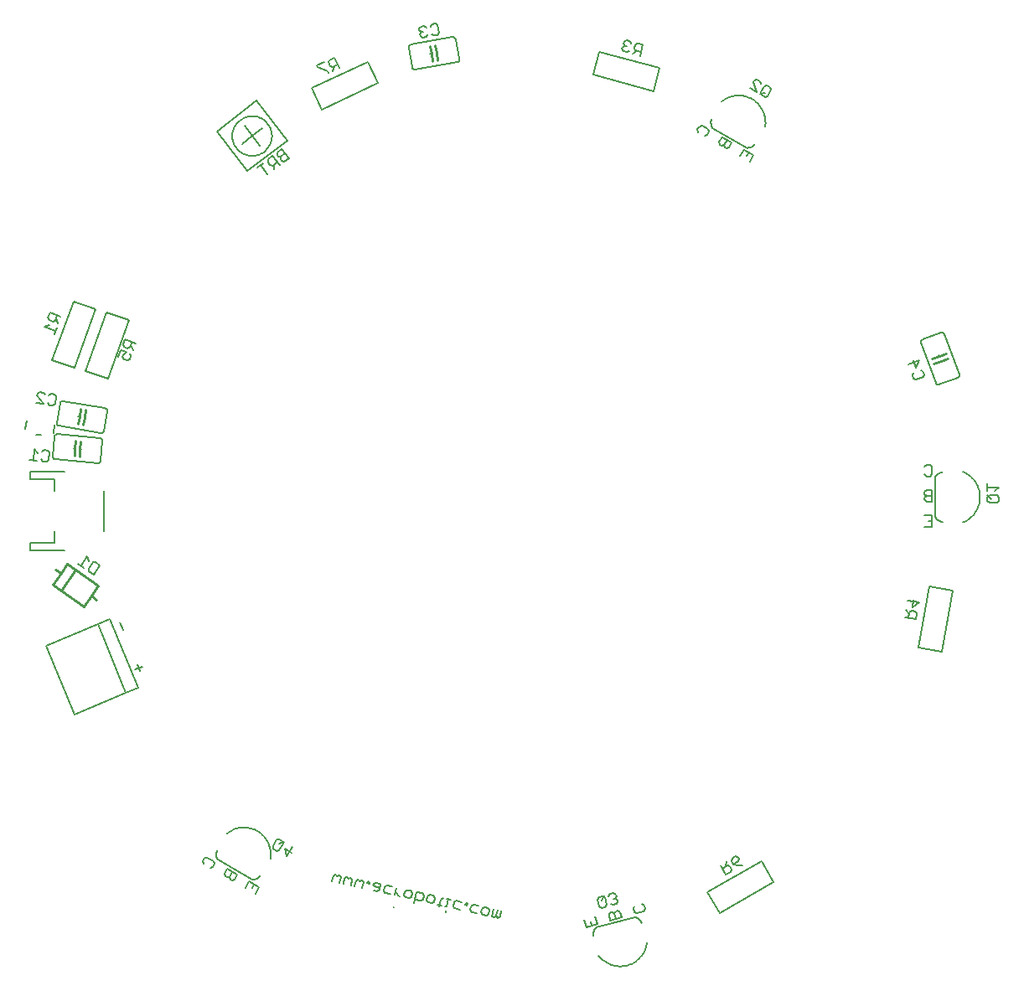
<source format=gbo>
G75*
%MOIN*%
%OFA0B0*%
%FSLAX24Y24*%
%IPPOS*%
%LPD*%
%AMOC8*
5,1,8,0,0,1.08239X$1,22.5*
%
%ADD10C,0.0050*%
%ADD11C,0.0080*%
%ADD12C,0.0100*%
%ADD13C,0.0060*%
%ADD14R,0.0539X0.0001*%
%ADD15R,0.0550X0.0001*%
%ADD16R,0.0556X0.0001*%
%ADD17R,0.0555X0.0001*%
%ADD18R,0.0561X0.0001*%
%ADD19R,0.0560X0.0001*%
%ADD20R,0.0564X0.0001*%
%ADD21R,0.0564X0.0001*%
%ADD22R,0.0568X0.0001*%
%ADD23R,0.0567X0.0001*%
%ADD24R,0.0570X0.0001*%
%ADD25R,0.0574X0.0001*%
%ADD26R,0.0576X0.0001*%
%ADD27R,0.0576X0.0001*%
%ADD28R,0.0578X0.0001*%
%ADD29R,0.0581X0.0001*%
%ADD30R,0.0580X0.0001*%
%ADD31R,0.0583X0.0001*%
%ADD32R,0.0582X0.0001*%
%ADD33R,0.0585X0.0001*%
%ADD34R,0.0586X0.0001*%
%ADD35R,0.0588X0.0001*%
%ADD36R,0.0590X0.0001*%
%ADD37R,0.0591X0.0001*%
%ADD38R,0.0593X0.0001*%
%ADD39R,0.0594X0.0001*%
%ADD40R,0.0596X0.0001*%
%ADD41R,0.0595X0.0001*%
%ADD42R,0.0597X0.0001*%
%ADD43R,0.0598X0.0001*%
%ADD44R,0.0598X0.0001*%
%ADD45R,0.0599X0.0001*%
%ADD46R,0.0601X0.0001*%
%ADD47R,0.0600X0.0001*%
%ADD48R,0.0601X0.0001*%
%ADD49R,0.0602X0.0001*%
%ADD50R,0.0602X0.0001*%
%ADD51R,0.0603X0.0001*%
%ADD52R,0.0604X0.0001*%
%ADD53R,0.0604X0.0001*%
%ADD54R,0.0605X0.0001*%
%ADD55R,0.0606X0.0001*%
%ADD56R,0.0606X0.0001*%
%ADD57R,0.0607X0.0001*%
%ADD58R,0.0607X0.0001*%
%ADD59R,0.0609X0.0001*%
%ADD60R,0.0608X0.0001*%
%ADD61R,0.0609X0.0001*%
%ADD62R,0.0610X0.0001*%
%ADD63R,0.0610X0.0001*%
%ADD64R,0.0610X0.0001*%
%ADD65R,0.0611X0.0001*%
%ADD66R,0.0611X0.0001*%
%ADD67R,0.0611X0.0001*%
%ADD68R,0.0612X0.0001*%
%ADD69R,0.0612X0.0001*%
%ADD70R,0.0613X0.0001*%
%ADD71R,0.0613X0.0001*%
%ADD72R,0.0611X0.0001*%
%ADD73R,0.0606X0.0001*%
%ADD74R,0.0610X0.0001*%
%ADD75R,0.0604X0.0001*%
%ADD76R,0.0603X0.0001*%
%ADD77R,0.0608X0.0001*%
%ADD78R,0.0602X0.0001*%
%ADD79R,0.0599X0.0001*%
%ADD80R,0.0606X0.0001*%
%ADD81R,0.0598X0.0001*%
%ADD82R,0.0604X0.0001*%
%ADD83R,0.0596X0.0001*%
%ADD84R,0.0594X0.0001*%
%ADD85R,0.0602X0.0001*%
%ADD86R,0.0594X0.0001*%
%ADD87R,0.0592X0.0001*%
%ADD88R,0.0600X0.0001*%
%ADD89R,0.0590X0.0001*%
%ADD90R,0.0589X0.0001*%
%ADD91R,0.0598X0.0001*%
%ADD92R,0.0587X0.0001*%
%ADD93R,0.0586X0.0001*%
%ADD94R,0.0595X0.0001*%
%ADD95R,0.0582X0.0001*%
%ADD96R,0.0579X0.0001*%
%ADD97R,0.0591X0.0001*%
%ADD98R,0.0577X0.0001*%
%ADD99R,0.0590X0.0001*%
%ADD100R,0.0574X0.0001*%
%ADD101R,0.0571X0.0001*%
%ADD102R,0.0569X0.0001*%
%ADD103R,0.0584X0.0001*%
%ADD104R,0.0566X0.0001*%
%ADD105R,0.0562X0.0001*%
%ADD106R,0.0581X0.0001*%
%ADD107R,0.0557X0.0001*%
%ADD108R,0.0552X0.0001*%
%ADD109R,0.0576X0.0001*%
%ADD110R,0.0544X0.0001*%
%ADD111R,0.0413X0.0001*%
%ADD112R,0.0570X0.0001*%
%ADD113R,0.0412X0.0001*%
%ADD114R,0.0412X0.0001*%
%ADD115R,0.0564X0.0001*%
%ADD116R,0.0555X0.0001*%
%ADD117R,0.0411X0.0001*%
%ADD118R,0.0411X0.0001*%
%ADD119R,0.0540X0.0001*%
%ADD120R,0.0383X0.0001*%
%ADD121R,0.0410X0.0001*%
%ADD122R,0.0410X0.0001*%
%ADD123R,0.0383X0.0001*%
%ADD124R,0.0382X0.0001*%
%ADD125R,0.0410X0.0001*%
%ADD126R,0.0409X0.0001*%
%ADD127R,0.0382X0.0001*%
%ADD128R,0.0409X0.0001*%
%ADD129R,0.0382X0.0001*%
%ADD130R,0.0408X0.0001*%
%ADD131R,0.0408X0.0001*%
%ADD132R,0.0381X0.0001*%
%ADD133R,0.0381X0.0001*%
%ADD134R,0.0407X0.0001*%
%ADD135R,0.0407X0.0001*%
%ADD136R,0.0380X0.0001*%
%ADD137R,0.0380X0.0001*%
%ADD138R,0.0406X0.0001*%
%ADD139R,0.0406X0.0001*%
%ADD140R,0.0379X0.0001*%
%ADD141R,0.0406X0.0001*%
%ADD142R,0.0406X0.0001*%
%ADD143R,0.0379X0.0001*%
%ADD144R,0.0405X0.0001*%
%ADD145R,0.0378X0.0001*%
%ADD146R,0.0404X0.0001*%
%ADD147R,0.0378X0.0001*%
%ADD148R,0.0404X0.0001*%
%ADD149R,0.0378X0.0001*%
%ADD150R,0.0403X0.0001*%
%ADD151R,0.0403X0.0001*%
%ADD152R,0.0377X0.0001*%
%ADD153R,0.0377X0.0001*%
%ADD154R,0.0402X0.0001*%
%ADD155R,0.0402X0.0001*%
%ADD156R,0.0376X0.0001*%
%ADD157R,0.0376X0.0001*%
%ADD158R,0.0402X0.0001*%
%ADD159R,0.0402X0.0001*%
%ADD160R,0.0375X0.0001*%
%ADD161R,0.0401X0.0001*%
%ADD162R,0.0375X0.0001*%
%ADD163R,0.0400X0.0001*%
%ADD164R,0.0400X0.0001*%
%ADD165R,0.0374X0.0001*%
%ADD166R,0.0399X0.0001*%
%ADD167R,0.0374X0.0001*%
%ADD168R,0.0399X0.0001*%
%ADD169R,0.0374X0.0001*%
%ADD170R,0.0398X0.0001*%
%ADD171R,0.0398X0.0001*%
%ADD172R,0.0374X0.0001*%
%ADD173R,0.0373X0.0001*%
%ADD174R,0.0398X0.0001*%
%ADD175R,0.0398X0.0001*%
%ADD176R,0.0372X0.0001*%
%ADD177R,0.0397X0.0001*%
%ADD178R,0.0372X0.0001*%
%ADD179R,0.0396X0.0001*%
%ADD180R,0.0371X0.0001*%
%ADD181R,0.0396X0.0001*%
%ADD182R,0.0371X0.0001*%
%ADD183R,0.0395X0.0001*%
%ADD184R,0.0370X0.0001*%
%ADD185R,0.0395X0.0001*%
%ADD186R,0.0370X0.0001*%
%ADD187R,0.0394X0.0001*%
%ADD188R,0.0394X0.0001*%
%ADD189R,0.0370X0.0001*%
%ADD190R,0.0394X0.0001*%
%ADD191R,0.0394X0.0001*%
%ADD192R,0.0370X0.0001*%
%ADD193R,0.0369X0.0001*%
%ADD194R,0.0393X0.0001*%
%ADD195R,0.0393X0.0001*%
%ADD196R,0.0369X0.0001*%
%ADD197R,0.0392X0.0001*%
%ADD198R,0.0368X0.0001*%
%ADD199R,0.0391X0.0001*%
%ADD200R,0.0367X0.0001*%
%ADD201R,0.0391X0.0001*%
%ADD202R,0.0367X0.0001*%
%ADD203R,0.0390X0.0001*%
%ADD204R,0.0390X0.0001*%
%ADD205R,0.0366X0.0001*%
%ADD206R,0.0366X0.0001*%
%ADD207R,0.0390X0.0001*%
%ADD208R,0.0390X0.0001*%
%ADD209R,0.0366X0.0001*%
%ADD210R,0.0366X0.0001*%
%ADD211R,0.0389X0.0001*%
%ADD212R,0.0389X0.0001*%
%ADD213R,0.0388X0.0001*%
%ADD214R,0.0365X0.0001*%
%ADD215R,0.0388X0.0001*%
%ADD216R,0.0365X0.0001*%
%ADD217R,0.0387X0.0001*%
%ADD218R,0.0364X0.0001*%
%ADD219R,0.0386X0.0001*%
%ADD220R,0.0364X0.0001*%
%ADD221R,0.0386X0.0001*%
%ADD222R,0.0363X0.0001*%
%ADD223R,0.0386X0.0001*%
%ADD224R,0.0386X0.0001*%
%ADD225R,0.0362X0.0001*%
%ADD226R,0.0362X0.0001*%
%ADD227R,0.0385X0.0001*%
%ADD228R,0.0385X0.0001*%
%ADD229R,0.0362X0.0001*%
%ADD230R,0.0384X0.0001*%
%ADD231R,0.0362X0.0001*%
%ADD232R,0.0384X0.0001*%
%ADD233R,0.0361X0.0001*%
%ADD234R,0.0361X0.0001*%
%ADD235R,0.0382X0.0001*%
%ADD236R,0.0360X0.0001*%
%ADD237R,0.0360X0.0001*%
%ADD238R,0.0359X0.0001*%
%ADD239R,0.0359X0.0001*%
%ADD240R,0.0358X0.0001*%
%ADD241R,0.0358X0.0001*%
%ADD242R,0.0379X0.0001*%
%ADD243R,0.0358X0.0001*%
%ADD244R,0.0357X0.0001*%
%ADD245R,0.0357X0.0001*%
%ADD246R,0.0378X0.0001*%
%ADD247R,0.0356X0.0001*%
%ADD248R,0.0356X0.0001*%
%ADD249R,0.0355X0.0001*%
%ADD250R,0.0376X0.0001*%
%ADD251R,0.0376X0.0001*%
%ADD252R,0.0355X0.0001*%
%ADD253R,0.0354X0.0001*%
%ADD254R,0.0354X0.0001*%
%ADD255R,0.0354X0.0001*%
%ADD256R,0.0353X0.0001*%
%ADD257R,0.0353X0.0001*%
%ADD258R,0.0373X0.0001*%
%ADD259R,0.0373X0.0001*%
%ADD260R,0.0352X0.0001*%
%ADD261R,0.0352X0.0001*%
%ADD262R,0.0351X0.0001*%
%ADD263R,0.0351X0.0001*%
%ADD264R,0.0350X0.0001*%
%ADD265R,0.0350X0.0001*%
%ADD266R,0.0370X0.0001*%
%ADD267R,0.0350X0.0001*%
%ADD268R,0.0350X0.0001*%
%ADD269R,0.0349X0.0001*%
%ADD270R,0.0368X0.0001*%
%ADD271R,0.0348X0.0001*%
%ADD272R,0.0348X0.0001*%
%ADD273R,0.0347X0.0001*%
%ADD274R,0.0347X0.0001*%
%ADD275R,0.0346X0.0001*%
%ADD276R,0.0346X0.0001*%
%ADD277R,0.0346X0.0001*%
%ADD278R,0.0346X0.0001*%
%ADD279R,0.0345X0.0001*%
%ADD280R,0.0363X0.0001*%
%ADD281R,0.0345X0.0001*%
%ADD282R,0.0344X0.0001*%
%ADD283R,0.0343X0.0001*%
%ADD284R,0.0343X0.0001*%
%ADD285R,0.0342X0.0001*%
%ADD286R,0.0342X0.0001*%
%ADD287R,0.0342X0.0001*%
%ADD288R,0.0342X0.0001*%
%ADD289R,0.0359X0.0001*%
%ADD290R,0.0359X0.0001*%
%ADD291R,0.0341X0.0001*%
%ADD292R,0.0358X0.0001*%
%ADD293R,0.0341X0.0001*%
%ADD294R,0.0340X0.0001*%
%ADD295R,0.0340X0.0001*%
%ADD296R,0.0339X0.0001*%
%ADD297R,0.0356X0.0001*%
%ADD298R,0.0338X0.0001*%
%ADD299R,0.0356X0.0001*%
%ADD300R,0.0338X0.0001*%
%ADD301R,0.0338X0.0001*%
%ADD302R,0.0338X0.0001*%
%ADD303R,0.0337X0.0001*%
%ADD304R,0.0337X0.0001*%
%ADD305R,0.0354X0.0001*%
%ADD306R,0.0353X0.0001*%
%ADD307R,0.0336X0.0001*%
%ADD308R,0.0353X0.0001*%
%ADD309R,0.0336X0.0001*%
%ADD310R,0.0335X0.0001*%
%ADD311R,0.0335X0.0001*%
%ADD312R,0.0334X0.0001*%
%ADD313R,0.0334X0.0001*%
%ADD314R,0.0334X0.0001*%
%ADD315R,0.0350X0.0001*%
%ADD316R,0.0350X0.0001*%
%ADD317R,0.0333X0.0001*%
%ADD318R,0.0333X0.0001*%
%ADD319R,0.0349X0.0001*%
%ADD320R,0.0332X0.0001*%
%ADD321R,0.0332X0.0001*%
%ADD322R,0.0331X0.0001*%
%ADD323R,0.0331X0.0001*%
%ADD324R,0.0330X0.0001*%
%ADD325R,0.0330X0.0001*%
%ADD326R,0.0330X0.0001*%
%ADD327R,0.0329X0.0001*%
%ADD328R,0.0329X0.0001*%
%ADD329R,0.0328X0.0001*%
%ADD330R,0.0328X0.0001*%
%ADD331R,0.0327X0.0001*%
%ADD332R,0.0327X0.0001*%
%ADD333R,0.0326X0.0001*%
%ADD334R,0.0326X0.0001*%
%ADD335R,0.0326X0.0001*%
%ADD336R,0.0326X0.0001*%
%ADD337R,0.0339X0.0001*%
%ADD338R,0.0325X0.0001*%
%ADD339R,0.0324X0.0001*%
%ADD340R,0.0324X0.0001*%
%ADD341R,0.0323X0.0001*%
%ADD342R,0.0323X0.0001*%
%ADD343R,0.0322X0.0001*%
%ADD344R,0.0322X0.0001*%
%ADD345R,0.0336X0.0001*%
%ADD346R,0.0336X0.0001*%
%ADD347R,0.0322X0.0001*%
%ADD348R,0.0334X0.0001*%
%ADD349R,0.0322X0.0001*%
%ADD350R,0.0321X0.0001*%
%ADD351R,0.0321X0.0001*%
%ADD352R,0.0320X0.0001*%
%ADD353R,0.0333X0.0001*%
%ADD354R,0.0333X0.0001*%
%ADD355R,0.0319X0.0001*%
%ADD356R,0.0319X0.0001*%
%ADD357R,0.0318X0.0001*%
%ADD358R,0.0318X0.0001*%
%ADD359R,0.0318X0.0001*%
%ADD360R,0.0318X0.0001*%
%ADD361R,0.0330X0.0001*%
%ADD362R,0.0330X0.0001*%
%ADD363R,0.0317X0.0001*%
%ADD364R,0.0317X0.0001*%
%ADD365R,0.0316X0.0001*%
%ADD366R,0.0316X0.0001*%
%ADD367R,0.0315X0.0001*%
%ADD368R,0.0314X0.0001*%
%ADD369R,0.0314X0.0001*%
%ADD370R,0.0314X0.0001*%
%ADD371R,0.0314X0.0001*%
%ADD372R,0.0325X0.0001*%
%ADD373R,0.0313X0.0001*%
%ADD374R,0.0313X0.0001*%
%ADD375R,0.0312X0.0001*%
%ADD376R,0.0312X0.0001*%
%ADD377R,0.0311X0.0001*%
%ADD378R,0.0311X0.0001*%
%ADD379R,0.0310X0.0001*%
%ADD380R,0.0310X0.0001*%
%ADD381R,0.0310X0.0001*%
%ADD382R,0.0320X0.0001*%
%ADD383R,0.0309X0.0001*%
%ADD384R,0.0309X0.0001*%
%ADD385R,0.0319X0.0001*%
%ADD386R,0.0319X0.0001*%
%ADD387R,0.0308X0.0001*%
%ADD388R,0.0308X0.0001*%
%ADD389R,0.0307X0.0001*%
%ADD390R,0.0307X0.0001*%
%ADD391R,0.0306X0.0001*%
%ADD392R,0.0316X0.0001*%
%ADD393R,0.0306X0.0001*%
%ADD394R,0.0316X0.0001*%
%ADD395R,0.0306X0.0001*%
%ADD396R,0.0315X0.0001*%
%ADD397R,0.0305X0.0001*%
%ADD398R,0.0305X0.0001*%
%ADD399R,0.0304X0.0001*%
%ADD400R,0.0304X0.0001*%
%ADD401R,0.0313X0.0001*%
%ADD402R,0.0303X0.0001*%
%ADD403R,0.0313X0.0001*%
%ADD404R,0.0303X0.0001*%
%ADD405R,0.0302X0.0001*%
%ADD406R,0.0302X0.0001*%
%ADD407R,0.0302X0.0001*%
%ADD408R,0.0310X0.0001*%
%ADD409R,0.0302X0.0001*%
%ADD410R,0.0301X0.0001*%
%ADD411R,0.0310X0.0001*%
%ADD412R,0.0300X0.0001*%
%ADD413R,0.0300X0.0001*%
%ADD414R,0.0299X0.0001*%
%ADD415R,0.0299X0.0001*%
%ADD416R,0.0298X0.0001*%
%ADD417R,0.0298X0.0001*%
%ADD418R,0.0298X0.0001*%
%ADD419R,0.0306X0.0001*%
%ADD420R,0.0298X0.0001*%
%ADD421R,0.0297X0.0001*%
%ADD422R,0.0297X0.0001*%
%ADD423R,0.0296X0.0001*%
%ADD424R,0.0295X0.0001*%
%ADD425R,0.0295X0.0001*%
%ADD426R,0.0294X0.0001*%
%ADD427R,0.0294X0.0001*%
%ADD428R,0.0294X0.0001*%
%ADD429R,0.0294X0.0001*%
%ADD430R,0.0301X0.0001*%
%ADD431R,0.0293X0.0001*%
%ADD432R,0.0299X0.0001*%
%ADD433R,0.0293X0.0001*%
%ADD434R,0.0299X0.0001*%
%ADD435R,0.0292X0.0001*%
%ADD436R,0.0292X0.0001*%
%ADD437R,0.0291X0.0001*%
%ADD438R,0.0290X0.0001*%
%ADD439R,0.0290X0.0001*%
%ADD440R,0.0290X0.0001*%
%ADD441R,0.0296X0.0001*%
%ADD442R,0.0290X0.0001*%
%ADD443R,0.0289X0.0001*%
%ADD444R,0.0289X0.0001*%
%ADD445R,0.0288X0.0001*%
%ADD446R,0.0288X0.0001*%
%ADD447R,0.0287X0.0001*%
%ADD448R,0.0293X0.0001*%
%ADD449R,0.0293X0.0001*%
%ADD450R,0.0287X0.0001*%
%ADD451R,0.0286X0.0001*%
%ADD452R,0.0291X0.0001*%
%ADD453R,0.0286X0.0001*%
%ADD454R,0.0286X0.0001*%
%ADD455R,0.0285X0.0001*%
%ADD456R,0.0285X0.0001*%
%ADD457R,0.0290X0.0001*%
%ADD458R,0.0290X0.0001*%
%ADD459R,0.0284X0.0001*%
%ADD460R,0.0284X0.0001*%
%ADD461R,0.0283X0.0001*%
%ADD462R,0.0283X0.0001*%
%ADD463R,0.0282X0.0001*%
%ADD464R,0.0286X0.0001*%
%ADD465R,0.0282X0.0001*%
%ADD466R,0.0282X0.0001*%
%ADD467R,0.0281X0.0001*%
%ADD468R,0.0281X0.0001*%
%ADD469R,0.0280X0.0001*%
%ADD470R,0.0280X0.0001*%
%ADD471R,0.0279X0.0001*%
%ADD472R,0.0279X0.0001*%
%ADD473R,0.0278X0.0001*%
%ADD474R,0.0282X0.0001*%
%ADD475R,0.0278X0.0001*%
%ADD476R,0.0278X0.0001*%
%ADD477R,0.0278X0.0001*%
%ADD478R,0.0277X0.0001*%
%ADD479R,0.0276X0.0001*%
%ADD480R,0.0279X0.0001*%
%ADD481R,0.0276X0.0001*%
%ADD482R,0.0275X0.0001*%
%ADD483R,0.0275X0.0001*%
%ADD484R,0.0274X0.0001*%
%ADD485R,0.0274X0.0001*%
%ADD486R,0.0277X0.0001*%
%ADD487R,0.0274X0.0001*%
%ADD488R,0.0276X0.0001*%
%ADD489R,0.0276X0.0001*%
%ADD490R,0.0274X0.0001*%
%ADD491R,0.0273X0.0001*%
%ADD492R,0.0273X0.0001*%
%ADD493R,0.0272X0.0001*%
%ADD494R,0.0271X0.0001*%
%ADD495R,0.0271X0.0001*%
%ADD496R,0.0273X0.0001*%
%ADD497R,0.0273X0.0001*%
%ADD498R,0.0270X0.0001*%
%ADD499R,0.0270X0.0001*%
%ADD500R,0.0272X0.0001*%
%ADD501R,0.0270X0.0001*%
%ADD502R,0.0270X0.0001*%
%ADD503R,0.0269X0.0001*%
%ADD504R,0.0269X0.0001*%
%ADD505R,0.0270X0.0001*%
%ADD506R,0.0268X0.0001*%
%ADD507R,0.0268X0.0001*%
%ADD508R,0.0267X0.0001*%
%ADD509R,0.0266X0.0001*%
%ADD510R,0.0266X0.0001*%
%ADD511R,0.0267X0.0001*%
%ADD512R,0.0266X0.0001*%
%ADD513R,0.0266X0.0001*%
%ADD514R,0.0265X0.0001*%
%ADD515R,0.0265X0.0001*%
%ADD516R,0.0264X0.0001*%
%ADD517R,0.0264X0.0001*%
%ADD518R,0.0263X0.0001*%
%ADD519R,0.0263X0.0001*%
%ADD520R,0.0262X0.0001*%
%ADD521R,0.0262X0.0001*%
%ADD522R,0.0262X0.0001*%
%ADD523R,0.0262X0.0001*%
%ADD524R,0.0261X0.0001*%
%ADD525R,0.0261X0.0001*%
%ADD526R,0.0260X0.0001*%
%ADD527R,0.0260X0.0001*%
%ADD528R,0.0259X0.0001*%
%ADD529R,0.0259X0.0001*%
%ADD530R,0.0259X0.0001*%
%ADD531R,0.0258X0.0001*%
%ADD532R,0.0258X0.0001*%
%ADD533R,0.0259X0.0001*%
%ADD534R,0.0258X0.0001*%
%ADD535R,0.0258X0.0001*%
%ADD536R,0.0257X0.0001*%
%ADD537R,0.0256X0.0001*%
%ADD538R,0.0257X0.0001*%
%ADD539R,0.0256X0.0001*%
%ADD540R,0.0255X0.0001*%
%ADD541R,0.0255X0.0001*%
%ADD542R,0.0256X0.0001*%
%ADD543R,0.0256X0.0001*%
%ADD544R,0.0254X0.0001*%
%ADD545R,0.0254X0.0001*%
%ADD546R,0.0254X0.0001*%
%ADD547R,0.0254X0.0001*%
%ADD548R,0.0253X0.0001*%
%ADD549R,0.0253X0.0001*%
%ADD550R,0.0252X0.0001*%
%ADD551R,0.0251X0.0001*%
%ADD552R,0.0251X0.0001*%
%ADD553R,0.0253X0.0001*%
%ADD554R,0.0250X0.0001*%
%ADD555R,0.0250X0.0001*%
%ADD556R,0.0252X0.0001*%
%ADD557R,0.0250X0.0001*%
%ADD558R,0.0250X0.0001*%
%ADD559R,0.0249X0.0001*%
%ADD560R,0.0249X0.0001*%
%ADD561R,0.0248X0.0001*%
%ADD562R,0.0247X0.0001*%
%ADD563R,0.0247X0.0001*%
%ADD564R,0.0250X0.0001*%
%ADD565R,0.0246X0.0001*%
%ADD566R,0.0246X0.0001*%
%ADD567R,0.0250X0.0001*%
%ADD568R,0.0246X0.0001*%
%ADD569R,0.0246X0.0001*%
%ADD570R,0.0245X0.0001*%
%ADD571R,0.0245X0.0001*%
%ADD572R,0.0244X0.0001*%
%ADD573R,0.0243X0.0001*%
%ADD574R,0.0243X0.0001*%
%ADD575R,0.0242X0.0001*%
%ADD576R,0.0242X0.0001*%
%ADD577R,0.0242X0.0001*%
%ADD578R,0.0242X0.0001*%
%ADD579R,0.0241X0.0001*%
%ADD580R,0.0241X0.0001*%
%ADD581R,0.0240X0.0001*%
%ADD582R,0.0240X0.0001*%
%ADD583R,0.0244X0.0001*%
%ADD584R,0.0239X0.0001*%
%ADD585R,0.0238X0.0001*%
%ADD586R,0.0238X0.0001*%
%ADD587R,0.0238X0.0001*%
%ADD588R,0.0238X0.0001*%
%ADD589R,0.0237X0.0001*%
%ADD590R,0.0237X0.0001*%
%ADD591R,0.0415X0.0001*%
%ADD592R,0.0415X0.0001*%
%ADD593R,0.1389X0.0001*%
%ADD594R,0.1389X0.0001*%
%ADD595R,0.0514X0.0001*%
%ADD596R,0.0489X0.0001*%
%ADD597R,0.0514X0.0001*%
%ADD598R,0.0489X0.0001*%
%ADD599R,0.1388X0.0001*%
%ADD600R,0.1388X0.0001*%
%ADD601R,0.1387X0.0001*%
%ADD602R,0.1387X0.0001*%
%ADD603R,0.1386X0.0001*%
%ADD604R,0.1386X0.0001*%
%ADD605R,0.1386X0.0001*%
%ADD606R,0.1385X0.0001*%
%ADD607R,0.1384X0.0001*%
%ADD608R,0.1384X0.0001*%
%ADD609R,0.1383X0.0001*%
%ADD610R,0.1383X0.0001*%
%ADD611R,0.1382X0.0001*%
%ADD612R,0.1382X0.0001*%
%ADD613R,0.1382X0.0001*%
%ADD614R,0.1381X0.0001*%
%ADD615R,0.1381X0.0001*%
%ADD616R,0.1380X0.0001*%
%ADD617R,0.1379X0.0001*%
%ADD618R,0.1379X0.0001*%
%ADD619R,0.1378X0.0001*%
%ADD620R,0.1378X0.0001*%
%ADD621R,0.1378X0.0001*%
%ADD622R,0.1376X0.0001*%
%ADD623R,0.1376X0.0001*%
%ADD624R,0.1374X0.0001*%
%ADD625R,0.1374X0.0001*%
%ADD626R,0.1373X0.0001*%
%ADD627R,0.1373X0.0001*%
%ADD628R,0.1371X0.0001*%
%ADD629R,0.1371X0.0001*%
%ADD630R,0.1370X0.0001*%
%ADD631R,0.1370X0.0001*%
%ADD632R,0.1369X0.0001*%
%ADD633R,0.1368X0.0001*%
%ADD634R,0.1368X0.0001*%
%ADD635R,0.1367X0.0001*%
%ADD636R,0.1366X0.0001*%
%ADD637R,0.1366X0.0001*%
%ADD638R,0.1365X0.0001*%
%ADD639R,0.1364X0.0001*%
%ADD640R,0.1363X0.0001*%
%ADD641R,0.1363X0.0001*%
%ADD642R,0.1362X0.0001*%
%ADD643R,0.1362X0.0001*%
%ADD644R,0.1362X0.0001*%
%ADD645R,0.1361X0.0001*%
%ADD646R,0.1360X0.0001*%
%ADD647R,0.1359X0.0001*%
%ADD648R,0.1358X0.0001*%
%ADD649R,0.1358X0.0001*%
%ADD650R,0.1358X0.0001*%
%ADD651R,0.1357X0.0001*%
%ADD652R,0.1357X0.0001*%
%ADD653R,0.1356X0.0001*%
%ADD654R,0.1355X0.0001*%
%ADD655R,0.1354X0.0001*%
%ADD656R,0.1354X0.0001*%
%ADD657R,0.1354X0.0001*%
%ADD658R,0.1353X0.0001*%
%ADD659R,0.1352X0.0001*%
%ADD660R,0.1351X0.0001*%
%ADD661R,0.1350X0.0001*%
%ADD662R,0.1348X0.0001*%
%ADD663R,0.1346X0.0001*%
%ADD664R,0.1344X0.0001*%
%ADD665R,0.1342X0.0001*%
%ADD666R,0.1341X0.0001*%
%ADD667R,0.1339X0.0001*%
%ADD668R,0.1338X0.0001*%
%ADD669R,0.1336X0.0001*%
%ADD670R,0.1334X0.0001*%
%ADD671R,0.1333X0.0001*%
%ADD672R,0.1331X0.0001*%
%ADD673R,0.1330X0.0001*%
%ADD674R,0.1328X0.0001*%
%ADD675R,0.1326X0.0001*%
%ADD676R,0.1325X0.0001*%
%ADD677R,0.1323X0.0001*%
%ADD678R,0.1322X0.0001*%
%ADD679R,0.1320X0.0001*%
%ADD680R,0.1318X0.0001*%
%ADD681R,0.1317X0.0001*%
%ADD682R,0.1315X0.0001*%
%ADD683R,0.1314X0.0001*%
%ADD684R,0.1312X0.0001*%
%ADD685R,0.1310X0.0001*%
%ADD686R,0.1309X0.0001*%
%ADD687R,0.1307X0.0001*%
%ADD688R,0.1306X0.0001*%
%ADD689R,0.1304X0.0001*%
%ADD690R,0.1302X0.0001*%
%ADD691R,0.1301X0.0001*%
%ADD692R,0.1299X0.0001*%
%ADD693R,0.1298X0.0001*%
%ADD694R,0.1296X0.0001*%
%ADD695R,0.1294X0.0001*%
%ADD696R,0.1292X0.0001*%
%ADD697R,0.1290X0.0001*%
%ADD698R,0.1289X0.0001*%
%ADD699R,0.1287X0.0001*%
%ADD700R,0.1286X0.0001*%
%ADD701R,0.1284X0.0001*%
%ADD702R,0.1282X0.0001*%
%ADD703R,0.1281X0.0001*%
%ADD704R,0.1279X0.0001*%
%ADD705R,0.1278X0.0001*%
%ADD706R,0.1276X0.0001*%
%ADD707R,0.1274X0.0001*%
%ADD708R,0.1273X0.0001*%
%ADD709R,0.1271X0.0001*%
%ADD710R,0.1270X0.0001*%
%ADD711R,0.1268X0.0001*%
%ADD712R,0.1266X0.0001*%
%ADD713R,0.1264X0.0001*%
%ADD714R,0.1262X0.0001*%
%ADD715R,0.1261X0.0001*%
%ADD716R,0.1259X0.0001*%
%ADD717R,0.1258X0.0001*%
%ADD718R,0.1256X0.0001*%
%ADD719R,0.1254X0.0001*%
%ADD720R,0.1253X0.0001*%
%ADD721R,0.1251X0.0001*%
%ADD722R,0.1250X0.0001*%
%ADD723R,0.1248X0.0001*%
%ADD724R,0.1246X0.0001*%
%ADD725R,0.1245X0.0001*%
%ADD726R,0.1243X0.0001*%
%ADD727R,0.1242X0.0001*%
%ADD728R,0.1240X0.0001*%
%ADD729R,0.1238X0.0001*%
%ADD730R,0.1237X0.0001*%
%ADD731R,0.1235X0.0001*%
%ADD732R,0.1234X0.0001*%
%ADD733R,0.1232X0.0001*%
%ADD734R,0.1230X0.0001*%
%ADD735R,0.1229X0.0001*%
%ADD736R,0.1227X0.0001*%
%ADD737R,0.1226X0.0001*%
%ADD738R,0.1224X0.0001*%
%ADD739R,0.1222X0.0001*%
%ADD740R,0.1221X0.0001*%
%ADD741R,0.1219X0.0001*%
%ADD742R,0.1218X0.0001*%
%ADD743R,0.1216X0.0001*%
%ADD744R,0.1214X0.0001*%
%ADD745R,0.1212X0.0001*%
%ADD746R,0.1210X0.0001*%
%ADD747R,0.1209X0.0001*%
%ADD748R,0.1207X0.0001*%
%ADD749R,0.1206X0.0001*%
%ADD750R,0.1204X0.0001*%
%ADD751R,0.1202X0.0001*%
%ADD752R,0.1201X0.0001*%
%ADD753R,0.1199X0.0001*%
%ADD754R,0.1198X0.0001*%
%ADD755R,0.1196X0.0001*%
%ADD756R,0.1194X0.0001*%
%ADD757R,0.1193X0.0001*%
%ADD758R,0.1191X0.0001*%
%ADD759R,0.1190X0.0001*%
%ADD760R,0.1188X0.0001*%
%ADD761R,0.1186X0.0001*%
%ADD762R,0.1184X0.0001*%
%ADD763R,0.1182X0.0001*%
%ADD764R,0.1181X0.0001*%
%ADD765R,0.1179X0.0001*%
%ADD766R,0.1178X0.0001*%
%ADD767R,0.1176X0.0001*%
%ADD768R,0.1174X0.0001*%
%ADD769R,0.1173X0.0001*%
%ADD770R,0.1171X0.0001*%
%ADD771R,0.1170X0.0001*%
%ADD772R,0.1168X0.0001*%
%ADD773R,0.1166X0.0001*%
%ADD774R,0.1165X0.0001*%
%ADD775R,0.1163X0.0001*%
%ADD776R,0.1162X0.0001*%
%ADD777R,0.1160X0.0001*%
%ADD778R,0.1158X0.0001*%
%ADD779R,0.1157X0.0001*%
%ADD780R,0.1155X0.0001*%
%ADD781R,0.1154X0.0001*%
%ADD782R,0.1152X0.0001*%
%ADD783R,0.1150X0.0001*%
%ADD784R,0.1149X0.0001*%
%ADD785R,0.1147X0.0001*%
%ADD786R,0.1146X0.0001*%
%ADD787R,0.1144X0.0001*%
%ADD788R,0.1142X0.0001*%
%ADD789R,0.1141X0.0001*%
%ADD790R,0.1139X0.0001*%
%ADD791R,0.1138X0.0001*%
%ADD792R,0.1136X0.0001*%
%ADD793R,0.1134X0.0001*%
%ADD794R,0.1132X0.0001*%
%ADD795R,0.1130X0.0001*%
%ADD796R,0.1129X0.0001*%
%ADD797R,0.1127X0.0001*%
%ADD798R,0.1126X0.0001*%
%ADD799R,0.1124X0.0001*%
%ADD800R,0.1122X0.0001*%
%ADD801R,0.1121X0.0001*%
%ADD802R,0.1119X0.0001*%
%ADD803R,0.1118X0.0001*%
%ADD804R,0.1116X0.0001*%
%ADD805R,0.1114X0.0001*%
%ADD806R,0.1113X0.0001*%
%ADD807R,0.1111X0.0001*%
%ADD808R,0.1110X0.0001*%
%ADD809R,0.1107X0.0001*%
%ADD810R,0.1106X0.0001*%
%ADD811R,0.1104X0.0001*%
%ADD812R,0.1102X0.0001*%
%ADD813R,0.1101X0.0001*%
%ADD814R,0.1099X0.0001*%
%ADD815R,0.1098X0.0001*%
%ADD816R,0.1096X0.0001*%
%ADD817R,0.1094X0.0001*%
%ADD818R,0.1093X0.0001*%
%ADD819R,0.1091X0.0001*%
%ADD820R,0.1090X0.0001*%
%ADD821R,0.1088X0.0001*%
%ADD822R,0.1086X0.0001*%
%ADD823R,0.1085X0.0001*%
%ADD824R,0.1083X0.0001*%
%ADD825R,0.1082X0.0001*%
%ADD826R,0.1080X0.0001*%
%ADD827R,0.1078X0.0001*%
%ADD828R,0.1077X0.0001*%
%ADD829R,0.1075X0.0001*%
%ADD830R,0.1074X0.0001*%
%ADD831R,0.1072X0.0001*%
%ADD832R,0.1070X0.0001*%
%ADD833R,0.1069X0.0001*%
%ADD834R,0.1067X0.0001*%
%ADD835R,0.1066X0.0001*%
%ADD836R,0.1064X0.0001*%
%ADD837R,0.1062X0.0001*%
%ADD838R,0.1061X0.0001*%
%ADD839R,0.1059X0.0001*%
%ADD840R,0.1058X0.0001*%
%ADD841R,0.1056X0.0001*%
%ADD842R,0.1054X0.0001*%
%ADD843R,0.1052X0.0001*%
%ADD844R,0.1050X0.0001*%
%ADD845R,0.1049X0.0001*%
%ADD846R,0.1047X0.0001*%
%ADD847R,0.1046X0.0001*%
%ADD848R,0.1044X0.0001*%
%ADD849R,0.1042X0.0001*%
%ADD850R,0.1041X0.0001*%
%ADD851R,0.1039X0.0001*%
%ADD852R,0.1038X0.0001*%
%ADD853R,0.1036X0.0001*%
%ADD854R,0.1034X0.0001*%
%ADD855R,0.1033X0.0001*%
%ADD856R,0.1031X0.0001*%
%ADD857R,0.1030X0.0001*%
%ADD858R,0.1027X0.0001*%
%ADD859R,0.1026X0.0001*%
%ADD860R,0.1024X0.0001*%
%ADD861R,0.1022X0.0001*%
%ADD862R,0.1021X0.0001*%
%ADD863R,0.1019X0.0001*%
%ADD864R,0.1018X0.0001*%
%ADD865R,0.1016X0.0001*%
%ADD866R,0.1014X0.0001*%
%ADD867R,0.1013X0.0001*%
%ADD868R,0.1011X0.0001*%
%ADD869R,0.1010X0.0001*%
%ADD870R,0.1008X0.0001*%
%ADD871R,0.1006X0.0001*%
%ADD872R,0.1005X0.0001*%
%ADD873R,0.1003X0.0001*%
%ADD874R,0.1002X0.0001*%
%ADD875R,0.1000X0.0001*%
%ADD876R,0.0998X0.0001*%
%ADD877R,0.0997X0.0001*%
%ADD878R,0.0995X0.0001*%
%ADD879R,0.0994X0.0001*%
%ADD880R,0.0992X0.0001*%
%ADD881R,0.0990X0.0001*%
%ADD882R,0.0989X0.0001*%
%ADD883R,0.0987X0.0001*%
%ADD884R,0.0986X0.0001*%
%ADD885R,0.0984X0.0001*%
%ADD886R,0.0982X0.0001*%
%ADD887R,0.0981X0.0001*%
%ADD888R,0.0979X0.0001*%
%ADD889R,0.0978X0.0001*%
%ADD890R,0.0976X0.0001*%
%ADD891R,0.0974X0.0001*%
%ADD892R,0.0972X0.0001*%
%ADD893R,0.0970X0.0001*%
%ADD894R,0.0969X0.0001*%
%ADD895R,0.0967X0.0001*%
%ADD896R,0.0966X0.0001*%
%ADD897R,0.0964X0.0001*%
%ADD898R,0.0962X0.0001*%
%ADD899R,0.0961X0.0001*%
%ADD900R,0.0959X0.0001*%
%ADD901R,0.0958X0.0001*%
%ADD902R,0.0956X0.0001*%
%ADD903R,0.0954X0.0001*%
%ADD904R,0.0953X0.0001*%
%ADD905R,0.0951X0.0001*%
%ADD906R,0.0950X0.0001*%
%ADD907R,0.0947X0.0001*%
%ADD908R,0.0946X0.0001*%
%ADD909R,0.0944X0.0001*%
%ADD910R,0.0942X0.0001*%
%ADD911R,0.0941X0.0001*%
%ADD912R,0.0939X0.0001*%
%ADD913R,0.0938X0.0001*%
%ADD914R,0.0936X0.0001*%
%ADD915R,0.0934X0.0001*%
%ADD916R,0.0933X0.0001*%
%ADD917R,0.0931X0.0001*%
%ADD918R,0.0930X0.0001*%
%ADD919R,0.0928X0.0001*%
%ADD920R,0.0926X0.0001*%
%ADD921R,0.0925X0.0001*%
%ADD922R,0.0923X0.0001*%
%ADD923R,0.0922X0.0001*%
%ADD924R,0.0920X0.0001*%
%ADD925R,0.0918X0.0001*%
%ADD926R,0.0917X0.0001*%
%ADD927R,0.0914X0.0001*%
%ADD928R,0.0909X0.0001*%
%ADD929R,0.0905X0.0001*%
%ADD930R,0.0901X0.0001*%
%ADD931R,0.0896X0.0001*%
%ADD932R,0.0891X0.0001*%
%ADD933R,0.0886X0.0001*%
%ADD934R,0.0882X0.0001*%
%ADD935R,0.0876X0.0001*%
%ADD936R,0.0871X0.0001*%
%ADD937R,0.0866X0.0001*%
%ADD938R,0.0860X0.0001*%
%ADD939R,0.0854X0.0001*%
%ADD940R,0.0848X0.0001*%
%ADD941R,0.0842X0.0001*%
%ADD942R,0.0835X0.0001*%
%ADD943R,0.0829X0.0001*%
%ADD944R,0.0821X0.0001*%
%ADD945R,0.0813X0.0001*%
%ADD946R,0.0804X0.0001*%
%ADD947R,0.0794X0.0001*%
%ADD948R,0.0782X0.0001*%
%ADD949R,0.0763X0.0001*%
%ADD950C,0.0000*%
D10*
X007721Y005236D02*
X007694Y005339D01*
X007769Y005469D01*
X007871Y005496D01*
X008131Y005346D01*
X008159Y005244D01*
X008084Y005114D01*
X007981Y005086D01*
X008560Y004839D02*
X008587Y004736D01*
X008652Y004699D01*
X008755Y004726D01*
X008867Y004921D01*
X008755Y004726D02*
X008782Y004624D01*
X008847Y004586D01*
X008950Y004614D01*
X009062Y004809D01*
X008672Y005034D01*
X008560Y004839D01*
X009388Y004274D02*
X009538Y004534D01*
X009928Y004309D01*
X009778Y004049D01*
X009658Y004291D02*
X009733Y004421D01*
X010508Y005836D02*
X010638Y005761D01*
X010741Y005789D01*
X010891Y006049D01*
X010863Y006151D01*
X010733Y006226D01*
X010631Y006199D01*
X010481Y005939D01*
X010508Y005836D01*
X010723Y006059D02*
X010928Y006114D01*
X010955Y005839D02*
X011215Y005689D01*
X011262Y005921D02*
X011037Y005531D01*
X010955Y005839D01*
X012889Y004771D02*
X012840Y004551D01*
X012889Y004771D02*
X012979Y004828D01*
X013036Y004739D01*
X013125Y004796D01*
X013182Y004706D01*
X013133Y004486D01*
X013290Y004452D02*
X013338Y004672D01*
X013428Y004729D01*
X013485Y004639D01*
X013575Y004696D01*
X013632Y004607D01*
X013583Y004387D01*
X013739Y004352D02*
X013788Y004572D01*
X013877Y004629D01*
X013935Y004540D01*
X014024Y004597D01*
X014081Y004507D01*
X014032Y004287D01*
X014237Y004472D02*
X014311Y004456D01*
X014327Y004529D01*
X014254Y004546D01*
X014237Y004472D01*
X014462Y004423D02*
X014519Y004333D01*
X014739Y004284D01*
X014723Y004211D02*
X014772Y004431D01*
X014552Y004480D01*
X014462Y004423D01*
X014487Y004186D02*
X014633Y004154D01*
X014723Y004211D01*
X014879Y004176D02*
X014912Y004323D01*
X015001Y004380D01*
X015221Y004331D01*
X015377Y004297D02*
X015312Y004003D01*
X015459Y003971D02*
X015532Y003955D01*
X015459Y003971D02*
X015345Y004150D01*
X015156Y004038D02*
X014936Y004087D01*
X014879Y004176D01*
X015703Y003994D02*
X015760Y003904D01*
X015907Y003872D01*
X015996Y003929D01*
X016029Y004075D01*
X015972Y004165D01*
X015825Y004197D01*
X015736Y004140D01*
X015703Y003994D01*
X016136Y003821D02*
X016356Y003772D01*
X016446Y003829D01*
X016478Y003976D01*
X016421Y004065D01*
X016201Y004114D01*
X016104Y003674D01*
X016602Y003794D02*
X016635Y003941D01*
X016724Y003998D01*
X016871Y003965D01*
X016928Y003876D01*
X016895Y003729D01*
X016806Y003672D01*
X016659Y003705D01*
X016602Y003794D01*
X017035Y003621D02*
X017182Y003589D01*
X017092Y003532D02*
X017157Y003825D01*
X017247Y003882D01*
X017400Y003848D02*
X017547Y003816D01*
X017473Y003832D02*
X017408Y003539D01*
X017335Y003555D01*
X017376Y003392D02*
X017360Y003319D01*
X017651Y003562D02*
X017683Y003708D01*
X017773Y003765D01*
X017993Y003717D01*
X018149Y003682D02*
X018222Y003666D01*
X018206Y003592D01*
X018133Y003609D01*
X018149Y003682D01*
X018358Y003559D02*
X018447Y003616D01*
X018667Y003567D01*
X018807Y003459D02*
X018897Y003516D01*
X019043Y003484D01*
X019100Y003394D01*
X019068Y003248D01*
X018978Y003191D01*
X018832Y003223D01*
X018775Y003313D01*
X018807Y003459D01*
X018602Y003274D02*
X018382Y003323D01*
X018325Y003412D01*
X018358Y003559D01*
X017928Y003424D02*
X017708Y003472D01*
X017651Y003562D01*
X019208Y003140D02*
X019281Y003124D01*
X019371Y003181D01*
X019428Y003091D01*
X019517Y003148D01*
X019566Y003368D01*
X019419Y003400D02*
X019371Y003181D01*
X019208Y003140D02*
X019273Y003433D01*
X022866Y003019D02*
X022943Y002729D01*
X023378Y002846D01*
X023301Y003136D01*
X023122Y002933D02*
X023161Y002788D01*
X023563Y003484D02*
X023708Y003523D01*
X023761Y003615D01*
X023683Y003905D01*
X023591Y003958D01*
X023446Y003919D01*
X023393Y003828D01*
X023471Y003537D01*
X023563Y003484D01*
X023558Y003794D02*
X023664Y003978D01*
X023838Y003947D02*
X023891Y004039D01*
X024036Y004077D01*
X024128Y004024D01*
X024147Y003952D01*
X024094Y003860D01*
X024022Y003841D01*
X024094Y003860D02*
X024186Y003807D01*
X024206Y003734D01*
X024153Y003642D01*
X024008Y003604D01*
X023916Y003657D01*
X023976Y003317D02*
X023904Y003298D01*
X023851Y003206D01*
X023909Y002988D01*
X024344Y003105D01*
X024286Y003322D01*
X024194Y003375D01*
X024121Y003356D01*
X024068Y003264D01*
X024127Y003046D01*
X024068Y003264D02*
X023976Y003317D01*
X024817Y003465D02*
X024870Y003556D01*
X024817Y003465D02*
X024856Y003320D01*
X024948Y003266D01*
X025238Y003344D01*
X025291Y003436D01*
X025252Y003581D01*
X025160Y003634D01*
X028280Y005193D02*
X028505Y004803D01*
X028700Y004916D01*
X028727Y005018D01*
X028652Y005148D01*
X028550Y005176D01*
X028355Y005063D01*
X028485Y005138D02*
X028540Y005343D01*
X028716Y005358D02*
X028743Y005461D01*
X028874Y005536D01*
X028976Y005508D01*
X029014Y005443D01*
X028986Y005341D01*
X028791Y005228D01*
X028716Y005358D01*
X028791Y005228D02*
X028996Y005173D01*
X029164Y005183D01*
X035622Y015045D02*
X036065Y014967D01*
X036104Y015189D01*
X036044Y015276D01*
X035896Y015302D01*
X035809Y015241D01*
X035770Y015019D01*
X035796Y015167D02*
X035674Y015341D01*
X035923Y015460D02*
X035976Y015755D01*
X036184Y015642D02*
X035741Y015720D01*
X035923Y015460D02*
X036184Y015642D01*
X036407Y018660D02*
X036707Y018660D01*
X036707Y019110D01*
X036407Y019110D01*
X036557Y018885D02*
X036707Y018885D01*
X036707Y019660D02*
X036482Y019660D01*
X036407Y019735D01*
X036407Y019810D01*
X036482Y019885D01*
X036707Y019885D01*
X036707Y019660D02*
X036707Y020110D01*
X036482Y020110D01*
X036407Y020035D01*
X036407Y019960D01*
X036482Y019885D01*
X036482Y020660D02*
X036407Y020735D01*
X036482Y020660D02*
X036632Y020660D01*
X036707Y020735D01*
X036707Y021035D01*
X036632Y021110D01*
X036482Y021110D01*
X036407Y021035D01*
X038904Y020364D02*
X038904Y020064D01*
X038904Y020214D02*
X039355Y020214D01*
X039204Y020064D01*
X039279Y019904D02*
X038979Y019904D01*
X038904Y019829D01*
X038904Y019678D01*
X038979Y019603D01*
X039279Y019603D01*
X039355Y019678D01*
X039355Y019829D01*
X039279Y019904D01*
X039054Y019753D02*
X038904Y019904D01*
X036346Y024610D02*
X036064Y024507D01*
X035968Y024552D01*
X035916Y024693D01*
X035961Y024789D01*
X036048Y024991D02*
X035945Y025273D01*
X035759Y025126D02*
X036182Y025280D01*
X036048Y024991D01*
X036243Y024892D02*
X036340Y024847D01*
X036391Y024706D01*
X036346Y024610D01*
X029455Y033175D02*
X029605Y033435D01*
X029215Y033660D01*
X029065Y033400D01*
X029335Y033417D02*
X029410Y033547D01*
X028739Y033935D02*
X028627Y033740D01*
X028524Y033712D01*
X028459Y033750D01*
X028432Y033852D01*
X028544Y034047D01*
X028432Y033852D02*
X028329Y033825D01*
X028264Y033862D01*
X028237Y033965D01*
X028349Y034160D01*
X028739Y033935D01*
X027836Y034370D02*
X027761Y034240D01*
X027658Y034212D01*
X027836Y034370D02*
X027808Y034472D01*
X027548Y034622D01*
X027446Y034595D01*
X027371Y034465D01*
X027398Y034362D01*
X029451Y036102D02*
X029711Y035951D01*
X029601Y036362D01*
X029639Y036427D01*
X029741Y036454D01*
X029871Y036379D01*
X029899Y036276D01*
X030038Y036196D02*
X029887Y035936D01*
X029915Y035834D01*
X030045Y035759D01*
X030147Y035786D01*
X030298Y036046D01*
X030270Y036149D01*
X030140Y036224D01*
X030038Y036196D01*
X030055Y035926D02*
X029850Y035871D01*
X025081Y037396D02*
X025198Y037832D01*
X024980Y037890D01*
X024888Y037837D01*
X024849Y037692D01*
X024902Y037600D01*
X025120Y037542D01*
X024975Y037580D02*
X024791Y037474D01*
X024656Y037588D02*
X024564Y037535D01*
X024419Y037574D01*
X024366Y037666D01*
X024385Y037738D01*
X024477Y037791D01*
X024550Y037772D01*
X024477Y037791D02*
X024424Y037883D01*
X024444Y037956D01*
X024535Y038009D01*
X024680Y037970D01*
X024734Y037878D01*
X017093Y038312D02*
X017032Y038225D01*
X016884Y038199D01*
X016797Y038260D01*
X016639Y038232D02*
X016578Y038145D01*
X016430Y038119D01*
X016344Y038180D01*
X016330Y038254D01*
X016391Y038341D01*
X016465Y038354D01*
X016391Y038341D02*
X016304Y038402D01*
X016291Y038475D01*
X016352Y038562D01*
X016500Y038588D01*
X016587Y038528D01*
X016745Y038555D02*
X016806Y038642D01*
X016954Y038668D01*
X017040Y038608D01*
X017093Y038312D01*
X013122Y036917D02*
X012931Y037326D01*
X012727Y037230D01*
X012691Y037131D01*
X012754Y036995D01*
X012854Y036958D01*
X013058Y037053D01*
X012922Y036990D02*
X012850Y036790D01*
X012704Y036723D02*
X012673Y036791D01*
X012274Y036936D01*
X012242Y037004D01*
X012514Y037131D01*
X009839Y035603D02*
X011056Y034017D01*
X009469Y032799D01*
X008252Y034386D01*
X009839Y035603D01*
X009350Y034598D02*
X009654Y034201D01*
X008863Y034201D02*
X008865Y034257D01*
X008871Y034312D01*
X008881Y034367D01*
X008894Y034421D01*
X008912Y034474D01*
X008933Y034526D01*
X008958Y034576D01*
X008986Y034624D01*
X009017Y034670D01*
X009052Y034714D01*
X009090Y034755D01*
X009130Y034794D01*
X009173Y034829D01*
X009219Y034862D01*
X009267Y034891D01*
X009316Y034916D01*
X009367Y034938D01*
X009420Y034957D01*
X009474Y034971D01*
X009529Y034982D01*
X009584Y034989D01*
X009640Y034992D01*
X009696Y034991D01*
X009751Y034986D01*
X009807Y034977D01*
X009861Y034964D01*
X009914Y034948D01*
X009966Y034928D01*
X010017Y034904D01*
X010066Y034877D01*
X010112Y034846D01*
X010156Y034812D01*
X010198Y034775D01*
X010237Y034735D01*
X010274Y034693D01*
X010307Y034648D01*
X010337Y034601D01*
X010363Y034551D01*
X010386Y034500D01*
X010405Y034448D01*
X010421Y034394D01*
X010433Y034340D01*
X010441Y034285D01*
X010445Y034229D01*
X010445Y034173D01*
X010441Y034117D01*
X010433Y034062D01*
X010421Y034008D01*
X010405Y033954D01*
X010386Y033902D01*
X010363Y033851D01*
X010337Y033801D01*
X010307Y033754D01*
X010274Y033709D01*
X010237Y033667D01*
X010198Y033627D01*
X010156Y033590D01*
X010112Y033556D01*
X010066Y033525D01*
X010017Y033498D01*
X009966Y033474D01*
X009914Y033454D01*
X009861Y033438D01*
X009807Y033425D01*
X009751Y033416D01*
X009696Y033411D01*
X009640Y033410D01*
X009584Y033413D01*
X009529Y033420D01*
X009474Y033431D01*
X009420Y033445D01*
X009367Y033464D01*
X009316Y033486D01*
X009267Y033511D01*
X009219Y033540D01*
X009173Y033573D01*
X009130Y033608D01*
X009090Y033647D01*
X009052Y033688D01*
X009017Y033732D01*
X008986Y033778D01*
X008958Y033826D01*
X008933Y033876D01*
X008912Y033928D01*
X008894Y033981D01*
X008881Y034035D01*
X008871Y034090D01*
X008865Y034145D01*
X008863Y034201D01*
X009257Y033897D02*
X009654Y034201D01*
X010051Y034506D01*
X009654Y034201D02*
X009958Y033805D01*
X010295Y033267D02*
X010474Y033404D01*
X010748Y033047D01*
X010657Y033166D02*
X010478Y033029D01*
X010373Y033043D01*
X010281Y033162D01*
X010295Y033267D01*
X010109Y033124D02*
X009870Y032941D01*
X009989Y033033D02*
X010264Y032675D01*
X010510Y032864D02*
X010538Y033075D01*
X010784Y033264D02*
X010798Y033369D01*
X010976Y033506D01*
X010798Y033369D02*
X010692Y033383D01*
X010647Y033442D01*
X010660Y033548D01*
X010839Y033685D01*
X011113Y033327D01*
X010935Y033190D01*
X010829Y033204D01*
X010784Y033264D01*
X005018Y025960D02*
X004595Y026114D01*
X004518Y025902D01*
X004563Y025806D01*
X004704Y025755D01*
X004800Y025800D01*
X004877Y026011D01*
X004825Y025870D02*
X004915Y025678D01*
X004790Y025553D02*
X004835Y025457D01*
X004783Y025316D01*
X004687Y025271D01*
X004546Y025322D01*
X004501Y025418D01*
X004527Y025489D01*
X004649Y025604D01*
X004437Y025681D01*
X004335Y025399D01*
X002042Y027023D02*
X001618Y027177D01*
X001541Y026965D01*
X001586Y026869D01*
X001727Y026818D01*
X001823Y026863D01*
X001900Y027074D01*
X001849Y026933D02*
X001939Y026741D01*
X001884Y026590D02*
X001781Y026308D01*
X001833Y026449D02*
X001409Y026603D01*
X001602Y026693D01*
X001208Y024020D02*
X001121Y023960D01*
X001108Y023886D01*
X001352Y023538D01*
X001056Y023590D01*
X001208Y024020D02*
X001356Y023994D01*
X001417Y023907D01*
X001575Y023880D02*
X001662Y023941D01*
X001810Y023914D01*
X001870Y023828D01*
X001818Y023532D01*
X001731Y023471D01*
X001583Y023497D01*
X001523Y023584D01*
X001378Y021706D02*
X001527Y021693D01*
X001595Y021612D01*
X001569Y021312D01*
X001488Y021244D01*
X001338Y021257D01*
X001270Y021339D01*
X001104Y021278D02*
X000805Y021304D01*
X000955Y021291D02*
X000994Y021740D01*
X001130Y021577D01*
X001296Y021638D02*
X001378Y021706D01*
X003108Y017475D02*
X002850Y017106D01*
X002973Y017020D02*
X002727Y017192D01*
X003145Y017265D02*
X003108Y017475D01*
X003319Y017235D02*
X003424Y017254D01*
X003608Y017124D01*
X003350Y016755D01*
X003165Y016885D01*
X003147Y016989D01*
X003319Y017235D01*
X004400Y014831D02*
X004515Y014554D01*
X005089Y013178D02*
X005204Y012900D01*
X005285Y013096D02*
X005008Y012981D01*
D11*
X005135Y012242D02*
X004640Y012037D01*
X003510Y014765D01*
X004005Y014970D01*
X005135Y012242D01*
X004640Y012037D02*
X002589Y011187D01*
X001459Y013915D01*
X003510Y014765D01*
X002197Y017709D02*
X000819Y017709D01*
X000819Y018024D01*
X001804Y018024D01*
X001804Y018496D01*
X001804Y020071D02*
X001804Y020544D01*
X000819Y020544D01*
X000819Y020859D01*
X002197Y020859D01*
X001817Y021340D02*
X003510Y021192D01*
X003528Y021192D01*
X003545Y021195D01*
X003561Y021201D01*
X003576Y021210D01*
X003590Y021221D01*
X003601Y021235D01*
X003610Y021250D01*
X003616Y021266D01*
X003619Y021283D01*
X003688Y022080D01*
X003689Y022080D02*
X003689Y022098D01*
X003686Y022115D01*
X003680Y022131D01*
X003671Y022146D01*
X003660Y022160D01*
X003646Y022171D01*
X003631Y022180D01*
X003615Y022186D01*
X003598Y022189D01*
X003597Y022188D02*
X001904Y022336D01*
X001904Y022337D02*
X001884Y022336D01*
X001865Y022332D01*
X001847Y022325D01*
X001831Y022314D01*
X001817Y022300D01*
X001806Y022283D01*
X001799Y022265D01*
X001795Y022246D01*
X001796Y022245D02*
X001726Y021448D01*
X001725Y021449D02*
X001725Y021431D01*
X001728Y021414D01*
X001734Y021398D01*
X001743Y021383D01*
X001754Y021369D01*
X001768Y021358D01*
X001783Y021349D01*
X001799Y021343D01*
X001816Y021340D01*
X001746Y022390D02*
X001790Y022725D01*
X001879Y022793D02*
X002018Y023581D01*
X002019Y023581D02*
X002023Y023598D01*
X002030Y023614D01*
X002040Y023628D01*
X002053Y023641D01*
X002067Y023651D01*
X002083Y023658D01*
X002100Y023662D01*
X002117Y023664D01*
X002134Y023662D01*
X003808Y023367D01*
X003808Y023366D02*
X003825Y023362D01*
X003841Y023355D01*
X003855Y023345D01*
X003868Y023332D01*
X003878Y023318D01*
X003885Y023302D01*
X003889Y023285D01*
X003891Y023268D01*
X003889Y023251D01*
X003750Y022463D01*
X003750Y022464D02*
X003746Y022447D01*
X003739Y022431D01*
X003729Y022417D01*
X003716Y022404D01*
X003702Y022394D01*
X003686Y022387D01*
X003669Y022383D01*
X003652Y022381D01*
X003635Y022383D01*
X003635Y022382D02*
X001960Y022677D01*
X001961Y022678D02*
X001944Y022682D01*
X001928Y022689D01*
X001914Y022699D01*
X001901Y022712D01*
X001891Y022726D01*
X001884Y022742D01*
X001880Y022759D01*
X001878Y022776D01*
X001880Y022793D01*
X001276Y022300D02*
X001067Y022328D01*
X000636Y022536D02*
X000680Y022871D01*
X001699Y025292D02*
X002587Y024969D01*
X003435Y027299D01*
X002548Y027623D01*
X001699Y025292D01*
X003022Y024859D02*
X003910Y024536D01*
X004758Y026866D01*
X003870Y027190D01*
X003022Y024859D01*
X003772Y020071D02*
X003772Y018496D01*
X008258Y005765D02*
X008246Y005729D01*
X008237Y005693D01*
X008232Y005656D01*
X008229Y005619D01*
X008230Y005582D01*
X008234Y005545D01*
X008241Y005509D01*
X008251Y005473D01*
X008265Y005438D01*
X008281Y005405D01*
X008280Y005404D02*
X009666Y004604D01*
X009666Y004605D02*
X009703Y004608D01*
X009740Y004614D01*
X009776Y004623D01*
X009811Y004635D01*
X009845Y004650D01*
X009878Y004668D01*
X009908Y004688D01*
X009937Y004711D01*
X009964Y004737D01*
X009989Y004765D01*
X010389Y005457D02*
X010396Y005521D01*
X010400Y005585D01*
X010399Y005649D01*
X010395Y005713D01*
X010387Y005777D01*
X010375Y005840D01*
X010360Y005902D01*
X010341Y005963D01*
X010318Y006023D01*
X010292Y006081D01*
X010262Y006138D01*
X010229Y006193D01*
X010193Y006246D01*
X010154Y006297D01*
X010111Y006345D01*
X010066Y006390D01*
X010019Y006433D01*
X009968Y006473D01*
X009916Y006510D01*
X009861Y006544D01*
X009805Y006574D01*
X009747Y006601D01*
X009687Y006625D01*
X009626Y006644D01*
X009564Y006661D01*
X009502Y006673D01*
X009438Y006682D01*
X009374Y006687D01*
X009310Y006688D01*
X009246Y006685D01*
X009182Y006679D01*
X009119Y006669D01*
X009056Y006654D01*
X008995Y006637D01*
X008934Y006615D01*
X008875Y006591D01*
X008818Y006562D01*
X008762Y006530D01*
X008709Y006495D01*
X008657Y006457D01*
X023338Y002706D02*
X024883Y003120D01*
X024883Y003119D02*
X024918Y003107D01*
X024952Y003092D01*
X024985Y003074D01*
X025016Y003053D01*
X025045Y003030D01*
X025071Y003004D01*
X025096Y002976D01*
X025118Y002946D01*
X025137Y002914D01*
X025154Y002881D01*
X025361Y002109D02*
X025352Y002046D01*
X025339Y001983D01*
X025322Y001922D01*
X025301Y001861D01*
X025277Y001802D01*
X025249Y001744D01*
X025218Y001688D01*
X025184Y001633D01*
X025147Y001582D01*
X025106Y001532D01*
X025063Y001485D01*
X025017Y001440D01*
X024968Y001398D01*
X024917Y001360D01*
X024864Y001324D01*
X024808Y001292D01*
X024751Y001263D01*
X024692Y001237D01*
X024632Y001215D01*
X024571Y001197D01*
X024508Y001182D01*
X024445Y001171D01*
X024382Y001164D01*
X024318Y001160D01*
X024253Y001161D01*
X024190Y001165D01*
X024126Y001173D01*
X024063Y001185D01*
X024001Y001200D01*
X023940Y001219D01*
X023880Y001242D01*
X023821Y001268D01*
X023764Y001298D01*
X023710Y001331D01*
X023657Y001367D01*
X023606Y001407D01*
X023558Y001449D01*
X023512Y001494D01*
X023470Y001542D01*
X023430Y001592D01*
X023222Y002364D02*
X023220Y002401D01*
X023221Y002438D01*
X023225Y002475D01*
X023232Y002511D01*
X023243Y002547D01*
X023256Y002582D01*
X023272Y002615D01*
X023292Y002647D01*
X023313Y002677D01*
X023338Y002705D01*
X027773Y004104D02*
X028245Y003286D01*
X030393Y004526D01*
X029921Y005345D01*
X027773Y004104D01*
X036162Y013837D02*
X037093Y013673D01*
X037524Y016116D01*
X036593Y016280D01*
X036162Y013837D01*
X036832Y019035D02*
X036832Y020635D01*
X036853Y020666D01*
X036876Y020695D01*
X036902Y020721D01*
X036930Y020746D01*
X036960Y020768D01*
X036992Y020787D01*
X037025Y020803D01*
X037060Y020817D01*
X037095Y020827D01*
X037132Y020835D01*
X037932Y020835D02*
X037991Y020809D01*
X038048Y020780D01*
X038103Y020748D01*
X038157Y020712D01*
X038208Y020674D01*
X038256Y020632D01*
X038302Y020588D01*
X038346Y020540D01*
X038386Y020491D01*
X038424Y020439D01*
X038458Y020385D01*
X038489Y020329D01*
X038517Y020271D01*
X038541Y020211D01*
X038562Y020151D01*
X038579Y020089D01*
X038592Y020026D01*
X038601Y019963D01*
X038607Y019899D01*
X038609Y019835D01*
X038607Y019771D01*
X038601Y019707D01*
X038592Y019644D01*
X038579Y019581D01*
X038562Y019519D01*
X038541Y019459D01*
X038517Y019399D01*
X038489Y019341D01*
X038458Y019285D01*
X038424Y019231D01*
X038386Y019179D01*
X038346Y019130D01*
X038302Y019082D01*
X038256Y019038D01*
X038208Y018996D01*
X038157Y018958D01*
X038103Y018922D01*
X038048Y018890D01*
X037991Y018861D01*
X037932Y018835D01*
X037132Y018835D02*
X037095Y018843D01*
X037060Y018853D01*
X037025Y018867D01*
X036992Y018883D01*
X036960Y018902D01*
X036930Y018924D01*
X036902Y018949D01*
X036876Y018975D01*
X036853Y019004D01*
X036832Y019035D01*
X036973Y024317D02*
X037725Y024591D01*
X037741Y024598D01*
X037755Y024608D01*
X037768Y024621D01*
X037778Y024635D01*
X037785Y024651D01*
X037789Y024668D01*
X037791Y024685D01*
X037789Y024702D01*
X037785Y024719D01*
X037203Y026317D01*
X037203Y026316D02*
X037196Y026332D01*
X037186Y026346D01*
X037173Y026359D01*
X037159Y026369D01*
X037143Y026376D01*
X037126Y026380D01*
X037109Y026382D01*
X037092Y026380D01*
X037075Y026376D01*
X036323Y026103D01*
X036307Y026096D01*
X036293Y026086D01*
X036280Y026073D01*
X036270Y026059D01*
X036263Y026043D01*
X036259Y026026D01*
X036257Y026009D01*
X036259Y025992D01*
X036263Y025975D01*
X036845Y024377D01*
X036854Y024359D01*
X036865Y024343D01*
X036880Y024330D01*
X036897Y024320D01*
X036915Y024314D01*
X036935Y024311D01*
X036954Y024312D01*
X036973Y024317D01*
X029343Y033730D02*
X027958Y034530D01*
X027958Y034531D02*
X027942Y034564D01*
X027928Y034599D01*
X027918Y034635D01*
X027911Y034671D01*
X027907Y034708D01*
X027906Y034745D01*
X027909Y034782D01*
X027914Y034819D01*
X027923Y034855D01*
X027935Y034891D01*
X028334Y035583D02*
X028386Y035621D01*
X028439Y035656D01*
X028495Y035688D01*
X028552Y035717D01*
X028611Y035741D01*
X028672Y035763D01*
X028733Y035780D01*
X028796Y035795D01*
X028859Y035805D01*
X028923Y035811D01*
X028987Y035814D01*
X029051Y035813D01*
X029115Y035808D01*
X029179Y035799D01*
X029241Y035787D01*
X029303Y035770D01*
X029364Y035751D01*
X029424Y035727D01*
X029482Y035700D01*
X029538Y035670D01*
X029593Y035636D01*
X029645Y035599D01*
X029696Y035559D01*
X029743Y035516D01*
X029788Y035471D01*
X029831Y035423D01*
X029870Y035372D01*
X029906Y035319D01*
X029939Y035264D01*
X029969Y035207D01*
X029995Y035149D01*
X030018Y035089D01*
X030037Y035028D01*
X030052Y034966D01*
X030064Y034903D01*
X030072Y034839D01*
X030076Y034775D01*
X030077Y034711D01*
X030073Y034647D01*
X030066Y034583D01*
X029666Y033891D02*
X029641Y033863D01*
X029614Y033837D01*
X029585Y033814D01*
X029555Y033794D01*
X029522Y033776D01*
X029488Y033761D01*
X029453Y033749D01*
X029417Y033740D01*
X029380Y033734D01*
X029343Y033731D01*
X025619Y035991D02*
X025864Y036903D01*
X023468Y037545D01*
X023224Y036633D01*
X025619Y035991D01*
X017891Y037264D02*
X017752Y038051D01*
X017748Y038068D01*
X017741Y038084D01*
X017731Y038098D01*
X017718Y038111D01*
X017704Y038121D01*
X017688Y038128D01*
X017671Y038132D01*
X017654Y038134D01*
X017637Y038132D01*
X017636Y038133D02*
X015962Y037837D01*
X015963Y037837D02*
X015946Y037833D01*
X015930Y037826D01*
X015916Y037816D01*
X015903Y037803D01*
X015893Y037789D01*
X015886Y037773D01*
X015882Y037756D01*
X015880Y037739D01*
X015882Y037722D01*
X015881Y037721D02*
X016020Y036934D01*
X016021Y036934D02*
X016025Y036917D01*
X016032Y036901D01*
X016042Y036887D01*
X016055Y036874D01*
X016069Y036864D01*
X016085Y036857D01*
X016102Y036853D01*
X016119Y036851D01*
X016136Y036853D01*
X017810Y037148D01*
X017827Y037152D01*
X017843Y037159D01*
X017857Y037169D01*
X017870Y037182D01*
X017880Y037196D01*
X017887Y037212D01*
X017891Y037229D01*
X017893Y037246D01*
X017891Y037263D01*
X014667Y036305D02*
X012419Y035257D01*
X012019Y036113D01*
X014267Y037161D01*
X014667Y036305D01*
D12*
X016840Y037180D02*
X016788Y037475D01*
X016736Y037771D01*
X016933Y037805D02*
X016985Y037510D01*
X017037Y037214D01*
X003035Y023300D02*
X002983Y023005D01*
X002931Y022709D01*
X002734Y022744D02*
X002786Y023039D01*
X002838Y023335D01*
X002634Y022072D02*
X002607Y021773D01*
X002581Y021474D01*
X002781Y021457D02*
X002807Y021755D01*
X002833Y022054D01*
X002303Y017171D02*
X002045Y016802D01*
X001840Y016946D01*
X002045Y016802D02*
X001729Y016352D01*
X002057Y016122D01*
X002630Y016941D01*
X003531Y016310D01*
X003245Y015901D01*
X003449Y015758D01*
X003245Y015901D02*
X002958Y015491D01*
X002057Y016122D01*
X002630Y016941D02*
X002303Y017171D01*
X036708Y025338D02*
X036990Y025441D01*
X037272Y025543D01*
X037340Y025355D02*
X037058Y025253D01*
X036776Y025150D01*
D13*
X037058Y025253D02*
X037075Y025206D01*
X036990Y025441D02*
X036973Y025488D01*
X017034Y037519D02*
X016985Y037510D01*
X016788Y037475D02*
X016739Y037466D01*
X002786Y023039D02*
X002737Y023048D01*
X002983Y023005D02*
X003032Y022996D01*
X002857Y021751D02*
X002807Y021755D01*
X002607Y021773D02*
X002558Y021777D01*
D14*
G36*
X015855Y003356D02*
X015331Y003472D01*
X015331Y003472D01*
X015855Y003356D01*
X015855Y003356D01*
G37*
G36*
X016819Y003142D02*
X016295Y003258D01*
X016295Y003258D01*
X016819Y003142D01*
X016819Y003142D01*
G37*
D15*
G36*
X016825Y003141D02*
X016289Y003259D01*
X016289Y003259D01*
X016825Y003141D01*
X016825Y003141D01*
G37*
G36*
X016737Y002747D02*
X016201Y002865D01*
X016201Y002865D01*
X016737Y002747D01*
X016737Y002747D01*
G37*
G36*
X015862Y003354D02*
X015326Y003472D01*
X015326Y003472D01*
X015862Y003354D01*
X015862Y003354D01*
G37*
D16*
G36*
X015864Y003352D02*
X015322Y003472D01*
X015322Y003472D01*
X015864Y003352D01*
X015864Y003352D01*
G37*
D17*
G36*
X016827Y003140D02*
X016287Y003258D01*
X016287Y003258D01*
X016827Y003140D01*
X016827Y003140D01*
G37*
D18*
G36*
X015866Y003352D02*
X015320Y003472D01*
X015320Y003472D01*
X015866Y003352D01*
X015866Y003352D01*
G37*
D19*
G36*
X016830Y003138D02*
X016284Y003258D01*
X016284Y003258D01*
X016830Y003138D01*
X016830Y003138D01*
G37*
G36*
X016743Y002747D02*
X016197Y002867D01*
X016197Y002867D01*
X016743Y002747D01*
X016743Y002747D01*
G37*
D20*
G36*
X015868Y003350D02*
X015318Y003472D01*
X015318Y003472D01*
X015868Y003350D01*
X015868Y003350D01*
G37*
D21*
G36*
X016831Y003136D02*
X016281Y003258D01*
X016281Y003258D01*
X016831Y003136D01*
X016831Y003136D01*
G37*
D22*
G36*
X015869Y003349D02*
X015315Y003471D01*
X015315Y003471D01*
X015869Y003349D01*
X015869Y003349D01*
G37*
D23*
G36*
X016832Y003136D02*
X016280Y003258D01*
X016280Y003258D01*
X016832Y003136D01*
X016832Y003136D01*
G37*
G36*
X016746Y002748D02*
X016194Y002870D01*
X016194Y002870D01*
X016746Y002748D01*
X016746Y002748D01*
G37*
D24*
G36*
X016834Y003135D02*
X016278Y003257D01*
X016278Y003257D01*
X016834Y003135D01*
X016834Y003135D01*
G37*
G36*
X015871Y003348D02*
X015315Y003470D01*
X015315Y003470D01*
X015871Y003348D01*
X015871Y003348D01*
G37*
D25*
G36*
X015872Y003346D02*
X015312Y003470D01*
X015312Y003470D01*
X015872Y003346D01*
X015872Y003346D01*
G37*
G36*
X016836Y003133D02*
X016276Y003257D01*
X016276Y003257D01*
X016836Y003133D01*
X016836Y003133D01*
G37*
G36*
X016750Y002749D02*
X016190Y002873D01*
X016190Y002873D01*
X016750Y002749D01*
X016750Y002749D01*
G37*
D26*
G36*
X015873Y003346D02*
X015311Y003470D01*
X015311Y003470D01*
X015873Y003346D01*
X015873Y003346D01*
G37*
D27*
G36*
X016837Y003132D02*
X016275Y003256D01*
X016275Y003256D01*
X016837Y003132D01*
X016837Y003132D01*
G37*
D28*
G36*
X016837Y003131D02*
X016273Y003255D01*
X016273Y003255D01*
X016837Y003131D01*
X016837Y003131D01*
G37*
G36*
X016753Y002750D02*
X016189Y002874D01*
X016189Y002874D01*
X016753Y002750D01*
X016753Y002750D01*
G37*
G36*
X015874Y003345D02*
X015310Y003469D01*
X015310Y003469D01*
X015874Y003345D01*
X015874Y003345D01*
G37*
D29*
G36*
X015875Y003344D02*
X015309Y003468D01*
X015309Y003468D01*
X015875Y003344D01*
X015875Y003344D01*
G37*
D30*
G36*
X016838Y003131D02*
X016272Y003255D01*
X016272Y003255D01*
X016838Y003131D01*
X016838Y003131D01*
G37*
D31*
G36*
X015876Y003343D02*
X015308Y003467D01*
X015308Y003467D01*
X015876Y003343D01*
X015876Y003343D01*
G37*
G36*
X015793Y002971D02*
X015225Y003095D01*
X015225Y003095D01*
X015793Y002971D01*
X015793Y002971D01*
G37*
D32*
G36*
X016755Y002752D02*
X016187Y002876D01*
X016187Y002876D01*
X016755Y002752D01*
X016755Y002752D01*
G37*
G36*
X016839Y003130D02*
X016271Y003254D01*
X016271Y003254D01*
X016839Y003130D01*
X016839Y003130D01*
G37*
D33*
G36*
X016840Y003128D02*
X016270Y003254D01*
X016270Y003254D01*
X016840Y003128D01*
X016840Y003128D01*
G37*
G36*
X015877Y003342D02*
X015307Y003468D01*
X015307Y003468D01*
X015877Y003342D01*
X015877Y003342D01*
G37*
D34*
G36*
X015877Y003341D02*
X015305Y003467D01*
X015305Y003467D01*
X015877Y003341D01*
X015877Y003341D01*
G37*
G36*
X016840Y003127D02*
X016268Y003253D01*
X016268Y003253D01*
X016840Y003127D01*
X016840Y003127D01*
G37*
G36*
X016757Y002752D02*
X016185Y002878D01*
X016185Y002878D01*
X016757Y002752D01*
X016757Y002752D01*
G37*
D35*
G36*
X016759Y002753D02*
X016185Y002879D01*
X016185Y002879D01*
X016759Y002753D01*
X016759Y002753D01*
G37*
G36*
X016841Y003126D02*
X016267Y003252D01*
X016267Y003252D01*
X016841Y003126D01*
X016841Y003126D01*
G37*
G36*
X015878Y003340D02*
X015304Y003466D01*
X015304Y003466D01*
X015878Y003340D01*
X015878Y003340D01*
G37*
D36*
G36*
X015879Y003339D02*
X015303Y003465D01*
X015303Y003465D01*
X015879Y003339D01*
X015879Y003339D01*
G37*
G36*
X016842Y003126D02*
X016266Y003252D01*
X016266Y003252D01*
X016842Y003126D01*
X016842Y003126D01*
G37*
D37*
G36*
X016842Y003125D02*
X016266Y003251D01*
X016266Y003251D01*
X016842Y003125D01*
X016842Y003125D01*
G37*
G36*
X015879Y003338D02*
X015303Y003464D01*
X015303Y003464D01*
X015879Y003338D01*
X015879Y003338D01*
G37*
D38*
G36*
X015879Y003337D02*
X015303Y003465D01*
X015303Y003465D01*
X015879Y003337D01*
X015879Y003337D01*
G37*
G36*
X016842Y003123D02*
X016266Y003251D01*
X016266Y003251D01*
X016842Y003123D01*
X016842Y003123D01*
G37*
G36*
X016760Y002755D02*
X016184Y002883D01*
X016184Y002883D01*
X016760Y002755D01*
X016760Y002755D01*
G37*
D39*
G36*
X016843Y003122D02*
X016265Y003250D01*
X016265Y003250D01*
X016843Y003122D01*
X016843Y003122D01*
G37*
G36*
X015880Y003336D02*
X015302Y003464D01*
X015302Y003464D01*
X015880Y003336D01*
X015880Y003336D01*
G37*
D40*
G36*
X015880Y003335D02*
X015300Y003463D01*
X015300Y003463D01*
X015880Y003335D01*
X015880Y003335D01*
G37*
D41*
G36*
X016843Y003122D02*
X016265Y003250D01*
X016265Y003250D01*
X016843Y003122D01*
X016843Y003122D01*
G37*
D42*
G36*
X016844Y003121D02*
X016264Y003249D01*
X016264Y003249D01*
X016844Y003121D01*
X016844Y003121D01*
G37*
G36*
X016763Y002757D02*
X016183Y002885D01*
X016183Y002885D01*
X016763Y002757D01*
X016763Y002757D01*
G37*
G36*
X015880Y003334D02*
X015300Y003462D01*
X015300Y003462D01*
X015880Y003334D01*
X015880Y003334D01*
G37*
D43*
G36*
X015881Y003334D02*
X015299Y003462D01*
X015299Y003462D01*
X015881Y003334D01*
X015881Y003334D01*
G37*
G36*
X015802Y002977D02*
X015220Y003105D01*
X015220Y003105D01*
X015802Y002977D01*
X015802Y002977D01*
G37*
D44*
G36*
X016844Y003120D02*
X016262Y003248D01*
X016262Y003248D01*
X016844Y003120D01*
X016844Y003120D01*
G37*
D45*
G36*
X016844Y003119D02*
X016262Y003247D01*
X016262Y003247D01*
X016844Y003119D01*
X016844Y003119D01*
G37*
G36*
X016764Y002758D02*
X016182Y002886D01*
X016182Y002886D01*
X016764Y002758D01*
X016764Y002758D01*
G37*
G36*
X015881Y003333D02*
X015299Y003461D01*
X015299Y003461D01*
X015881Y003333D01*
X015881Y003333D01*
G37*
D46*
G36*
X015882Y003332D02*
X015298Y003460D01*
X015298Y003460D01*
X015882Y003332D01*
X015882Y003332D01*
G37*
D47*
G36*
X016845Y003118D02*
X016261Y003246D01*
X016261Y003246D01*
X016845Y003118D01*
X016845Y003118D01*
G37*
D48*
G36*
X016845Y003118D02*
X016261Y003246D01*
X016261Y003246D01*
X016845Y003118D01*
X016845Y003118D01*
G37*
G36*
X016765Y002760D02*
X016181Y002888D01*
X016181Y002888D01*
X016765Y002760D01*
X016765Y002760D01*
G37*
G36*
X015803Y002978D02*
X015219Y003106D01*
X015219Y003106D01*
X015803Y002978D01*
X015803Y002978D01*
G37*
G36*
X015882Y003331D02*
X015298Y003459D01*
X015298Y003459D01*
X015882Y003331D01*
X015882Y003331D01*
G37*
D49*
G36*
X015882Y003329D02*
X015296Y003459D01*
X015296Y003459D01*
X015882Y003329D01*
X015882Y003329D01*
G37*
G36*
X015805Y002979D02*
X015219Y003109D01*
X015219Y003109D01*
X015805Y002979D01*
X015805Y002979D01*
G37*
D50*
G36*
X016767Y002761D02*
X016181Y002891D01*
X016181Y002891D01*
X016767Y002761D01*
X016767Y002761D01*
G37*
G36*
X016845Y003115D02*
X016259Y003245D01*
X016259Y003245D01*
X016845Y003115D01*
X016845Y003115D01*
G37*
G36*
X016845Y003116D02*
X016259Y003246D01*
X016259Y003246D01*
X016845Y003116D01*
X016845Y003116D01*
G37*
D51*
G36*
X015882Y003329D02*
X015296Y003459D01*
X015296Y003459D01*
X015882Y003329D01*
X015882Y003329D01*
G37*
D52*
G36*
X015883Y003328D02*
X015295Y003458D01*
X015295Y003458D01*
X015883Y003328D01*
X015883Y003328D01*
G37*
D53*
G36*
X016846Y003114D02*
X016258Y003244D01*
X016258Y003244D01*
X016846Y003114D01*
X016846Y003114D01*
G37*
D54*
G36*
X016846Y003113D02*
X016258Y003243D01*
X016258Y003243D01*
X016846Y003113D01*
X016846Y003113D01*
G37*
G36*
X016768Y002762D02*
X016180Y002892D01*
X016180Y002892D01*
X016768Y002762D01*
X016768Y002762D01*
G37*
G36*
X015806Y002981D02*
X015218Y003111D01*
X015218Y003111D01*
X015806Y002981D01*
X015806Y002981D01*
G37*
G36*
X015882Y003327D02*
X015294Y003457D01*
X015294Y003457D01*
X015882Y003327D01*
X015882Y003327D01*
G37*
D55*
G36*
X015884Y003326D02*
X015294Y003456D01*
X015294Y003456D01*
X015884Y003326D01*
X015884Y003326D01*
G37*
G36*
X015807Y002982D02*
X015217Y003112D01*
X015217Y003112D01*
X015807Y002982D01*
X015807Y002982D01*
G37*
G36*
X016769Y002764D02*
X016179Y002894D01*
X016179Y002894D01*
X016769Y002764D01*
X016769Y002764D01*
G37*
G36*
X016847Y003112D02*
X016257Y003242D01*
X016257Y003242D01*
X016847Y003112D01*
X016847Y003112D01*
G37*
G36*
X016847Y003113D02*
X016257Y003243D01*
X016257Y003243D01*
X016847Y003113D01*
X016847Y003113D01*
G37*
D56*
G36*
X015883Y003326D02*
X015293Y003456D01*
X015293Y003456D01*
X015883Y003326D01*
X015883Y003326D01*
G37*
D57*
G36*
X015883Y003325D02*
X015293Y003455D01*
X015293Y003455D01*
X015883Y003325D01*
X015883Y003325D01*
G37*
G36*
X016846Y003111D02*
X016256Y003241D01*
X016256Y003241D01*
X016846Y003111D01*
X016846Y003111D01*
G37*
D58*
G36*
X016846Y003110D02*
X016256Y003240D01*
X016256Y003240D01*
X016846Y003110D01*
X016846Y003110D01*
G37*
G36*
X016770Y002765D02*
X016180Y002895D01*
X016180Y002895D01*
X016770Y002765D01*
X016770Y002765D01*
G37*
G36*
X016769Y002764D02*
X016179Y002894D01*
X016179Y002894D01*
X016769Y002764D01*
X016769Y002764D01*
G37*
G36*
X015808Y002983D02*
X015218Y003113D01*
X015218Y003113D01*
X015808Y002983D01*
X015808Y002983D01*
G37*
G36*
X015883Y003324D02*
X015293Y003454D01*
X015293Y003454D01*
X015883Y003324D01*
X015883Y003324D01*
G37*
D59*
G36*
X015884Y003323D02*
X015292Y003453D01*
X015292Y003453D01*
X015884Y003323D01*
X015884Y003323D01*
G37*
G36*
X015884Y003322D02*
X015292Y003452D01*
X015292Y003452D01*
X015884Y003322D01*
X015884Y003322D01*
G37*
G36*
X015809Y002985D02*
X015217Y003115D01*
X015217Y003115D01*
X015809Y002985D01*
X015809Y002985D01*
G37*
G36*
X016771Y002768D02*
X016179Y002898D01*
X016179Y002898D01*
X016771Y002768D01*
X016771Y002768D01*
G37*
G36*
X016771Y002767D02*
X016179Y002897D01*
X016179Y002897D01*
X016771Y002767D01*
X016771Y002767D01*
G37*
G36*
X016847Y003109D02*
X016255Y003239D01*
X016255Y003239D01*
X016847Y003109D01*
X016847Y003109D01*
G37*
D60*
G36*
X016847Y003110D02*
X016255Y003240D01*
X016255Y003240D01*
X016847Y003110D01*
X016847Y003110D01*
G37*
G36*
X015808Y002984D02*
X015216Y003114D01*
X015216Y003114D01*
X015808Y002984D01*
X015808Y002984D01*
G37*
D61*
G36*
X015809Y002986D02*
X015217Y003116D01*
X015217Y003116D01*
X015809Y002986D01*
X015809Y002986D01*
G37*
G36*
X015884Y003322D02*
X015292Y003452D01*
X015292Y003452D01*
X015884Y003322D01*
X015884Y003322D01*
G37*
G36*
X016847Y003108D02*
X016255Y003238D01*
X016255Y003238D01*
X016847Y003108D01*
X016847Y003108D01*
G37*
D62*
G36*
X015884Y003320D02*
X015290Y003452D01*
X015290Y003452D01*
X015884Y003320D01*
X015884Y003320D01*
G37*
G36*
X015810Y002986D02*
X015216Y003118D01*
X015216Y003118D01*
X015810Y002986D01*
X015810Y002986D01*
G37*
D63*
G36*
X016773Y002767D02*
X016179Y002899D01*
X016179Y002899D01*
X016773Y002767D01*
X016773Y002767D01*
G37*
G36*
X016848Y003106D02*
X016254Y003238D01*
X016254Y003238D01*
X016848Y003106D01*
X016848Y003106D01*
G37*
D64*
G36*
X016847Y003106D02*
X016253Y003238D01*
X016253Y003238D01*
X016847Y003106D01*
X016847Y003106D01*
G37*
G36*
X016847Y003105D02*
X016253Y003237D01*
X016253Y003237D01*
X016847Y003105D01*
X016847Y003105D01*
G37*
G36*
X016847Y003104D02*
X016253Y003236D01*
X016253Y003236D01*
X016847Y003104D01*
X016847Y003104D01*
G37*
G36*
X016773Y002770D02*
X016179Y002902D01*
X016179Y002902D01*
X016773Y002770D01*
X016773Y002770D01*
G37*
G36*
X016773Y002769D02*
X016179Y002901D01*
X016179Y002901D01*
X016773Y002769D01*
X016773Y002769D01*
G37*
G36*
X015811Y002986D02*
X015217Y003118D01*
X015217Y003118D01*
X015811Y002986D01*
X015811Y002986D01*
G37*
G36*
X015811Y002987D02*
X015217Y003119D01*
X015217Y003119D01*
X015811Y002987D01*
X015811Y002987D01*
G37*
G36*
X015811Y002988D02*
X015217Y003120D01*
X015217Y003120D01*
X015811Y002988D01*
X015811Y002988D01*
G37*
G36*
X015884Y003318D02*
X015290Y003450D01*
X015290Y003450D01*
X015884Y003318D01*
X015884Y003318D01*
G37*
G36*
X015884Y003319D02*
X015290Y003451D01*
X015290Y003451D01*
X015884Y003319D01*
X015884Y003319D01*
G37*
D65*
G36*
X015884Y003318D02*
X015290Y003450D01*
X015290Y003450D01*
X015884Y003318D01*
X015884Y003318D01*
G37*
D66*
G36*
X015883Y003317D02*
X015289Y003449D01*
X015289Y003449D01*
X015883Y003317D01*
X015883Y003317D01*
G37*
G36*
X015811Y002989D02*
X015217Y003121D01*
X015217Y003121D01*
X015811Y002989D01*
X015811Y002989D01*
G37*
D67*
G36*
X016847Y003103D02*
X016253Y003235D01*
X016253Y003235D01*
X016847Y003103D01*
X016847Y003103D01*
G37*
D68*
G36*
X016848Y003102D02*
X016252Y003234D01*
X016252Y003234D01*
X016848Y003102D01*
X016848Y003102D01*
G37*
G36*
X016847Y003102D02*
X016251Y003234D01*
X016251Y003234D01*
X016847Y003102D01*
X016847Y003102D01*
G37*
G36*
X016847Y003101D02*
X016251Y003233D01*
X016251Y003233D01*
X016847Y003101D01*
X016847Y003101D01*
G37*
G36*
X016847Y003099D02*
X016251Y003231D01*
X016251Y003231D01*
X016847Y003099D01*
X016847Y003099D01*
G37*
G36*
X016775Y002774D02*
X016179Y002906D01*
X016179Y002906D01*
X016775Y002774D01*
X016775Y002774D01*
G37*
G36*
X016775Y002774D02*
X016179Y002906D01*
X016179Y002906D01*
X016775Y002774D01*
X016775Y002774D01*
G37*
G36*
X016775Y002773D02*
X016179Y002905D01*
X016179Y002905D01*
X016775Y002773D01*
X016775Y002773D01*
G37*
G36*
X016774Y002772D02*
X016178Y002904D01*
X016178Y002904D01*
X016774Y002772D01*
X016774Y002772D01*
G37*
G36*
X015812Y002989D02*
X015216Y003121D01*
X015216Y003121D01*
X015812Y002989D01*
X015812Y002989D01*
G37*
G36*
X015812Y002990D02*
X015216Y003122D01*
X015216Y003122D01*
X015812Y002990D01*
X015812Y002990D01*
G37*
G36*
X015813Y002991D02*
X015217Y003123D01*
X015217Y003123D01*
X015813Y002991D01*
X015813Y002991D01*
G37*
G36*
X015813Y002993D02*
X015217Y003125D01*
X015217Y003125D01*
X015813Y002993D01*
X015813Y002993D01*
G37*
G36*
X015884Y003314D02*
X015288Y003446D01*
X015288Y003446D01*
X015884Y003314D01*
X015884Y003314D01*
G37*
G36*
X015884Y003315D02*
X015288Y003447D01*
X015288Y003447D01*
X015884Y003315D01*
X015884Y003315D01*
G37*
G36*
X015885Y003316D02*
X015289Y003448D01*
X015289Y003448D01*
X015885Y003316D01*
X015885Y003316D01*
G37*
D69*
G36*
X015884Y003314D02*
X015288Y003446D01*
X015288Y003446D01*
X015884Y003314D01*
X015884Y003314D01*
G37*
G36*
X015813Y002992D02*
X015217Y003124D01*
X015217Y003124D01*
X015813Y002992D01*
X015813Y002992D01*
G37*
G36*
X016774Y002771D02*
X016178Y002903D01*
X016178Y002903D01*
X016774Y002771D01*
X016774Y002771D01*
G37*
G36*
X016847Y003100D02*
X016251Y003232D01*
X016251Y003232D01*
X016847Y003100D01*
X016847Y003100D01*
G37*
D70*
G36*
X016847Y003098D02*
X016251Y003230D01*
X016251Y003230D01*
X016847Y003098D01*
X016847Y003098D01*
G37*
G36*
X016847Y003098D02*
X016251Y003230D01*
X016251Y003230D01*
X016847Y003098D01*
X016847Y003098D01*
G37*
G36*
X016847Y003096D02*
X016251Y003228D01*
X016251Y003228D01*
X016847Y003096D01*
X016847Y003096D01*
G37*
G36*
X016846Y003095D02*
X016250Y003227D01*
X016250Y003227D01*
X016846Y003095D01*
X016846Y003095D01*
G37*
G36*
X016846Y003095D02*
X016250Y003227D01*
X016250Y003227D01*
X016846Y003095D01*
X016846Y003095D01*
G37*
G36*
X016846Y003093D02*
X016250Y003225D01*
X016250Y003225D01*
X016846Y003093D01*
X016846Y003093D01*
G37*
G36*
X016846Y003092D02*
X016250Y003224D01*
X016250Y003224D01*
X016846Y003092D01*
X016846Y003092D01*
G37*
G36*
X016846Y003091D02*
X016250Y003223D01*
X016250Y003223D01*
X016846Y003091D01*
X016846Y003091D01*
G37*
G36*
X016845Y003090D02*
X016249Y003222D01*
X016249Y003222D01*
X016845Y003090D01*
X016845Y003090D01*
G37*
G36*
X016845Y003089D02*
X016249Y003221D01*
X016249Y003221D01*
X016845Y003089D01*
X016845Y003089D01*
G37*
G36*
X016845Y003088D02*
X016249Y003220D01*
X016249Y003220D01*
X016845Y003088D01*
X016845Y003088D01*
G37*
G36*
X016845Y003087D02*
X016249Y003219D01*
X016249Y003219D01*
X016845Y003087D01*
X016845Y003087D01*
G37*
G36*
X016844Y003086D02*
X016248Y003218D01*
X016248Y003218D01*
X016844Y003086D01*
X016844Y003086D01*
G37*
G36*
X016844Y003085D02*
X016248Y003217D01*
X016248Y003217D01*
X016844Y003085D01*
X016844Y003085D01*
G37*
G36*
X016844Y003084D02*
X016248Y003216D01*
X016248Y003216D01*
X016844Y003084D01*
X016844Y003084D01*
G37*
G36*
X016844Y003083D02*
X016248Y003215D01*
X016248Y003215D01*
X016844Y003083D01*
X016844Y003083D01*
G37*
G36*
X016844Y003082D02*
X016248Y003214D01*
X016248Y003214D01*
X016844Y003082D01*
X016844Y003082D01*
G37*
G36*
X016843Y003081D02*
X016247Y003213D01*
X016247Y003213D01*
X016843Y003081D01*
X016843Y003081D01*
G37*
G36*
X016843Y003080D02*
X016247Y003212D01*
X016247Y003212D01*
X016843Y003080D01*
X016843Y003080D01*
G37*
G36*
X016843Y003079D02*
X016247Y003211D01*
X016247Y003211D01*
X016843Y003079D01*
X016843Y003079D01*
G37*
G36*
X016843Y003078D02*
X016247Y003210D01*
X016247Y003210D01*
X016843Y003078D01*
X016843Y003078D01*
G37*
G36*
X016842Y003077D02*
X016246Y003209D01*
X016246Y003209D01*
X016842Y003077D01*
X016842Y003077D01*
G37*
G36*
X016842Y003076D02*
X016246Y003208D01*
X016246Y003208D01*
X016842Y003076D01*
X016842Y003076D01*
G37*
G36*
X016842Y003075D02*
X016246Y003207D01*
X016246Y003207D01*
X016842Y003075D01*
X016842Y003075D01*
G37*
G36*
X016842Y003073D02*
X016246Y003205D01*
X016246Y003205D01*
X016842Y003073D01*
X016842Y003073D01*
G37*
G36*
X016841Y003073D02*
X016245Y003205D01*
X016245Y003205D01*
X016841Y003073D01*
X016841Y003073D01*
G37*
G36*
X016841Y003072D02*
X016245Y003204D01*
X016245Y003204D01*
X016841Y003072D01*
X016841Y003072D01*
G37*
G36*
X016841Y003070D02*
X016245Y003202D01*
X016245Y003202D01*
X016841Y003070D01*
X016841Y003070D01*
G37*
G36*
X016841Y003070D02*
X016245Y003202D01*
X016245Y003202D01*
X016841Y003070D01*
X016841Y003070D01*
G37*
G36*
X016841Y003069D02*
X016245Y003201D01*
X016245Y003201D01*
X016841Y003069D01*
X016841Y003069D01*
G37*
G36*
X016840Y003067D02*
X016244Y003199D01*
X016244Y003199D01*
X016840Y003067D01*
X016840Y003067D01*
G37*
G36*
X016840Y003066D02*
X016244Y003198D01*
X016244Y003198D01*
X016840Y003066D01*
X016840Y003066D01*
G37*
G36*
X016840Y003066D02*
X016244Y003198D01*
X016244Y003198D01*
X016840Y003066D01*
X016840Y003066D01*
G37*
G36*
X016840Y003065D02*
X016244Y003197D01*
X016244Y003197D01*
X016840Y003065D01*
X016840Y003065D01*
G37*
G36*
X016839Y003063D02*
X016243Y003195D01*
X016243Y003195D01*
X016839Y003063D01*
X016839Y003063D01*
G37*
G36*
X016839Y003062D02*
X016243Y003194D01*
X016243Y003194D01*
X016839Y003062D01*
X016839Y003062D01*
G37*
G36*
X016839Y003062D02*
X016243Y003194D01*
X016243Y003194D01*
X016839Y003062D01*
X016839Y003062D01*
G37*
G36*
X016839Y003060D02*
X016243Y003192D01*
X016243Y003192D01*
X016839Y003060D01*
X016839Y003060D01*
G37*
G36*
X016838Y003059D02*
X016242Y003191D01*
X016242Y003191D01*
X016838Y003059D01*
X016838Y003059D01*
G37*
G36*
X016838Y003059D02*
X016242Y003191D01*
X016242Y003191D01*
X016838Y003059D01*
X016838Y003059D01*
G37*
G36*
X016838Y003057D02*
X016242Y003189D01*
X016242Y003189D01*
X016838Y003057D01*
X016838Y003057D01*
G37*
G36*
X016838Y003056D02*
X016242Y003188D01*
X016242Y003188D01*
X016838Y003056D01*
X016838Y003056D01*
G37*
G36*
X016838Y003055D02*
X016242Y003187D01*
X016242Y003187D01*
X016838Y003055D01*
X016838Y003055D01*
G37*
G36*
X016837Y003054D02*
X016241Y003186D01*
X016241Y003186D01*
X016837Y003054D01*
X016837Y003054D01*
G37*
G36*
X016837Y003053D02*
X016241Y003185D01*
X016241Y003185D01*
X016837Y003053D01*
X016837Y003053D01*
G37*
G36*
X016837Y003052D02*
X016241Y003184D01*
X016241Y003184D01*
X016837Y003052D01*
X016837Y003052D01*
G37*
G36*
X016837Y003051D02*
X016241Y003183D01*
X016241Y003183D01*
X016837Y003051D01*
X016837Y003051D01*
G37*
G36*
X016836Y003050D02*
X016240Y003182D01*
X016240Y003182D01*
X016836Y003050D01*
X016836Y003050D01*
G37*
G36*
X016836Y003049D02*
X016240Y003181D01*
X016240Y003181D01*
X016836Y003049D01*
X016836Y003049D01*
G37*
G36*
X016836Y003048D02*
X016240Y003180D01*
X016240Y003180D01*
X016836Y003048D01*
X016836Y003048D01*
G37*
G36*
X016836Y003047D02*
X016240Y003179D01*
X016240Y003179D01*
X016836Y003047D01*
X016836Y003047D01*
G37*
G36*
X016836Y003046D02*
X016240Y003178D01*
X016240Y003178D01*
X016836Y003046D01*
X016836Y003046D01*
G37*
G36*
X016835Y003045D02*
X016239Y003177D01*
X016239Y003177D01*
X016835Y003045D01*
X016835Y003045D01*
G37*
G36*
X016835Y003044D02*
X016239Y003176D01*
X016239Y003176D01*
X016835Y003044D01*
X016835Y003044D01*
G37*
G36*
X016835Y003043D02*
X016239Y003175D01*
X016239Y003175D01*
X016835Y003043D01*
X016835Y003043D01*
G37*
G36*
X016835Y003042D02*
X016239Y003174D01*
X016239Y003174D01*
X016835Y003042D01*
X016835Y003042D01*
G37*
G36*
X016834Y003041D02*
X016238Y003173D01*
X016238Y003173D01*
X016834Y003041D01*
X016834Y003041D01*
G37*
G36*
X016834Y003040D02*
X016238Y003172D01*
X016238Y003172D01*
X016834Y003040D01*
X016834Y003040D01*
G37*
G36*
X016834Y003039D02*
X016238Y003171D01*
X016238Y003171D01*
X016834Y003039D01*
X016834Y003039D01*
G37*
G36*
X016834Y003037D02*
X016238Y003169D01*
X016238Y003169D01*
X016834Y003037D01*
X016834Y003037D01*
G37*
G36*
X016833Y003037D02*
X016237Y003169D01*
X016237Y003169D01*
X016833Y003037D01*
X016833Y003037D01*
G37*
G36*
X016833Y003036D02*
X016237Y003168D01*
X016237Y003168D01*
X016833Y003036D01*
X016833Y003036D01*
G37*
G36*
X016833Y003034D02*
X016237Y003166D01*
X016237Y003166D01*
X016833Y003034D01*
X016833Y003034D01*
G37*
G36*
X016833Y003034D02*
X016237Y003166D01*
X016237Y003166D01*
X016833Y003034D01*
X016833Y003034D01*
G37*
G36*
X016833Y003033D02*
X016237Y003165D01*
X016237Y003165D01*
X016833Y003033D01*
X016833Y003033D01*
G37*
G36*
X016832Y003031D02*
X016236Y003163D01*
X016236Y003163D01*
X016832Y003031D01*
X016832Y003031D01*
G37*
G36*
X016832Y003030D02*
X016236Y003162D01*
X016236Y003162D01*
X016832Y003030D01*
X016832Y003030D01*
G37*
G36*
X016832Y003030D02*
X016236Y003162D01*
X016236Y003162D01*
X016832Y003030D01*
X016832Y003030D01*
G37*
G36*
X016832Y003028D02*
X016236Y003160D01*
X016236Y003160D01*
X016832Y003028D01*
X016832Y003028D01*
G37*
G36*
X016831Y003027D02*
X016235Y003159D01*
X016235Y003159D01*
X016831Y003027D01*
X016831Y003027D01*
G37*
G36*
X016831Y003027D02*
X016235Y003159D01*
X016235Y003159D01*
X016831Y003027D01*
X016831Y003027D01*
G37*
G36*
X016831Y003026D02*
X016235Y003158D01*
X016235Y003158D01*
X016831Y003026D01*
X016831Y003026D01*
G37*
G36*
X016831Y003024D02*
X016235Y003156D01*
X016235Y003156D01*
X016831Y003024D01*
X016831Y003024D01*
G37*
G36*
X016831Y003023D02*
X016235Y003155D01*
X016235Y003155D01*
X016831Y003023D01*
X016831Y003023D01*
G37*
G36*
X016830Y003023D02*
X016234Y003155D01*
X016234Y003155D01*
X016830Y003023D01*
X016830Y003023D01*
G37*
G36*
X016830Y003021D02*
X016234Y003153D01*
X016234Y003153D01*
X016830Y003021D01*
X016830Y003021D01*
G37*
G36*
X016830Y003020D02*
X016234Y003152D01*
X016234Y003152D01*
X016830Y003020D01*
X016830Y003020D01*
G37*
G36*
X016830Y003020D02*
X016234Y003152D01*
X016234Y003152D01*
X016830Y003020D01*
X016830Y003020D01*
G37*
G36*
X016829Y003018D02*
X016233Y003150D01*
X016233Y003150D01*
X016829Y003018D01*
X016829Y003018D01*
G37*
G36*
X016829Y003017D02*
X016233Y003149D01*
X016233Y003149D01*
X016829Y003017D01*
X016829Y003017D01*
G37*
G36*
X016829Y003016D02*
X016233Y003148D01*
X016233Y003148D01*
X016829Y003016D01*
X016829Y003016D01*
G37*
G36*
X016829Y003015D02*
X016233Y003147D01*
X016233Y003147D01*
X016829Y003015D01*
X016829Y003015D01*
G37*
G36*
X016828Y003014D02*
X016232Y003146D01*
X016232Y003146D01*
X016828Y003014D01*
X016828Y003014D01*
G37*
G36*
X016828Y003013D02*
X016232Y003145D01*
X016232Y003145D01*
X016828Y003013D01*
X016828Y003013D01*
G37*
G36*
X016828Y003012D02*
X016232Y003144D01*
X016232Y003144D01*
X016828Y003012D01*
X016828Y003012D01*
G37*
G36*
X016828Y003011D02*
X016232Y003143D01*
X016232Y003143D01*
X016828Y003011D01*
X016828Y003011D01*
G37*
G36*
X016828Y003010D02*
X016232Y003142D01*
X016232Y003142D01*
X016828Y003010D01*
X016828Y003010D01*
G37*
G36*
X016827Y003009D02*
X016231Y003141D01*
X016231Y003141D01*
X016827Y003009D01*
X016827Y003009D01*
G37*
G36*
X016827Y003008D02*
X016231Y003140D01*
X016231Y003140D01*
X016827Y003008D01*
X016827Y003008D01*
G37*
G36*
X016827Y003007D02*
X016231Y003139D01*
X016231Y003139D01*
X016827Y003007D01*
X016827Y003007D01*
G37*
G36*
X016827Y003006D02*
X016231Y003138D01*
X016231Y003138D01*
X016827Y003006D01*
X016827Y003006D01*
G37*
G36*
X016826Y003005D02*
X016230Y003137D01*
X016230Y003137D01*
X016826Y003005D01*
X016826Y003005D01*
G37*
G36*
X016826Y003004D02*
X016230Y003136D01*
X016230Y003136D01*
X016826Y003004D01*
X016826Y003004D01*
G37*
G36*
X016826Y003003D02*
X016230Y003135D01*
X016230Y003135D01*
X016826Y003003D01*
X016826Y003003D01*
G37*
G36*
X016826Y003002D02*
X016230Y003134D01*
X016230Y003134D01*
X016826Y003002D01*
X016826Y003002D01*
G37*
G36*
X016826Y003001D02*
X016230Y003133D01*
X016230Y003133D01*
X016826Y003001D01*
X016826Y003001D01*
G37*
G36*
X016825Y003000D02*
X016229Y003132D01*
X016229Y003132D01*
X016825Y003000D01*
X016825Y003000D01*
G37*
G36*
X016825Y002998D02*
X016229Y003130D01*
X016229Y003130D01*
X016825Y002998D01*
X016825Y002998D01*
G37*
G36*
X016825Y002998D02*
X016229Y003130D01*
X016229Y003130D01*
X016825Y002998D01*
X016825Y002998D01*
G37*
G36*
X016825Y002997D02*
X016229Y003129D01*
X016229Y003129D01*
X016825Y002997D01*
X016825Y002997D01*
G37*
G36*
X016824Y002995D02*
X016228Y003127D01*
X016228Y003127D01*
X016824Y002995D01*
X016824Y002995D01*
G37*
G36*
X016824Y002995D02*
X016228Y003127D01*
X016228Y003127D01*
X016824Y002995D01*
X016824Y002995D01*
G37*
G36*
X016824Y002994D02*
X016228Y003126D01*
X016228Y003126D01*
X016824Y002994D01*
X016824Y002994D01*
G37*
G36*
X016824Y002992D02*
X016228Y003124D01*
X016228Y003124D01*
X016824Y002992D01*
X016824Y002992D01*
G37*
G36*
X016823Y002991D02*
X016227Y003123D01*
X016227Y003123D01*
X016823Y002991D01*
X016823Y002991D01*
G37*
G36*
X016823Y002991D02*
X016227Y003123D01*
X016227Y003123D01*
X016823Y002991D01*
X016823Y002991D01*
G37*
G36*
X016823Y002989D02*
X016227Y003121D01*
X016227Y003121D01*
X016823Y002989D01*
X016823Y002989D01*
G37*
G36*
X016823Y002988D02*
X016227Y003120D01*
X016227Y003120D01*
X016823Y002988D01*
X016823Y002988D01*
G37*
G36*
X016823Y002988D02*
X016227Y003120D01*
X016227Y003120D01*
X016823Y002988D01*
X016823Y002988D01*
G37*
G36*
X016822Y002987D02*
X016226Y003119D01*
X016226Y003119D01*
X016822Y002987D01*
X016822Y002987D01*
G37*
G36*
X016822Y002985D02*
X016226Y003117D01*
X016226Y003117D01*
X016822Y002985D01*
X016822Y002985D01*
G37*
G36*
X016822Y002984D02*
X016226Y003116D01*
X016226Y003116D01*
X016822Y002984D01*
X016822Y002984D01*
G37*
G36*
X016822Y002984D02*
X016226Y003116D01*
X016226Y003116D01*
X016822Y002984D01*
X016822Y002984D01*
G37*
G36*
X016821Y002982D02*
X016225Y003114D01*
X016225Y003114D01*
X016821Y002982D01*
X016821Y002982D01*
G37*
G36*
X016821Y002981D02*
X016225Y003113D01*
X016225Y003113D01*
X016821Y002981D01*
X016821Y002981D01*
G37*
G36*
X016821Y002980D02*
X016225Y003112D01*
X016225Y003112D01*
X016821Y002980D01*
X016821Y002980D01*
G37*
G36*
X016821Y002979D02*
X016225Y003111D01*
X016225Y003111D01*
X016821Y002979D01*
X016821Y002979D01*
G37*
G36*
X016820Y002978D02*
X016224Y003110D01*
X016224Y003110D01*
X016820Y002978D01*
X016820Y002978D01*
G37*
G36*
X016820Y002977D02*
X016224Y003109D01*
X016224Y003109D01*
X016820Y002977D01*
X016820Y002977D01*
G37*
G36*
X016820Y002976D02*
X016224Y003108D01*
X016224Y003108D01*
X016820Y002976D01*
X016820Y002976D01*
G37*
G36*
X016820Y002975D02*
X016224Y003107D01*
X016224Y003107D01*
X016820Y002975D01*
X016820Y002975D01*
G37*
G36*
X016820Y002974D02*
X016224Y003106D01*
X016224Y003106D01*
X016820Y002974D01*
X016820Y002974D01*
G37*
G36*
X016819Y002973D02*
X016223Y003105D01*
X016223Y003105D01*
X016819Y002973D01*
X016819Y002973D01*
G37*
G36*
X016819Y002972D02*
X016223Y003104D01*
X016223Y003104D01*
X016819Y002972D01*
X016819Y002972D01*
G37*
G36*
X016819Y002971D02*
X016223Y003103D01*
X016223Y003103D01*
X016819Y002971D01*
X016819Y002971D01*
G37*
G36*
X016819Y002970D02*
X016223Y003102D01*
X016223Y003102D01*
X016819Y002970D01*
X016819Y002970D01*
G37*
G36*
X016818Y002969D02*
X016222Y003101D01*
X016222Y003101D01*
X016818Y002969D01*
X016818Y002969D01*
G37*
G36*
X016818Y002968D02*
X016222Y003100D01*
X016222Y003100D01*
X016818Y002968D01*
X016818Y002968D01*
G37*
G36*
X016818Y002967D02*
X016222Y003099D01*
X016222Y003099D01*
X016818Y002967D01*
X016818Y002967D01*
G37*
G36*
X016818Y002966D02*
X016222Y003098D01*
X016222Y003098D01*
X016818Y002966D01*
X016818Y002966D01*
G37*
G36*
X016818Y002965D02*
X016222Y003097D01*
X016222Y003097D01*
X016818Y002965D01*
X016818Y002965D01*
G37*
G36*
X016817Y002964D02*
X016221Y003096D01*
X016221Y003096D01*
X016817Y002964D01*
X016817Y002964D01*
G37*
G36*
X016817Y002963D02*
X016221Y003095D01*
X016221Y003095D01*
X016817Y002963D01*
X016817Y002963D01*
G37*
G36*
X016817Y002962D02*
X016221Y003094D01*
X016221Y003094D01*
X016817Y002962D01*
X016817Y002962D01*
G37*
G36*
X016817Y002961D02*
X016221Y003093D01*
X016221Y003093D01*
X016817Y002961D01*
X016817Y002961D01*
G37*
G36*
X016816Y002959D02*
X016220Y003091D01*
X016220Y003091D01*
X016816Y002959D01*
X016816Y002959D01*
G37*
G36*
X016816Y002959D02*
X016220Y003091D01*
X016220Y003091D01*
X016816Y002959D01*
X016816Y002959D01*
G37*
G36*
X016816Y002958D02*
X016220Y003090D01*
X016220Y003090D01*
X016816Y002958D01*
X016816Y002958D01*
G37*
G36*
X016816Y002956D02*
X016220Y003088D01*
X016220Y003088D01*
X016816Y002956D01*
X016816Y002956D01*
G37*
G36*
X016815Y002955D02*
X016219Y003087D01*
X016219Y003087D01*
X016815Y002955D01*
X016815Y002955D01*
G37*
G36*
X016815Y002955D02*
X016219Y003087D01*
X016219Y003087D01*
X016815Y002955D01*
X016815Y002955D01*
G37*
G36*
X016815Y002953D02*
X016219Y003085D01*
X016219Y003085D01*
X016815Y002953D01*
X016815Y002953D01*
G37*
G36*
X016815Y002952D02*
X016219Y003084D01*
X016219Y003084D01*
X016815Y002952D01*
X016815Y002952D01*
G37*
G36*
X016815Y002952D02*
X016219Y003084D01*
X016219Y003084D01*
X016815Y002952D01*
X016815Y002952D01*
G37*
G36*
X016814Y002950D02*
X016218Y003082D01*
X016218Y003082D01*
X016814Y002950D01*
X016814Y002950D01*
G37*
G36*
X016814Y002949D02*
X016218Y003081D01*
X016218Y003081D01*
X016814Y002949D01*
X016814Y002949D01*
G37*
G36*
X016814Y002948D02*
X016218Y003080D01*
X016218Y003080D01*
X016814Y002948D01*
X016814Y002948D01*
G37*
G36*
X016814Y002948D02*
X016218Y003080D01*
X016218Y003080D01*
X016814Y002948D01*
X016814Y002948D01*
G37*
G36*
X016813Y002946D02*
X016217Y003078D01*
X016217Y003078D01*
X016813Y002946D01*
X016813Y002946D01*
G37*
G36*
X016813Y002945D02*
X016217Y003077D01*
X016217Y003077D01*
X016813Y002945D01*
X016813Y002945D01*
G37*
G36*
X016813Y002945D02*
X016217Y003077D01*
X016217Y003077D01*
X016813Y002945D01*
X016813Y002945D01*
G37*
G36*
X016813Y002943D02*
X016217Y003075D01*
X016217Y003075D01*
X016813Y002943D01*
X016813Y002943D01*
G37*
G36*
X016813Y002942D02*
X016217Y003074D01*
X016217Y003074D01*
X016813Y002942D01*
X016813Y002942D01*
G37*
G36*
X016812Y002941D02*
X016216Y003073D01*
X016216Y003073D01*
X016812Y002941D01*
X016812Y002941D01*
G37*
G36*
X016812Y002940D02*
X016216Y003072D01*
X016216Y003072D01*
X016812Y002940D01*
X016812Y002940D01*
G37*
G36*
X016812Y002939D02*
X016216Y003071D01*
X016216Y003071D01*
X016812Y002939D01*
X016812Y002939D01*
G37*
G36*
X016812Y002938D02*
X016216Y003070D01*
X016216Y003070D01*
X016812Y002938D01*
X016812Y002938D01*
G37*
G36*
X016811Y002937D02*
X016215Y003069D01*
X016215Y003069D01*
X016811Y002937D01*
X016811Y002937D01*
G37*
G36*
X016811Y002936D02*
X016215Y003068D01*
X016215Y003068D01*
X016811Y002936D01*
X016811Y002936D01*
G37*
G36*
X016811Y002935D02*
X016215Y003067D01*
X016215Y003067D01*
X016811Y002935D01*
X016811Y002935D01*
G37*
G36*
X016811Y002934D02*
X016215Y003066D01*
X016215Y003066D01*
X016811Y002934D01*
X016811Y002934D01*
G37*
G36*
X016810Y002933D02*
X016214Y003065D01*
X016214Y003065D01*
X016810Y002933D01*
X016810Y002933D01*
G37*
G36*
X016810Y002932D02*
X016214Y003064D01*
X016214Y003064D01*
X016810Y002932D01*
X016810Y002932D01*
G37*
G36*
X016810Y002930D02*
X016214Y003062D01*
X016214Y003062D01*
X016810Y002930D01*
X016810Y002930D01*
G37*
G36*
X016810Y002930D02*
X016214Y003062D01*
X016214Y003062D01*
X016810Y002930D01*
X016810Y002930D01*
G37*
G36*
X016810Y002929D02*
X016214Y003061D01*
X016214Y003061D01*
X016810Y002929D01*
X016810Y002929D01*
G37*
G36*
X016809Y002928D02*
X016213Y003060D01*
X016213Y003060D01*
X016809Y002928D01*
X016809Y002928D01*
G37*
G36*
X016809Y002927D02*
X016213Y003059D01*
X016213Y003059D01*
X016809Y002927D01*
X016809Y002927D01*
G37*
G36*
X016809Y002926D02*
X016213Y003058D01*
X016213Y003058D01*
X016809Y002926D01*
X016809Y002926D01*
G37*
G36*
X016809Y002925D02*
X016213Y003057D01*
X016213Y003057D01*
X016809Y002925D01*
X016809Y002925D01*
G37*
G36*
X016808Y002923D02*
X016212Y003055D01*
X016212Y003055D01*
X016808Y002923D01*
X016808Y002923D01*
G37*
G36*
X016808Y002923D02*
X016212Y003055D01*
X016212Y003055D01*
X016808Y002923D01*
X016808Y002923D01*
G37*
G36*
X016808Y002922D02*
X016212Y003054D01*
X016212Y003054D01*
X016808Y002922D01*
X016808Y002922D01*
G37*
G36*
X016808Y002920D02*
X016212Y003052D01*
X016212Y003052D01*
X016808Y002920D01*
X016808Y002920D01*
G37*
G36*
X016807Y002920D02*
X016211Y003052D01*
X016211Y003052D01*
X016807Y002920D01*
X016807Y002920D01*
G37*
G36*
X016807Y002919D02*
X016211Y003051D01*
X016211Y003051D01*
X016807Y002919D01*
X016807Y002919D01*
G37*
G36*
X016807Y002917D02*
X016211Y003049D01*
X016211Y003049D01*
X016807Y002917D01*
X016807Y002917D01*
G37*
G36*
X016807Y002916D02*
X016211Y003048D01*
X016211Y003048D01*
X016807Y002916D01*
X016807Y002916D01*
G37*
G36*
X016807Y002916D02*
X016211Y003048D01*
X016211Y003048D01*
X016807Y002916D01*
X016807Y002916D01*
G37*
G36*
X016806Y002914D02*
X016210Y003046D01*
X016210Y003046D01*
X016806Y002914D01*
X016806Y002914D01*
G37*
G36*
X016806Y002913D02*
X016210Y003045D01*
X016210Y003045D01*
X016806Y002913D01*
X016806Y002913D01*
G37*
G36*
X016806Y002913D02*
X016210Y003045D01*
X016210Y003045D01*
X016806Y002913D01*
X016806Y002913D01*
G37*
G36*
X016806Y002911D02*
X016210Y003043D01*
X016210Y003043D01*
X016806Y002911D01*
X016806Y002911D01*
G37*
G36*
X016805Y002910D02*
X016209Y003042D01*
X016209Y003042D01*
X016805Y002910D01*
X016805Y002910D01*
G37*
G36*
X016805Y002909D02*
X016209Y003041D01*
X016209Y003041D01*
X016805Y002909D01*
X016805Y002909D01*
G37*
G36*
X016805Y002909D02*
X016209Y003041D01*
X016209Y003041D01*
X016805Y002909D01*
X016805Y002909D01*
G37*
G36*
X016805Y002907D02*
X016209Y003039D01*
X016209Y003039D01*
X016805Y002907D01*
X016805Y002907D01*
G37*
G36*
X016805Y002906D02*
X016209Y003038D01*
X016209Y003038D01*
X016805Y002906D01*
X016805Y002906D01*
G37*
G36*
X016804Y002905D02*
X016208Y003037D01*
X016208Y003037D01*
X016804Y002905D01*
X016804Y002905D01*
G37*
G36*
X016804Y002904D02*
X016208Y003036D01*
X016208Y003036D01*
X016804Y002904D01*
X016804Y002904D01*
G37*
G36*
X016804Y002903D02*
X016208Y003035D01*
X016208Y003035D01*
X016804Y002903D01*
X016804Y002903D01*
G37*
G36*
X016804Y002902D02*
X016208Y003034D01*
X016208Y003034D01*
X016804Y002902D01*
X016804Y002902D01*
G37*
G36*
X016803Y002901D02*
X016207Y003033D01*
X016207Y003033D01*
X016803Y002901D01*
X016803Y002901D01*
G37*
G36*
X016803Y002900D02*
X016207Y003032D01*
X016207Y003032D01*
X016803Y002900D01*
X016803Y002900D01*
G37*
G36*
X016803Y002899D02*
X016207Y003031D01*
X016207Y003031D01*
X016803Y002899D01*
X016803Y002899D01*
G37*
G36*
X016803Y002898D02*
X016207Y003030D01*
X016207Y003030D01*
X016803Y002898D01*
X016803Y002898D01*
G37*
G36*
X016802Y002897D02*
X016206Y003029D01*
X016206Y003029D01*
X016802Y002897D01*
X016802Y002897D01*
G37*
G36*
X016802Y002896D02*
X016206Y003028D01*
X016206Y003028D01*
X016802Y002896D01*
X016802Y002896D01*
G37*
G36*
X016802Y002895D02*
X016206Y003027D01*
X016206Y003027D01*
X016802Y002895D01*
X016802Y002895D01*
G37*
G36*
X016802Y002894D02*
X016206Y003026D01*
X016206Y003026D01*
X016802Y002894D01*
X016802Y002894D01*
G37*
G36*
X016802Y002893D02*
X016206Y003025D01*
X016206Y003025D01*
X016802Y002893D01*
X016802Y002893D01*
G37*
G36*
X016801Y002891D02*
X016205Y003023D01*
X016205Y003023D01*
X016801Y002891D01*
X016801Y002891D01*
G37*
G36*
X016801Y002891D02*
X016205Y003023D01*
X016205Y003023D01*
X016801Y002891D01*
X016801Y002891D01*
G37*
G36*
X016801Y002890D02*
X016205Y003022D01*
X016205Y003022D01*
X016801Y002890D01*
X016801Y002890D01*
G37*
G36*
X016801Y002889D02*
X016205Y003021D01*
X016205Y003021D01*
X016801Y002889D01*
X016801Y002889D01*
G37*
G36*
X016800Y002888D02*
X016204Y003020D01*
X016204Y003020D01*
X016800Y002888D01*
X016800Y002888D01*
G37*
G36*
X016800Y002887D02*
X016204Y003019D01*
X016204Y003019D01*
X016800Y002887D01*
X016800Y002887D01*
G37*
G36*
X016800Y002886D02*
X016204Y003018D01*
X016204Y003018D01*
X016800Y002886D01*
X016800Y002886D01*
G37*
G36*
X016800Y002884D02*
X016204Y003016D01*
X016204Y003016D01*
X016800Y002884D01*
X016800Y002884D01*
G37*
G36*
X016800Y002884D02*
X016204Y003016D01*
X016204Y003016D01*
X016800Y002884D01*
X016800Y002884D01*
G37*
G36*
X016799Y002883D02*
X016203Y003015D01*
X016203Y003015D01*
X016799Y002883D01*
X016799Y002883D01*
G37*
G36*
X016799Y002881D02*
X016203Y003013D01*
X016203Y003013D01*
X016799Y002881D01*
X016799Y002881D01*
G37*
G36*
X016799Y002881D02*
X016203Y003013D01*
X016203Y003013D01*
X016799Y002881D01*
X016799Y002881D01*
G37*
G36*
X016799Y002880D02*
X016203Y003012D01*
X016203Y003012D01*
X016799Y002880D01*
X016799Y002880D01*
G37*
G36*
X016798Y002878D02*
X016202Y003010D01*
X016202Y003010D01*
X016798Y002878D01*
X016798Y002878D01*
G37*
G36*
X016798Y002877D02*
X016202Y003009D01*
X016202Y003009D01*
X016798Y002877D01*
X016798Y002877D01*
G37*
G36*
X016798Y002877D02*
X016202Y003009D01*
X016202Y003009D01*
X016798Y002877D01*
X016798Y002877D01*
G37*
G36*
X016798Y002875D02*
X016202Y003007D01*
X016202Y003007D01*
X016798Y002875D01*
X016798Y002875D01*
G37*
G36*
X016797Y002874D02*
X016201Y003006D01*
X016201Y003006D01*
X016797Y002874D01*
X016797Y002874D01*
G37*
G36*
X016797Y002873D02*
X016201Y003005D01*
X016201Y003005D01*
X016797Y002873D01*
X016797Y002873D01*
G37*
G36*
X016797Y002872D02*
X016201Y003004D01*
X016201Y003004D01*
X016797Y002872D01*
X016797Y002872D01*
G37*
G36*
X016797Y002871D02*
X016201Y003003D01*
X016201Y003003D01*
X016797Y002871D01*
X016797Y002871D01*
G37*
G36*
X016797Y002870D02*
X016201Y003002D01*
X016201Y003002D01*
X016797Y002870D01*
X016797Y002870D01*
G37*
G36*
X016796Y002870D02*
X016200Y003002D01*
X016200Y003002D01*
X016796Y002870D01*
X016796Y002870D01*
G37*
G36*
X016796Y002868D02*
X016200Y003000D01*
X016200Y003000D01*
X016796Y002868D01*
X016796Y002868D01*
G37*
G36*
X016796Y002867D02*
X016200Y002999D01*
X016200Y002999D01*
X016796Y002867D01*
X016796Y002867D01*
G37*
G36*
X016796Y002866D02*
X016200Y002998D01*
X016200Y002998D01*
X016796Y002866D01*
X016796Y002866D01*
G37*
G36*
X016795Y002865D02*
X016199Y002997D01*
X016199Y002997D01*
X016795Y002865D01*
X016795Y002865D01*
G37*
G36*
X016795Y002864D02*
X016199Y002996D01*
X016199Y002996D01*
X016795Y002864D01*
X016795Y002864D01*
G37*
G36*
X016795Y002863D02*
X016199Y002995D01*
X016199Y002995D01*
X016795Y002863D01*
X016795Y002863D01*
G37*
G36*
X016795Y002862D02*
X016199Y002994D01*
X016199Y002994D01*
X016795Y002862D01*
X016795Y002862D01*
G37*
G36*
X016795Y002861D02*
X016199Y002993D01*
X016199Y002993D01*
X016795Y002861D01*
X016795Y002861D01*
G37*
G36*
X016794Y002860D02*
X016198Y002992D01*
X016198Y002992D01*
X016794Y002860D01*
X016794Y002860D01*
G37*
G36*
X016794Y002859D02*
X016198Y002991D01*
X016198Y002991D01*
X016794Y002859D01*
X016794Y002859D01*
G37*
G36*
X016794Y002858D02*
X016198Y002990D01*
X016198Y002990D01*
X016794Y002858D01*
X016794Y002858D01*
G37*
G36*
X016794Y002857D02*
X016198Y002989D01*
X016198Y002989D01*
X016794Y002857D01*
X016794Y002857D01*
G37*
G36*
X016793Y002856D02*
X016197Y002988D01*
X016197Y002988D01*
X016793Y002856D01*
X016793Y002856D01*
G37*
G36*
X016793Y002855D02*
X016197Y002987D01*
X016197Y002987D01*
X016793Y002855D01*
X016793Y002855D01*
G37*
G36*
X016793Y002854D02*
X016197Y002986D01*
X016197Y002986D01*
X016793Y002854D01*
X016793Y002854D01*
G37*
G36*
X016793Y002852D02*
X016197Y002984D01*
X016197Y002984D01*
X016793Y002852D01*
X016793Y002852D01*
G37*
G36*
X016792Y002852D02*
X016196Y002984D01*
X016196Y002984D01*
X016792Y002852D01*
X016792Y002852D01*
G37*
G36*
X016792Y002851D02*
X016196Y002983D01*
X016196Y002983D01*
X016792Y002851D01*
X016792Y002851D01*
G37*
G36*
X016792Y002850D02*
X016196Y002982D01*
X016196Y002982D01*
X016792Y002850D01*
X016792Y002850D01*
G37*
G36*
X016792Y002848D02*
X016196Y002980D01*
X016196Y002980D01*
X016792Y002848D01*
X016792Y002848D01*
G37*
G36*
X016792Y002848D02*
X016196Y002980D01*
X016196Y002980D01*
X016792Y002848D01*
X016792Y002848D01*
G37*
G36*
X016791Y002847D02*
X016195Y002979D01*
X016195Y002979D01*
X016791Y002847D01*
X016791Y002847D01*
G37*
G36*
X016791Y002845D02*
X016195Y002977D01*
X016195Y002977D01*
X016791Y002845D01*
X016791Y002845D01*
G37*
G36*
X016791Y002845D02*
X016195Y002977D01*
X016195Y002977D01*
X016791Y002845D01*
X016791Y002845D01*
G37*
G36*
X016791Y002844D02*
X016195Y002976D01*
X016195Y002976D01*
X016791Y002844D01*
X016791Y002844D01*
G37*
G36*
X016790Y002842D02*
X016194Y002974D01*
X016194Y002974D01*
X016790Y002842D01*
X016790Y002842D01*
G37*
G36*
X016790Y002841D02*
X016194Y002973D01*
X016194Y002973D01*
X016790Y002841D01*
X016790Y002841D01*
G37*
G36*
X016790Y002841D02*
X016194Y002973D01*
X016194Y002973D01*
X016790Y002841D01*
X016790Y002841D01*
G37*
G36*
X016790Y002839D02*
X016194Y002971D01*
X016194Y002971D01*
X016790Y002839D01*
X016790Y002839D01*
G37*
G36*
X016789Y002838D02*
X016193Y002970D01*
X016193Y002970D01*
X016789Y002838D01*
X016789Y002838D01*
G37*
G36*
X016789Y002838D02*
X016193Y002970D01*
X016193Y002970D01*
X016789Y002838D01*
X016789Y002838D01*
G37*
G36*
X016789Y002836D02*
X016193Y002968D01*
X016193Y002968D01*
X016789Y002836D01*
X016789Y002836D01*
G37*
G36*
X016789Y002835D02*
X016193Y002967D01*
X016193Y002967D01*
X016789Y002835D01*
X016789Y002835D01*
G37*
G36*
X016789Y002834D02*
X016193Y002966D01*
X016193Y002966D01*
X016789Y002834D01*
X016789Y002834D01*
G37*
G36*
X016788Y002833D02*
X016192Y002965D01*
X016192Y002965D01*
X016788Y002833D01*
X016788Y002833D01*
G37*
G36*
X016788Y002832D02*
X016192Y002964D01*
X016192Y002964D01*
X016788Y002832D01*
X016788Y002832D01*
G37*
G36*
X016788Y002831D02*
X016192Y002963D01*
X016192Y002963D01*
X016788Y002831D01*
X016788Y002831D01*
G37*
G36*
X016788Y002831D02*
X016192Y002963D01*
X016192Y002963D01*
X016788Y002831D01*
X016788Y002831D01*
G37*
G36*
X016787Y002829D02*
X016191Y002961D01*
X016191Y002961D01*
X016787Y002829D01*
X016787Y002829D01*
G37*
G36*
X016787Y002828D02*
X016191Y002960D01*
X016191Y002960D01*
X016787Y002828D01*
X016787Y002828D01*
G37*
G36*
X016787Y002827D02*
X016191Y002959D01*
X016191Y002959D01*
X016787Y002827D01*
X016787Y002827D01*
G37*
G36*
X016787Y002826D02*
X016191Y002958D01*
X016191Y002958D01*
X016787Y002826D01*
X016787Y002826D01*
G37*
G36*
X016787Y002825D02*
X016191Y002957D01*
X016191Y002957D01*
X016787Y002825D01*
X016787Y002825D01*
G37*
G36*
X016786Y002824D02*
X016190Y002956D01*
X016190Y002956D01*
X016786Y002824D01*
X016786Y002824D01*
G37*
G36*
X016786Y002823D02*
X016190Y002955D01*
X016190Y002955D01*
X016786Y002823D01*
X016786Y002823D01*
G37*
G36*
X016786Y002822D02*
X016190Y002954D01*
X016190Y002954D01*
X016786Y002822D01*
X016786Y002822D01*
G37*
G36*
X016786Y002821D02*
X016190Y002953D01*
X016190Y002953D01*
X016786Y002821D01*
X016786Y002821D01*
G37*
G36*
X016785Y002820D02*
X016189Y002952D01*
X016189Y002952D01*
X016785Y002820D01*
X016785Y002820D01*
G37*
G36*
X016785Y002819D02*
X016189Y002951D01*
X016189Y002951D01*
X016785Y002819D01*
X016785Y002819D01*
G37*
G36*
X016785Y002818D02*
X016189Y002950D01*
X016189Y002950D01*
X016785Y002818D01*
X016785Y002818D01*
G37*
G36*
X016785Y002816D02*
X016189Y002948D01*
X016189Y002948D01*
X016785Y002816D01*
X016785Y002816D01*
G37*
G36*
X016784Y002816D02*
X016188Y002948D01*
X016188Y002948D01*
X016784Y002816D01*
X016784Y002816D01*
G37*
G36*
X016784Y002815D02*
X016188Y002947D01*
X016188Y002947D01*
X016784Y002815D01*
X016784Y002815D01*
G37*
G36*
X016784Y002813D02*
X016188Y002945D01*
X016188Y002945D01*
X016784Y002813D01*
X016784Y002813D01*
G37*
G36*
X016784Y002813D02*
X016188Y002945D01*
X016188Y002945D01*
X016784Y002813D01*
X016784Y002813D01*
G37*
G36*
X016784Y002812D02*
X016188Y002944D01*
X016188Y002944D01*
X016784Y002812D01*
X016784Y002812D01*
G37*
G36*
X016783Y002811D02*
X016187Y002943D01*
X016187Y002943D01*
X016783Y002811D01*
X016783Y002811D01*
G37*
G36*
X016783Y002809D02*
X016187Y002941D01*
X016187Y002941D01*
X016783Y002809D01*
X016783Y002809D01*
G37*
G36*
X016783Y002809D02*
X016187Y002941D01*
X016187Y002941D01*
X016783Y002809D01*
X016783Y002809D01*
G37*
G36*
X016783Y002808D02*
X016187Y002940D01*
X016187Y002940D01*
X016783Y002808D01*
X016783Y002808D01*
G37*
G36*
X016782Y002806D02*
X016186Y002938D01*
X016186Y002938D01*
X016782Y002806D01*
X016782Y002806D01*
G37*
G36*
X016782Y002806D02*
X016186Y002938D01*
X016186Y002938D01*
X016782Y002806D01*
X016782Y002806D01*
G37*
G36*
X016782Y002805D02*
X016186Y002937D01*
X016186Y002937D01*
X016782Y002805D01*
X016782Y002805D01*
G37*
G36*
X016782Y002803D02*
X016186Y002935D01*
X016186Y002935D01*
X016782Y002803D01*
X016782Y002803D01*
G37*
G36*
X016782Y002802D02*
X016186Y002934D01*
X016186Y002934D01*
X016782Y002802D01*
X016782Y002802D01*
G37*
G36*
X016781Y002802D02*
X016185Y002934D01*
X016185Y002934D01*
X016781Y002802D01*
X016781Y002802D01*
G37*
G36*
X016781Y002800D02*
X016185Y002932D01*
X016185Y002932D01*
X016781Y002800D01*
X016781Y002800D01*
G37*
G36*
X016781Y002799D02*
X016185Y002931D01*
X016185Y002931D01*
X016781Y002799D01*
X016781Y002799D01*
G37*
G36*
X016781Y002798D02*
X016185Y002930D01*
X016185Y002930D01*
X016781Y002798D01*
X016781Y002798D01*
G37*
G36*
X016780Y002797D02*
X016184Y002929D01*
X016184Y002929D01*
X016780Y002797D01*
X016780Y002797D01*
G37*
G36*
X016780Y002796D02*
X016184Y002928D01*
X016184Y002928D01*
X016780Y002796D01*
X016780Y002796D01*
G37*
G36*
X016780Y002795D02*
X016184Y002927D01*
X016184Y002927D01*
X016780Y002795D01*
X016780Y002795D01*
G37*
G36*
X016780Y002794D02*
X016184Y002926D01*
X016184Y002926D01*
X016780Y002794D01*
X016780Y002794D01*
G37*
G36*
X016779Y002793D02*
X016183Y002925D01*
X016183Y002925D01*
X016779Y002793D01*
X016779Y002793D01*
G37*
G36*
X016779Y002792D02*
X016183Y002924D01*
X016183Y002924D01*
X016779Y002792D01*
X016779Y002792D01*
G37*
G36*
X016779Y002791D02*
X016183Y002923D01*
X016183Y002923D01*
X016779Y002791D01*
X016779Y002791D01*
G37*
G36*
X016779Y002790D02*
X016183Y002922D01*
X016183Y002922D01*
X016779Y002790D01*
X016779Y002790D01*
G37*
G36*
X016779Y002789D02*
X016183Y002921D01*
X016183Y002921D01*
X016779Y002789D01*
X016779Y002789D01*
G37*
G36*
X016778Y002788D02*
X016182Y002920D01*
X016182Y002920D01*
X016778Y002788D01*
X016778Y002788D01*
G37*
G36*
X016778Y002787D02*
X016182Y002919D01*
X016182Y002919D01*
X016778Y002787D01*
X016778Y002787D01*
G37*
G36*
X016778Y002786D02*
X016182Y002918D01*
X016182Y002918D01*
X016778Y002786D01*
X016778Y002786D01*
G37*
G36*
X016778Y002785D02*
X016182Y002917D01*
X016182Y002917D01*
X016778Y002785D01*
X016778Y002785D01*
G37*
G36*
X016777Y002784D02*
X016181Y002916D01*
X016181Y002916D01*
X016777Y002784D01*
X016777Y002784D01*
G37*
G36*
X016777Y002783D02*
X016181Y002915D01*
X016181Y002915D01*
X016777Y002783D01*
X016777Y002783D01*
G37*
G36*
X016777Y002782D02*
X016181Y002914D01*
X016181Y002914D01*
X016777Y002782D01*
X016777Y002782D01*
G37*
G36*
X016777Y002781D02*
X016181Y002913D01*
X016181Y002913D01*
X016777Y002781D01*
X016777Y002781D01*
G37*
G36*
X016777Y002780D02*
X016181Y002912D01*
X016181Y002912D01*
X016777Y002780D01*
X016777Y002780D01*
G37*
G36*
X016776Y002779D02*
X016180Y002911D01*
X016180Y002911D01*
X016776Y002779D01*
X016776Y002779D01*
G37*
G36*
X016776Y002777D02*
X016180Y002909D01*
X016180Y002909D01*
X016776Y002777D01*
X016776Y002777D01*
G37*
G36*
X016776Y002777D02*
X016180Y002909D01*
X016180Y002909D01*
X016776Y002777D01*
X016776Y002777D01*
G37*
G36*
X016776Y002776D02*
X016180Y002908D01*
X016180Y002908D01*
X016776Y002776D01*
X016776Y002776D01*
G37*
G36*
X015813Y002993D02*
X015217Y003125D01*
X015217Y003125D01*
X015813Y002993D01*
X015813Y002993D01*
G37*
G36*
X015813Y002994D02*
X015217Y003126D01*
X015217Y003126D01*
X015813Y002994D01*
X015813Y002994D01*
G37*
G36*
X015813Y002996D02*
X015217Y003128D01*
X015217Y003128D01*
X015813Y002996D01*
X015813Y002996D01*
G37*
G36*
X015813Y002997D02*
X015217Y003129D01*
X015217Y003129D01*
X015813Y002997D01*
X015813Y002997D01*
G37*
G36*
X015814Y002997D02*
X015218Y003129D01*
X015218Y003129D01*
X015814Y002997D01*
X015814Y002997D01*
G37*
G36*
X015814Y002999D02*
X015218Y003131D01*
X015218Y003131D01*
X015814Y002999D01*
X015814Y002999D01*
G37*
G36*
X015814Y003000D02*
X015218Y003132D01*
X015218Y003132D01*
X015814Y003000D01*
X015814Y003000D01*
G37*
G36*
X015814Y003000D02*
X015218Y003132D01*
X015218Y003132D01*
X015814Y003000D01*
X015814Y003000D01*
G37*
G36*
X015815Y003002D02*
X015219Y003134D01*
X015219Y003134D01*
X015815Y003002D01*
X015815Y003002D01*
G37*
G36*
X015815Y003003D02*
X015219Y003135D01*
X015219Y003135D01*
X015815Y003003D01*
X015815Y003003D01*
G37*
G36*
X015815Y003004D02*
X015219Y003136D01*
X015219Y003136D01*
X015815Y003004D01*
X015815Y003004D01*
G37*
G36*
X015815Y003005D02*
X015219Y003137D01*
X015219Y003137D01*
X015815Y003005D01*
X015815Y003005D01*
G37*
G36*
X015815Y003006D02*
X015219Y003138D01*
X015219Y003138D01*
X015815Y003006D01*
X015815Y003006D01*
G37*
G36*
X015816Y003007D02*
X015220Y003139D01*
X015220Y003139D01*
X015816Y003007D01*
X015816Y003007D01*
G37*
G36*
X015816Y003007D02*
X015220Y003139D01*
X015220Y003139D01*
X015816Y003007D01*
X015816Y003007D01*
G37*
G36*
X015816Y003009D02*
X015220Y003141D01*
X015220Y003141D01*
X015816Y003009D01*
X015816Y003009D01*
G37*
G36*
X015816Y003010D02*
X015220Y003142D01*
X015220Y003142D01*
X015816Y003010D01*
X015816Y003010D01*
G37*
G36*
X015817Y003011D02*
X015221Y003143D01*
X015221Y003143D01*
X015817Y003011D01*
X015817Y003011D01*
G37*
G36*
X015817Y003012D02*
X015221Y003144D01*
X015221Y003144D01*
X015817Y003012D01*
X015817Y003012D01*
G37*
G36*
X015817Y003013D02*
X015221Y003145D01*
X015221Y003145D01*
X015817Y003013D01*
X015817Y003013D01*
G37*
G36*
X015817Y003014D02*
X015221Y003146D01*
X015221Y003146D01*
X015817Y003014D01*
X015817Y003014D01*
G37*
G36*
X015818Y003015D02*
X015222Y003147D01*
X015222Y003147D01*
X015818Y003015D01*
X015818Y003015D01*
G37*
G36*
X015818Y003016D02*
X015222Y003148D01*
X015222Y003148D01*
X015818Y003016D01*
X015818Y003016D01*
G37*
G36*
X015818Y003017D02*
X015222Y003149D01*
X015222Y003149D01*
X015818Y003017D01*
X015818Y003017D01*
G37*
G36*
X015818Y003018D02*
X015222Y003150D01*
X015222Y003150D01*
X015818Y003018D01*
X015818Y003018D01*
G37*
G36*
X015818Y003019D02*
X015222Y003151D01*
X015222Y003151D01*
X015818Y003019D01*
X015818Y003019D01*
G37*
G36*
X015819Y003020D02*
X015223Y003152D01*
X015223Y003152D01*
X015819Y003020D01*
X015819Y003020D01*
G37*
G36*
X015819Y003022D02*
X015223Y003154D01*
X015223Y003154D01*
X015819Y003022D01*
X015819Y003022D01*
G37*
G36*
X015819Y003022D02*
X015223Y003154D01*
X015223Y003154D01*
X015819Y003022D01*
X015819Y003022D01*
G37*
G36*
X015819Y003023D02*
X015223Y003155D01*
X015223Y003155D01*
X015819Y003023D01*
X015819Y003023D01*
G37*
G36*
X015820Y003025D02*
X015224Y003157D01*
X015224Y003157D01*
X015820Y003025D01*
X015820Y003025D01*
G37*
G36*
X015820Y003025D02*
X015224Y003157D01*
X015224Y003157D01*
X015820Y003025D01*
X015820Y003025D01*
G37*
G36*
X015820Y003026D02*
X015224Y003158D01*
X015224Y003158D01*
X015820Y003026D01*
X015820Y003026D01*
G37*
G36*
X015820Y003027D02*
X015224Y003159D01*
X015224Y003159D01*
X015820Y003027D01*
X015820Y003027D01*
G37*
G36*
X015820Y003029D02*
X015224Y003161D01*
X015224Y003161D01*
X015820Y003029D01*
X015820Y003029D01*
G37*
G36*
X015821Y003029D02*
X015225Y003161D01*
X015225Y003161D01*
X015821Y003029D01*
X015821Y003029D01*
G37*
G36*
X015821Y003030D02*
X015225Y003162D01*
X015225Y003162D01*
X015821Y003030D01*
X015821Y003030D01*
G37*
G36*
X015821Y003032D02*
X015225Y003164D01*
X015225Y003164D01*
X015821Y003032D01*
X015821Y003032D01*
G37*
G36*
X015821Y003032D02*
X015225Y003164D01*
X015225Y003164D01*
X015821Y003032D01*
X015821Y003032D01*
G37*
G36*
X015822Y003033D02*
X015226Y003165D01*
X015226Y003165D01*
X015822Y003033D01*
X015822Y003033D01*
G37*
G36*
X015822Y003035D02*
X015226Y003167D01*
X015226Y003167D01*
X015822Y003035D01*
X015822Y003035D01*
G37*
G36*
X015822Y003036D02*
X015226Y003168D01*
X015226Y003168D01*
X015822Y003036D01*
X015822Y003036D01*
G37*
G36*
X015822Y003036D02*
X015226Y003168D01*
X015226Y003168D01*
X015822Y003036D01*
X015822Y003036D01*
G37*
G36*
X015823Y003038D02*
X015227Y003170D01*
X015227Y003170D01*
X015823Y003038D01*
X015823Y003038D01*
G37*
G36*
X015823Y003039D02*
X015227Y003171D01*
X015227Y003171D01*
X015823Y003039D01*
X015823Y003039D01*
G37*
G36*
X015823Y003040D02*
X015227Y003172D01*
X015227Y003172D01*
X015823Y003040D01*
X015823Y003040D01*
G37*
G36*
X015823Y003041D02*
X015227Y003173D01*
X015227Y003173D01*
X015823Y003041D01*
X015823Y003041D01*
G37*
G36*
X015823Y003042D02*
X015227Y003174D01*
X015227Y003174D01*
X015823Y003042D01*
X015823Y003042D01*
G37*
G36*
X015824Y003043D02*
X015228Y003175D01*
X015228Y003175D01*
X015824Y003043D01*
X015824Y003043D01*
G37*
G36*
X015824Y003044D02*
X015228Y003176D01*
X015228Y003176D01*
X015824Y003044D01*
X015824Y003044D01*
G37*
G36*
X015824Y003045D02*
X015228Y003177D01*
X015228Y003177D01*
X015824Y003045D01*
X015824Y003045D01*
G37*
G36*
X015824Y003046D02*
X015228Y003178D01*
X015228Y003178D01*
X015824Y003046D01*
X015824Y003046D01*
G37*
G36*
X015824Y003047D02*
X015228Y003179D01*
X015228Y003179D01*
X015824Y003047D01*
X015824Y003047D01*
G37*
G36*
X015825Y003048D02*
X015229Y003180D01*
X015229Y003180D01*
X015825Y003048D01*
X015825Y003048D01*
G37*
G36*
X015825Y003049D02*
X015229Y003181D01*
X015229Y003181D01*
X015825Y003049D01*
X015825Y003049D01*
G37*
G36*
X015825Y003050D02*
X015229Y003182D01*
X015229Y003182D01*
X015825Y003050D01*
X015825Y003050D01*
G37*
G36*
X015826Y003051D02*
X015230Y003183D01*
X015230Y003183D01*
X015826Y003051D01*
X015826Y003051D01*
G37*
G36*
X015826Y003052D02*
X015230Y003184D01*
X015230Y003184D01*
X015826Y003052D01*
X015826Y003052D01*
G37*
G36*
X015826Y003053D02*
X015230Y003185D01*
X015230Y003185D01*
X015826Y003053D01*
X015826Y003053D01*
G37*
G36*
X015826Y003054D02*
X015230Y003186D01*
X015230Y003186D01*
X015826Y003054D01*
X015826Y003054D01*
G37*
G36*
X015826Y003055D02*
X015230Y003187D01*
X015230Y003187D01*
X015826Y003055D01*
X015826Y003055D01*
G37*
G36*
X015827Y003056D02*
X015231Y003188D01*
X015231Y003188D01*
X015827Y003056D01*
X015827Y003056D01*
G37*
G36*
X015827Y003057D02*
X015231Y003189D01*
X015231Y003189D01*
X015827Y003057D01*
X015827Y003057D01*
G37*
G36*
X015827Y003058D02*
X015231Y003190D01*
X015231Y003190D01*
X015827Y003058D01*
X015827Y003058D01*
G37*
G36*
X015827Y003059D02*
X015231Y003191D01*
X015231Y003191D01*
X015827Y003059D01*
X015827Y003059D01*
G37*
G36*
X015828Y003061D02*
X015232Y003193D01*
X015232Y003193D01*
X015828Y003061D01*
X015828Y003061D01*
G37*
G36*
X015828Y003061D02*
X015232Y003193D01*
X015232Y003193D01*
X015828Y003061D01*
X015828Y003061D01*
G37*
G36*
X015828Y003062D02*
X015232Y003194D01*
X015232Y003194D01*
X015828Y003062D01*
X015828Y003062D01*
G37*
G36*
X015828Y003064D02*
X015232Y003196D01*
X015232Y003196D01*
X015828Y003064D01*
X015828Y003064D01*
G37*
G36*
X015828Y003064D02*
X015232Y003196D01*
X015232Y003196D01*
X015828Y003064D01*
X015828Y003064D01*
G37*
G36*
X015829Y003065D02*
X015233Y003197D01*
X015233Y003197D01*
X015829Y003065D01*
X015829Y003065D01*
G37*
G36*
X015829Y003066D02*
X015233Y003198D01*
X015233Y003198D01*
X015829Y003066D01*
X015829Y003066D01*
G37*
G36*
X015829Y003068D02*
X015233Y003200D01*
X015233Y003200D01*
X015829Y003068D01*
X015829Y003068D01*
G37*
G36*
X015829Y003068D02*
X015233Y003200D01*
X015233Y003200D01*
X015829Y003068D01*
X015829Y003068D01*
G37*
G36*
X015829Y003069D02*
X015233Y003201D01*
X015233Y003201D01*
X015829Y003069D01*
X015829Y003069D01*
G37*
G36*
X015830Y003071D02*
X015234Y003203D01*
X015234Y003203D01*
X015830Y003071D01*
X015830Y003071D01*
G37*
G36*
X015830Y003072D02*
X015234Y003204D01*
X015234Y003204D01*
X015830Y003072D01*
X015830Y003072D01*
G37*
G36*
X015830Y003072D02*
X015234Y003204D01*
X015234Y003204D01*
X015830Y003072D01*
X015830Y003072D01*
G37*
G36*
X015831Y003074D02*
X015235Y003206D01*
X015235Y003206D01*
X015831Y003074D01*
X015831Y003074D01*
G37*
G36*
X015831Y003075D02*
X015235Y003207D01*
X015235Y003207D01*
X015831Y003075D01*
X015831Y003075D01*
G37*
G36*
X015831Y003075D02*
X015235Y003207D01*
X015235Y003207D01*
X015831Y003075D01*
X015831Y003075D01*
G37*
G36*
X015831Y003077D02*
X015235Y003209D01*
X015235Y003209D01*
X015831Y003077D01*
X015831Y003077D01*
G37*
G36*
X015831Y003078D02*
X015235Y003210D01*
X015235Y003210D01*
X015831Y003078D01*
X015831Y003078D01*
G37*
G36*
X015832Y003079D02*
X015236Y003211D01*
X015236Y003211D01*
X015832Y003079D01*
X015832Y003079D01*
G37*
G36*
X015832Y003080D02*
X015236Y003212D01*
X015236Y003212D01*
X015832Y003080D01*
X015832Y003080D01*
G37*
G36*
X015832Y003081D02*
X015236Y003213D01*
X015236Y003213D01*
X015832Y003081D01*
X015832Y003081D01*
G37*
G36*
X015832Y003082D02*
X015236Y003214D01*
X015236Y003214D01*
X015832Y003082D01*
X015832Y003082D01*
G37*
G36*
X015833Y003083D02*
X015237Y003215D01*
X015237Y003215D01*
X015833Y003083D01*
X015833Y003083D01*
G37*
G36*
X015833Y003084D02*
X015237Y003216D01*
X015237Y003216D01*
X015833Y003084D01*
X015833Y003084D01*
G37*
G36*
X015833Y003085D02*
X015237Y003217D01*
X015237Y003217D01*
X015833Y003085D01*
X015833Y003085D01*
G37*
G36*
X015833Y003086D02*
X015237Y003218D01*
X015237Y003218D01*
X015833Y003086D01*
X015833Y003086D01*
G37*
G36*
X015833Y003087D02*
X015237Y003219D01*
X015237Y003219D01*
X015833Y003087D01*
X015833Y003087D01*
G37*
G36*
X015834Y003088D02*
X015238Y003220D01*
X015238Y003220D01*
X015834Y003088D01*
X015834Y003088D01*
G37*
G36*
X015834Y003089D02*
X015238Y003221D01*
X015238Y003221D01*
X015834Y003089D01*
X015834Y003089D01*
G37*
G36*
X015834Y003090D02*
X015238Y003222D01*
X015238Y003222D01*
X015834Y003090D01*
X015834Y003090D01*
G37*
G36*
X015834Y003091D02*
X015238Y003223D01*
X015238Y003223D01*
X015834Y003091D01*
X015834Y003091D01*
G37*
G36*
X015835Y003092D02*
X015239Y003224D01*
X015239Y003224D01*
X015835Y003092D01*
X015835Y003092D01*
G37*
G36*
X015835Y003093D02*
X015239Y003225D01*
X015239Y003225D01*
X015835Y003093D01*
X015835Y003093D01*
G37*
G36*
X015835Y003094D02*
X015239Y003226D01*
X015239Y003226D01*
X015835Y003094D01*
X015835Y003094D01*
G37*
G36*
X015835Y003095D02*
X015239Y003227D01*
X015239Y003227D01*
X015835Y003095D01*
X015835Y003095D01*
G37*
G36*
X015836Y003097D02*
X015240Y003229D01*
X015240Y003229D01*
X015836Y003097D01*
X015836Y003097D01*
G37*
G36*
X015836Y003097D02*
X015240Y003229D01*
X015240Y003229D01*
X015836Y003097D01*
X015836Y003097D01*
G37*
G36*
X015836Y003098D02*
X015240Y003230D01*
X015240Y003230D01*
X015836Y003098D01*
X015836Y003098D01*
G37*
G36*
X015836Y003100D02*
X015240Y003232D01*
X015240Y003232D01*
X015836Y003100D01*
X015836Y003100D01*
G37*
G36*
X015836Y003100D02*
X015240Y003232D01*
X015240Y003232D01*
X015836Y003100D01*
X015836Y003100D01*
G37*
G36*
X015837Y003101D02*
X015241Y003233D01*
X015241Y003233D01*
X015837Y003101D01*
X015837Y003101D01*
G37*
G36*
X015837Y003103D02*
X015241Y003235D01*
X015241Y003235D01*
X015837Y003103D01*
X015837Y003103D01*
G37*
G36*
X015837Y003104D02*
X015241Y003236D01*
X015241Y003236D01*
X015837Y003104D01*
X015837Y003104D01*
G37*
G36*
X015837Y003104D02*
X015241Y003236D01*
X015241Y003236D01*
X015837Y003104D01*
X015837Y003104D01*
G37*
G36*
X015837Y003105D02*
X015241Y003237D01*
X015241Y003237D01*
X015837Y003105D01*
X015837Y003105D01*
G37*
G36*
X015838Y003107D02*
X015242Y003239D01*
X015242Y003239D01*
X015838Y003107D01*
X015838Y003107D01*
G37*
G36*
X015838Y003107D02*
X015242Y003239D01*
X015242Y003239D01*
X015838Y003107D01*
X015838Y003107D01*
G37*
G36*
X015838Y003108D02*
X015242Y003240D01*
X015242Y003240D01*
X015838Y003108D01*
X015838Y003108D01*
G37*
G36*
X015839Y003110D02*
X015243Y003242D01*
X015243Y003242D01*
X015839Y003110D01*
X015839Y003110D01*
G37*
G36*
X015839Y003111D02*
X015243Y003243D01*
X015243Y003243D01*
X015839Y003111D01*
X015839Y003111D01*
G37*
G36*
X015839Y003111D02*
X015243Y003243D01*
X015243Y003243D01*
X015839Y003111D01*
X015839Y003111D01*
G37*
G36*
X015839Y003113D02*
X015243Y003245D01*
X015243Y003245D01*
X015839Y003113D01*
X015839Y003113D01*
G37*
G36*
X015839Y003114D02*
X015243Y003246D01*
X015243Y003246D01*
X015839Y003114D01*
X015839Y003114D01*
G37*
G36*
X015840Y003114D02*
X015244Y003246D01*
X015244Y003246D01*
X015840Y003114D01*
X015840Y003114D01*
G37*
G36*
X015840Y003116D02*
X015244Y003248D01*
X015244Y003248D01*
X015840Y003116D01*
X015840Y003116D01*
G37*
G36*
X015840Y003117D02*
X015244Y003249D01*
X015244Y003249D01*
X015840Y003117D01*
X015840Y003117D01*
G37*
G36*
X015840Y003118D02*
X015244Y003250D01*
X015244Y003250D01*
X015840Y003118D01*
X015840Y003118D01*
G37*
G36*
X015841Y003119D02*
X015245Y003251D01*
X015245Y003251D01*
X015841Y003119D01*
X015841Y003119D01*
G37*
G36*
X015841Y003120D02*
X015245Y003252D01*
X015245Y003252D01*
X015841Y003120D01*
X015841Y003120D01*
G37*
G36*
X015841Y003121D02*
X015245Y003253D01*
X015245Y003253D01*
X015841Y003121D01*
X015841Y003121D01*
G37*
G36*
X015841Y003122D02*
X015245Y003254D01*
X015245Y003254D01*
X015841Y003122D01*
X015841Y003122D01*
G37*
G36*
X015841Y003123D02*
X015245Y003255D01*
X015245Y003255D01*
X015841Y003123D01*
X015841Y003123D01*
G37*
G36*
X015842Y003124D02*
X015246Y003256D01*
X015246Y003256D01*
X015842Y003124D01*
X015842Y003124D01*
G37*
G36*
X015842Y003125D02*
X015246Y003257D01*
X015246Y003257D01*
X015842Y003125D01*
X015842Y003125D01*
G37*
G36*
X015842Y003126D02*
X015246Y003258D01*
X015246Y003258D01*
X015842Y003126D01*
X015842Y003126D01*
G37*
G36*
X015842Y003127D02*
X015246Y003259D01*
X015246Y003259D01*
X015842Y003127D01*
X015842Y003127D01*
G37*
G36*
X015842Y003128D02*
X015246Y003260D01*
X015246Y003260D01*
X015842Y003128D01*
X015842Y003128D01*
G37*
G36*
X015843Y003129D02*
X015247Y003261D01*
X015247Y003261D01*
X015843Y003129D01*
X015843Y003129D01*
G37*
G36*
X015843Y003130D02*
X015247Y003262D01*
X015247Y003262D01*
X015843Y003130D01*
X015843Y003130D01*
G37*
G36*
X015843Y003131D02*
X015247Y003263D01*
X015247Y003263D01*
X015843Y003131D01*
X015843Y003131D01*
G37*
G36*
X015844Y003132D02*
X015248Y003264D01*
X015248Y003264D01*
X015844Y003132D01*
X015844Y003132D01*
G37*
G36*
X015844Y003133D02*
X015248Y003265D01*
X015248Y003265D01*
X015844Y003133D01*
X015844Y003133D01*
G37*
G36*
X015844Y003134D02*
X015248Y003266D01*
X015248Y003266D01*
X015844Y003134D01*
X015844Y003134D01*
G37*
G36*
X015844Y003136D02*
X015248Y003268D01*
X015248Y003268D01*
X015844Y003136D01*
X015844Y003136D01*
G37*
G36*
X015844Y003136D02*
X015248Y003268D01*
X015248Y003268D01*
X015844Y003136D01*
X015844Y003136D01*
G37*
G36*
X015845Y003137D02*
X015249Y003269D01*
X015249Y003269D01*
X015845Y003137D01*
X015845Y003137D01*
G37*
G36*
X015845Y003139D02*
X015249Y003271D01*
X015249Y003271D01*
X015845Y003139D01*
X015845Y003139D01*
G37*
G36*
X015845Y003139D02*
X015249Y003271D01*
X015249Y003271D01*
X015845Y003139D01*
X015845Y003139D01*
G37*
G36*
X015845Y003140D02*
X015249Y003272D01*
X015249Y003272D01*
X015845Y003140D01*
X015845Y003140D01*
G37*
G36*
X015846Y003142D02*
X015250Y003274D01*
X015250Y003274D01*
X015846Y003142D01*
X015846Y003142D01*
G37*
G36*
X015846Y003143D02*
X015250Y003275D01*
X015250Y003275D01*
X015846Y003143D01*
X015846Y003143D01*
G37*
G36*
X015846Y003143D02*
X015250Y003275D01*
X015250Y003275D01*
X015846Y003143D01*
X015846Y003143D01*
G37*
G36*
X015846Y003144D02*
X015250Y003276D01*
X015250Y003276D01*
X015846Y003144D01*
X015846Y003144D01*
G37*
G36*
X015846Y003146D02*
X015250Y003278D01*
X015250Y003278D01*
X015846Y003146D01*
X015846Y003146D01*
G37*
G36*
X015847Y003147D02*
X015251Y003279D01*
X015251Y003279D01*
X015847Y003147D01*
X015847Y003147D01*
G37*
G36*
X015847Y003147D02*
X015251Y003279D01*
X015251Y003279D01*
X015847Y003147D01*
X015847Y003147D01*
G37*
G36*
X015847Y003149D02*
X015251Y003281D01*
X015251Y003281D01*
X015847Y003149D01*
X015847Y003149D01*
G37*
G36*
X015847Y003150D02*
X015251Y003282D01*
X015251Y003282D01*
X015847Y003150D01*
X015847Y003150D01*
G37*
G36*
X015848Y003150D02*
X015252Y003282D01*
X015252Y003282D01*
X015848Y003150D01*
X015848Y003150D01*
G37*
G36*
X015848Y003152D02*
X015252Y003284D01*
X015252Y003284D01*
X015848Y003152D01*
X015848Y003152D01*
G37*
G36*
X015848Y003153D02*
X015252Y003285D01*
X015252Y003285D01*
X015848Y003153D01*
X015848Y003153D01*
G37*
G36*
X015848Y003154D02*
X015252Y003286D01*
X015252Y003286D01*
X015848Y003154D01*
X015848Y003154D01*
G37*
G36*
X015849Y003155D02*
X015253Y003287D01*
X015253Y003287D01*
X015849Y003155D01*
X015849Y003155D01*
G37*
G36*
X015849Y003156D02*
X015253Y003288D01*
X015253Y003288D01*
X015849Y003156D01*
X015849Y003156D01*
G37*
G36*
X015849Y003157D02*
X015253Y003289D01*
X015253Y003289D01*
X015849Y003157D01*
X015849Y003157D01*
G37*
G36*
X015849Y003158D02*
X015253Y003290D01*
X015253Y003290D01*
X015849Y003158D01*
X015849Y003158D01*
G37*
G36*
X015849Y003159D02*
X015253Y003291D01*
X015253Y003291D01*
X015849Y003159D01*
X015849Y003159D01*
G37*
G36*
X015850Y003160D02*
X015254Y003292D01*
X015254Y003292D01*
X015850Y003160D01*
X015850Y003160D01*
G37*
G36*
X015850Y003161D02*
X015254Y003293D01*
X015254Y003293D01*
X015850Y003161D01*
X015850Y003161D01*
G37*
G36*
X015850Y003162D02*
X015254Y003294D01*
X015254Y003294D01*
X015850Y003162D01*
X015850Y003162D01*
G37*
G36*
X015850Y003163D02*
X015254Y003295D01*
X015254Y003295D01*
X015850Y003163D01*
X015850Y003163D01*
G37*
G36*
X015850Y003164D02*
X015254Y003296D01*
X015254Y003296D01*
X015850Y003164D01*
X015850Y003164D01*
G37*
G36*
X015851Y003165D02*
X015255Y003297D01*
X015255Y003297D01*
X015851Y003165D01*
X015851Y003165D01*
G37*
G36*
X015851Y003166D02*
X015255Y003298D01*
X015255Y003298D01*
X015851Y003166D01*
X015851Y003166D01*
G37*
G36*
X015851Y003167D02*
X015255Y003299D01*
X015255Y003299D01*
X015851Y003167D01*
X015851Y003167D01*
G37*
G36*
X015851Y003168D02*
X015255Y003300D01*
X015255Y003300D01*
X015851Y003168D01*
X015851Y003168D01*
G37*
G36*
X015852Y003169D02*
X015256Y003301D01*
X015256Y003301D01*
X015852Y003169D01*
X015852Y003169D01*
G37*
G36*
X015852Y003170D02*
X015256Y003302D01*
X015256Y003302D01*
X015852Y003170D01*
X015852Y003170D01*
G37*
G36*
X015852Y003171D02*
X015256Y003303D01*
X015256Y003303D01*
X015852Y003171D01*
X015852Y003171D01*
G37*
G36*
X015852Y003172D02*
X015256Y003304D01*
X015256Y003304D01*
X015852Y003172D01*
X015852Y003172D01*
G37*
G36*
X015853Y003173D02*
X015257Y003305D01*
X015257Y003305D01*
X015853Y003173D01*
X015853Y003173D01*
G37*
G36*
X015853Y003175D02*
X015257Y003307D01*
X015257Y003307D01*
X015853Y003175D01*
X015853Y003175D01*
G37*
G36*
X015853Y003175D02*
X015257Y003307D01*
X015257Y003307D01*
X015853Y003175D01*
X015853Y003175D01*
G37*
G36*
X015853Y003176D02*
X015257Y003308D01*
X015257Y003308D01*
X015853Y003176D01*
X015853Y003176D01*
G37*
G36*
X015854Y003178D02*
X015258Y003310D01*
X015258Y003310D01*
X015854Y003178D01*
X015854Y003178D01*
G37*
G36*
X015854Y003179D02*
X015258Y003311D01*
X015258Y003311D01*
X015854Y003179D01*
X015854Y003179D01*
G37*
G36*
X015854Y003179D02*
X015258Y003311D01*
X015258Y003311D01*
X015854Y003179D01*
X015854Y003179D01*
G37*
G36*
X015854Y003181D02*
X015258Y003313D01*
X015258Y003313D01*
X015854Y003181D01*
X015854Y003181D01*
G37*
G36*
X015854Y003182D02*
X015258Y003314D01*
X015258Y003314D01*
X015854Y003182D01*
X015854Y003182D01*
G37*
G36*
X015855Y003182D02*
X015259Y003314D01*
X015259Y003314D01*
X015855Y003182D01*
X015855Y003182D01*
G37*
G36*
X015855Y003183D02*
X015259Y003315D01*
X015259Y003315D01*
X015855Y003183D01*
X015855Y003183D01*
G37*
G36*
X015855Y003185D02*
X015259Y003317D01*
X015259Y003317D01*
X015855Y003185D01*
X015855Y003185D01*
G37*
G36*
X015855Y003186D02*
X015259Y003318D01*
X015259Y003318D01*
X015855Y003186D01*
X015855Y003186D01*
G37*
G36*
X015855Y003186D02*
X015259Y003318D01*
X015259Y003318D01*
X015855Y003186D01*
X015855Y003186D01*
G37*
G36*
X015856Y003188D02*
X015260Y003320D01*
X015260Y003320D01*
X015856Y003188D01*
X015856Y003188D01*
G37*
G36*
X015856Y003189D02*
X015260Y003321D01*
X015260Y003321D01*
X015856Y003189D01*
X015856Y003189D01*
G37*
G36*
X015856Y003189D02*
X015260Y003321D01*
X015260Y003321D01*
X015856Y003189D01*
X015856Y003189D01*
G37*
G36*
X015857Y003191D02*
X015261Y003323D01*
X015261Y003323D01*
X015857Y003191D01*
X015857Y003191D01*
G37*
G36*
X015857Y003192D02*
X015261Y003324D01*
X015261Y003324D01*
X015857Y003192D01*
X015857Y003192D01*
G37*
G36*
X015857Y003193D02*
X015261Y003325D01*
X015261Y003325D01*
X015857Y003193D01*
X015857Y003193D01*
G37*
G36*
X015857Y003194D02*
X015261Y003326D01*
X015261Y003326D01*
X015857Y003194D01*
X015857Y003194D01*
G37*
G36*
X015857Y003195D02*
X015261Y003327D01*
X015261Y003327D01*
X015857Y003195D01*
X015857Y003195D01*
G37*
G36*
X015858Y003196D02*
X015262Y003328D01*
X015262Y003328D01*
X015858Y003196D01*
X015858Y003196D01*
G37*
G36*
X015858Y003197D02*
X015262Y003329D01*
X015262Y003329D01*
X015858Y003197D01*
X015858Y003197D01*
G37*
G36*
X015858Y003198D02*
X015262Y003330D01*
X015262Y003330D01*
X015858Y003198D01*
X015858Y003198D01*
G37*
G36*
X015858Y003199D02*
X015262Y003331D01*
X015262Y003331D01*
X015858Y003199D01*
X015858Y003199D01*
G37*
G36*
X015859Y003200D02*
X015263Y003332D01*
X015263Y003332D01*
X015859Y003200D01*
X015859Y003200D01*
G37*
G36*
X015859Y003201D02*
X015263Y003333D01*
X015263Y003333D01*
X015859Y003201D01*
X015859Y003201D01*
G37*
G36*
X015859Y003202D02*
X015263Y003334D01*
X015263Y003334D01*
X015859Y003202D01*
X015859Y003202D01*
G37*
G36*
X015859Y003203D02*
X015263Y003335D01*
X015263Y003335D01*
X015859Y003203D01*
X015859Y003203D01*
G37*
G36*
X015859Y003204D02*
X015263Y003336D01*
X015263Y003336D01*
X015859Y003204D01*
X015859Y003204D01*
G37*
G36*
X015860Y003205D02*
X015264Y003337D01*
X015264Y003337D01*
X015860Y003205D01*
X015860Y003205D01*
G37*
G36*
X015860Y003206D02*
X015264Y003338D01*
X015264Y003338D01*
X015860Y003206D01*
X015860Y003206D01*
G37*
G36*
X015860Y003207D02*
X015264Y003339D01*
X015264Y003339D01*
X015860Y003207D01*
X015860Y003207D01*
G37*
G36*
X015860Y003208D02*
X015264Y003340D01*
X015264Y003340D01*
X015860Y003208D01*
X015860Y003208D01*
G37*
G36*
X015860Y003209D02*
X015264Y003341D01*
X015264Y003341D01*
X015860Y003209D01*
X015860Y003209D01*
G37*
G36*
X015861Y003211D02*
X015265Y003343D01*
X015265Y003343D01*
X015861Y003211D01*
X015861Y003211D01*
G37*
G36*
X015861Y003211D02*
X015265Y003343D01*
X015265Y003343D01*
X015861Y003211D01*
X015861Y003211D01*
G37*
G36*
X015861Y003212D02*
X015265Y003344D01*
X015265Y003344D01*
X015861Y003212D01*
X015861Y003212D01*
G37*
G36*
X015862Y003214D02*
X015266Y003346D01*
X015266Y003346D01*
X015862Y003214D01*
X015862Y003214D01*
G37*
G36*
X015862Y003214D02*
X015266Y003346D01*
X015266Y003346D01*
X015862Y003214D01*
X015862Y003214D01*
G37*
G36*
X015862Y003215D02*
X015266Y003347D01*
X015266Y003347D01*
X015862Y003215D01*
X015862Y003215D01*
G37*
G36*
X015862Y003217D02*
X015266Y003349D01*
X015266Y003349D01*
X015862Y003217D01*
X015862Y003217D01*
G37*
G36*
X015862Y003218D02*
X015266Y003350D01*
X015266Y003350D01*
X015862Y003218D01*
X015862Y003218D01*
G37*
G36*
X015863Y003218D02*
X015267Y003350D01*
X015267Y003350D01*
X015863Y003218D01*
X015863Y003218D01*
G37*
G36*
X015863Y003220D02*
X015267Y003352D01*
X015267Y003352D01*
X015863Y003220D01*
X015863Y003220D01*
G37*
G36*
X015863Y003221D02*
X015267Y003353D01*
X015267Y003353D01*
X015863Y003221D01*
X015863Y003221D01*
G37*
G36*
X015863Y003221D02*
X015267Y003353D01*
X015267Y003353D01*
X015863Y003221D01*
X015863Y003221D01*
G37*
G36*
X015863Y003222D02*
X015267Y003354D01*
X015267Y003354D01*
X015863Y003222D01*
X015863Y003222D01*
G37*
G36*
X015864Y003224D02*
X015268Y003356D01*
X015268Y003356D01*
X015864Y003224D01*
X015864Y003224D01*
G37*
G36*
X015864Y003225D02*
X015268Y003357D01*
X015268Y003357D01*
X015864Y003225D01*
X015864Y003225D01*
G37*
G36*
X015864Y003225D02*
X015268Y003357D01*
X015268Y003357D01*
X015864Y003225D01*
X015864Y003225D01*
G37*
G36*
X015864Y003227D02*
X015268Y003359D01*
X015268Y003359D01*
X015864Y003227D01*
X015864Y003227D01*
G37*
G36*
X015865Y003228D02*
X015269Y003360D01*
X015269Y003360D01*
X015865Y003228D01*
X015865Y003228D01*
G37*
G36*
X015865Y003229D02*
X015269Y003361D01*
X015269Y003361D01*
X015865Y003229D01*
X015865Y003229D01*
G37*
G36*
X015865Y003230D02*
X015269Y003362D01*
X015269Y003362D01*
X015865Y003230D01*
X015865Y003230D01*
G37*
G36*
X015865Y003231D02*
X015269Y003363D01*
X015269Y003363D01*
X015865Y003231D01*
X015865Y003231D01*
G37*
G36*
X015866Y003232D02*
X015270Y003364D01*
X015270Y003364D01*
X015866Y003232D01*
X015866Y003232D01*
G37*
G36*
X015866Y003233D02*
X015270Y003365D01*
X015270Y003365D01*
X015866Y003233D01*
X015866Y003233D01*
G37*
G36*
X015866Y003234D02*
X015270Y003366D01*
X015270Y003366D01*
X015866Y003234D01*
X015866Y003234D01*
G37*
G36*
X015866Y003235D02*
X015270Y003367D01*
X015270Y003367D01*
X015866Y003235D01*
X015866Y003235D01*
G37*
G36*
X015867Y003236D02*
X015271Y003368D01*
X015271Y003368D01*
X015867Y003236D01*
X015867Y003236D01*
G37*
G36*
X015867Y003237D02*
X015271Y003369D01*
X015271Y003369D01*
X015867Y003237D01*
X015867Y003237D01*
G37*
G36*
X015867Y003238D02*
X015271Y003370D01*
X015271Y003370D01*
X015867Y003238D01*
X015867Y003238D01*
G37*
G36*
X015867Y003239D02*
X015271Y003371D01*
X015271Y003371D01*
X015867Y003239D01*
X015867Y003239D01*
G37*
G36*
X015867Y003240D02*
X015271Y003372D01*
X015271Y003372D01*
X015867Y003240D01*
X015867Y003240D01*
G37*
G36*
X015868Y003241D02*
X015272Y003373D01*
X015272Y003373D01*
X015868Y003241D01*
X015868Y003241D01*
G37*
G36*
X015868Y003242D02*
X015272Y003374D01*
X015272Y003374D01*
X015868Y003242D01*
X015868Y003242D01*
G37*
G36*
X015868Y003243D02*
X015272Y003375D01*
X015272Y003375D01*
X015868Y003243D01*
X015868Y003243D01*
G37*
G36*
X015868Y003244D02*
X015272Y003376D01*
X015272Y003376D01*
X015868Y003244D01*
X015868Y003244D01*
G37*
G36*
X015868Y003245D02*
X015272Y003377D01*
X015272Y003377D01*
X015868Y003245D01*
X015868Y003245D01*
G37*
G36*
X015869Y003246D02*
X015273Y003378D01*
X015273Y003378D01*
X015869Y003246D01*
X015869Y003246D01*
G37*
G36*
X015869Y003247D02*
X015273Y003379D01*
X015273Y003379D01*
X015869Y003247D01*
X015869Y003247D01*
G37*
G36*
X015869Y003248D02*
X015273Y003380D01*
X015273Y003380D01*
X015869Y003248D01*
X015869Y003248D01*
G37*
G36*
X015869Y003250D02*
X015273Y003382D01*
X015273Y003382D01*
X015869Y003250D01*
X015869Y003250D01*
G37*
G36*
X015870Y003250D02*
X015274Y003382D01*
X015274Y003382D01*
X015870Y003250D01*
X015870Y003250D01*
G37*
G36*
X015870Y003251D02*
X015274Y003383D01*
X015274Y003383D01*
X015870Y003251D01*
X015870Y003251D01*
G37*
G36*
X015870Y003253D02*
X015274Y003385D01*
X015274Y003385D01*
X015870Y003253D01*
X015870Y003253D01*
G37*
G36*
X015870Y003254D02*
X015274Y003386D01*
X015274Y003386D01*
X015870Y003254D01*
X015870Y003254D01*
G37*
G36*
X015871Y003254D02*
X015275Y003386D01*
X015275Y003386D01*
X015871Y003254D01*
X015871Y003254D01*
G37*
G36*
X015871Y003256D02*
X015275Y003388D01*
X015275Y003388D01*
X015871Y003256D01*
X015871Y003256D01*
G37*
G36*
X015871Y003257D02*
X015275Y003389D01*
X015275Y003389D01*
X015871Y003257D01*
X015871Y003257D01*
G37*
G36*
X015871Y003257D02*
X015275Y003389D01*
X015275Y003389D01*
X015871Y003257D01*
X015871Y003257D01*
G37*
G36*
X015872Y003259D02*
X015276Y003391D01*
X015276Y003391D01*
X015872Y003259D01*
X015872Y003259D01*
G37*
G36*
X015872Y003260D02*
X015276Y003392D01*
X015276Y003392D01*
X015872Y003260D01*
X015872Y003260D01*
G37*
G36*
X015872Y003261D02*
X015276Y003393D01*
X015276Y003393D01*
X015872Y003261D01*
X015872Y003261D01*
G37*
G36*
X015872Y003261D02*
X015276Y003393D01*
X015276Y003393D01*
X015872Y003261D01*
X015872Y003261D01*
G37*
G36*
X015872Y003263D02*
X015276Y003395D01*
X015276Y003395D01*
X015872Y003263D01*
X015872Y003263D01*
G37*
G36*
X015873Y003264D02*
X015277Y003396D01*
X015277Y003396D01*
X015873Y003264D01*
X015873Y003264D01*
G37*
G36*
X015873Y003264D02*
X015277Y003396D01*
X015277Y003396D01*
X015873Y003264D01*
X015873Y003264D01*
G37*
G36*
X015873Y003266D02*
X015277Y003398D01*
X015277Y003398D01*
X015873Y003266D01*
X015873Y003266D01*
G37*
G36*
X015873Y003267D02*
X015277Y003399D01*
X015277Y003399D01*
X015873Y003267D01*
X015873Y003267D01*
G37*
G36*
X015873Y003268D02*
X015277Y003400D01*
X015277Y003400D01*
X015873Y003268D01*
X015873Y003268D01*
G37*
G36*
X015874Y003269D02*
X015278Y003401D01*
X015278Y003401D01*
X015874Y003269D01*
X015874Y003269D01*
G37*
G36*
X015874Y003270D02*
X015278Y003402D01*
X015278Y003402D01*
X015874Y003270D01*
X015874Y003270D01*
G37*
G36*
X015874Y003271D02*
X015278Y003403D01*
X015278Y003403D01*
X015874Y003271D01*
X015874Y003271D01*
G37*
G36*
X015875Y003272D02*
X015279Y003404D01*
X015279Y003404D01*
X015875Y003272D01*
X015875Y003272D01*
G37*
G36*
X015875Y003273D02*
X015279Y003405D01*
X015279Y003405D01*
X015875Y003273D01*
X015875Y003273D01*
G37*
G36*
X015875Y003274D02*
X015279Y003406D01*
X015279Y003406D01*
X015875Y003274D01*
X015875Y003274D01*
G37*
G36*
X015875Y003275D02*
X015279Y003407D01*
X015279Y003407D01*
X015875Y003275D01*
X015875Y003275D01*
G37*
G36*
X015875Y003276D02*
X015279Y003408D01*
X015279Y003408D01*
X015875Y003276D01*
X015875Y003276D01*
G37*
G36*
X015876Y003277D02*
X015280Y003409D01*
X015280Y003409D01*
X015876Y003277D01*
X015876Y003277D01*
G37*
G36*
X015876Y003279D02*
X015280Y003411D01*
X015280Y003411D01*
X015876Y003279D01*
X015876Y003279D01*
G37*
G36*
X015876Y003279D02*
X015280Y003411D01*
X015280Y003411D01*
X015876Y003279D01*
X015876Y003279D01*
G37*
G36*
X015876Y003280D02*
X015280Y003412D01*
X015280Y003412D01*
X015876Y003280D01*
X015876Y003280D01*
G37*
G36*
X015876Y003281D02*
X015280Y003413D01*
X015280Y003413D01*
X015876Y003281D01*
X015876Y003281D01*
G37*
G36*
X015877Y003282D02*
X015281Y003414D01*
X015281Y003414D01*
X015877Y003282D01*
X015877Y003282D01*
G37*
G36*
X015877Y003283D02*
X015281Y003415D01*
X015281Y003415D01*
X015877Y003283D01*
X015877Y003283D01*
G37*
G36*
X015877Y003284D02*
X015281Y003416D01*
X015281Y003416D01*
X015877Y003284D01*
X015877Y003284D01*
G37*
G36*
X015877Y003286D02*
X015281Y003418D01*
X015281Y003418D01*
X015877Y003286D01*
X015877Y003286D01*
G37*
G36*
X015878Y003286D02*
X015282Y003418D01*
X015282Y003418D01*
X015878Y003286D01*
X015878Y003286D01*
G37*
G36*
X015878Y003287D02*
X015282Y003419D01*
X015282Y003419D01*
X015878Y003287D01*
X015878Y003287D01*
G37*
G36*
X015878Y003289D02*
X015282Y003421D01*
X015282Y003421D01*
X015878Y003289D01*
X015878Y003289D01*
G37*
G36*
X015878Y003289D02*
X015282Y003421D01*
X015282Y003421D01*
X015878Y003289D01*
X015878Y003289D01*
G37*
G36*
X015879Y003290D02*
X015283Y003422D01*
X015283Y003422D01*
X015879Y003290D01*
X015879Y003290D01*
G37*
G36*
X015879Y003292D02*
X015283Y003424D01*
X015283Y003424D01*
X015879Y003292D01*
X015879Y003292D01*
G37*
G36*
X015879Y003293D02*
X015283Y003425D01*
X015283Y003425D01*
X015879Y003293D01*
X015879Y003293D01*
G37*
G36*
X015879Y003293D02*
X015283Y003425D01*
X015283Y003425D01*
X015879Y003293D01*
X015879Y003293D01*
G37*
G36*
X015880Y003295D02*
X015284Y003427D01*
X015284Y003427D01*
X015880Y003295D01*
X015880Y003295D01*
G37*
G36*
X015880Y003296D02*
X015284Y003428D01*
X015284Y003428D01*
X015880Y003296D01*
X015880Y003296D01*
G37*
G36*
X015880Y003296D02*
X015284Y003428D01*
X015284Y003428D01*
X015880Y003296D01*
X015880Y003296D01*
G37*
G36*
X015880Y003298D02*
X015284Y003430D01*
X015284Y003430D01*
X015880Y003298D01*
X015880Y003298D01*
G37*
G36*
X015880Y003299D02*
X015284Y003431D01*
X015284Y003431D01*
X015880Y003299D01*
X015880Y003299D01*
G37*
G36*
X015881Y003300D02*
X015285Y003432D01*
X015285Y003432D01*
X015881Y003300D01*
X015881Y003300D01*
G37*
G36*
X015881Y003300D02*
X015285Y003432D01*
X015285Y003432D01*
X015881Y003300D01*
X015881Y003300D01*
G37*
G36*
X015881Y003302D02*
X015285Y003434D01*
X015285Y003434D01*
X015881Y003302D01*
X015881Y003302D01*
G37*
G36*
X015881Y003303D02*
X015285Y003435D01*
X015285Y003435D01*
X015881Y003303D01*
X015881Y003303D01*
G37*
G36*
X015881Y003303D02*
X015285Y003435D01*
X015285Y003435D01*
X015881Y003303D01*
X015881Y003303D01*
G37*
G36*
X015882Y003305D02*
X015286Y003437D01*
X015286Y003437D01*
X015882Y003305D01*
X015882Y003305D01*
G37*
G36*
X015882Y003306D02*
X015286Y003438D01*
X015286Y003438D01*
X015882Y003306D01*
X015882Y003306D01*
G37*
G36*
X015882Y003307D02*
X015286Y003439D01*
X015286Y003439D01*
X015882Y003307D01*
X015882Y003307D01*
G37*
G36*
X015882Y003308D02*
X015286Y003440D01*
X015286Y003440D01*
X015882Y003308D01*
X015882Y003308D01*
G37*
G36*
X015883Y003309D02*
X015287Y003441D01*
X015287Y003441D01*
X015883Y003309D01*
X015883Y003309D01*
G37*
G36*
X015883Y003310D02*
X015287Y003442D01*
X015287Y003442D01*
X015883Y003310D01*
X015883Y003310D01*
G37*
G36*
X015883Y003311D02*
X015287Y003443D01*
X015287Y003443D01*
X015883Y003311D01*
X015883Y003311D01*
G37*
G36*
X015883Y003312D02*
X015287Y003444D01*
X015287Y003444D01*
X015883Y003312D01*
X015883Y003312D01*
G37*
G36*
X015884Y003313D02*
X015288Y003445D01*
X015288Y003445D01*
X015884Y003313D01*
X015884Y003313D01*
G37*
D71*
G36*
X015883Y003311D02*
X015287Y003443D01*
X015287Y003443D01*
X015883Y003311D01*
X015883Y003311D01*
G37*
G36*
X015882Y003307D02*
X015286Y003439D01*
X015286Y003439D01*
X015882Y003307D01*
X015882Y003307D01*
G37*
G36*
X015882Y003304D02*
X015286Y003436D01*
X015286Y003436D01*
X015882Y003304D01*
X015882Y003304D01*
G37*
G36*
X015881Y003301D02*
X015285Y003433D01*
X015285Y003433D01*
X015881Y003301D01*
X015881Y003301D01*
G37*
G36*
X015880Y003297D02*
X015284Y003429D01*
X015284Y003429D01*
X015880Y003297D01*
X015880Y003297D01*
G37*
G36*
X015879Y003294D02*
X015283Y003426D01*
X015283Y003426D01*
X015879Y003294D01*
X015879Y003294D01*
G37*
G36*
X015879Y003291D02*
X015283Y003423D01*
X015283Y003423D01*
X015879Y003291D01*
X015879Y003291D01*
G37*
G36*
X015878Y003288D02*
X015282Y003420D01*
X015282Y003420D01*
X015878Y003288D01*
X015878Y003288D01*
G37*
G36*
X015877Y003285D02*
X015281Y003417D01*
X015281Y003417D01*
X015877Y003285D01*
X015877Y003285D01*
G37*
G36*
X015877Y003282D02*
X015281Y003414D01*
X015281Y003414D01*
X015877Y003282D01*
X015877Y003282D01*
G37*
G36*
X015876Y003278D02*
X015280Y003410D01*
X015280Y003410D01*
X015876Y003278D01*
X015876Y003278D01*
G37*
G36*
X015875Y003275D02*
X015279Y003407D01*
X015279Y003407D01*
X015875Y003275D01*
X015875Y003275D01*
G37*
G36*
X015874Y003271D02*
X015278Y003403D01*
X015278Y003403D01*
X015874Y003271D01*
X015874Y003271D01*
G37*
G36*
X015874Y003268D02*
X015278Y003400D01*
X015278Y003400D01*
X015874Y003268D01*
X015874Y003268D01*
G37*
G36*
X015873Y003265D02*
X015277Y003397D01*
X015277Y003397D01*
X015873Y003265D01*
X015873Y003265D01*
G37*
G36*
X015872Y003262D02*
X015276Y003394D01*
X015276Y003394D01*
X015872Y003262D01*
X015872Y003262D01*
G37*
G36*
X015871Y003258D02*
X015275Y003390D01*
X015275Y003390D01*
X015871Y003258D01*
X015871Y003258D01*
G37*
G36*
X015871Y003255D02*
X015275Y003387D01*
X015275Y003387D01*
X015871Y003255D01*
X015871Y003255D01*
G37*
G36*
X015870Y003252D02*
X015274Y003384D01*
X015274Y003384D01*
X015870Y003252D01*
X015870Y003252D01*
G37*
G36*
X015869Y003249D02*
X015273Y003381D01*
X015273Y003381D01*
X015869Y003249D01*
X015869Y003249D01*
G37*
G36*
X015869Y003246D02*
X015273Y003378D01*
X015273Y003378D01*
X015869Y003246D01*
X015869Y003246D01*
G37*
G36*
X015868Y003243D02*
X015272Y003375D01*
X015272Y003375D01*
X015868Y003243D01*
X015868Y003243D01*
G37*
G36*
X015867Y003239D02*
X015271Y003371D01*
X015271Y003371D01*
X015867Y003239D01*
X015867Y003239D01*
G37*
G36*
X015866Y003236D02*
X015270Y003368D01*
X015270Y003368D01*
X015866Y003236D01*
X015866Y003236D01*
G37*
G36*
X015866Y003232D02*
X015270Y003364D01*
X015270Y003364D01*
X015866Y003232D01*
X015866Y003232D01*
G37*
G36*
X015865Y003229D02*
X015269Y003361D01*
X015269Y003361D01*
X015865Y003229D01*
X015865Y003229D01*
G37*
G36*
X015864Y003226D02*
X015268Y003358D01*
X015268Y003358D01*
X015864Y003226D01*
X015864Y003226D01*
G37*
G36*
X015864Y003223D02*
X015268Y003355D01*
X015268Y003355D01*
X015864Y003223D01*
X015864Y003223D01*
G37*
G36*
X015863Y003219D02*
X015267Y003351D01*
X015267Y003351D01*
X015863Y003219D01*
X015863Y003219D01*
G37*
G36*
X015862Y003216D02*
X015266Y003348D01*
X015266Y003348D01*
X015862Y003216D01*
X015862Y003216D01*
G37*
G36*
X015861Y003213D02*
X015265Y003345D01*
X015265Y003345D01*
X015861Y003213D01*
X015861Y003213D01*
G37*
G36*
X015861Y003210D02*
X015265Y003342D01*
X015265Y003342D01*
X015861Y003210D01*
X015861Y003210D01*
G37*
G36*
X015860Y003207D02*
X015264Y003339D01*
X015264Y003339D01*
X015860Y003207D01*
X015860Y003207D01*
G37*
G36*
X015859Y003204D02*
X015263Y003336D01*
X015263Y003336D01*
X015859Y003204D01*
X015859Y003204D01*
G37*
G36*
X015858Y003200D02*
X015262Y003332D01*
X015262Y003332D01*
X015858Y003200D01*
X015858Y003200D01*
G37*
G36*
X015858Y003196D02*
X015262Y003328D01*
X015262Y003328D01*
X015858Y003196D01*
X015858Y003196D01*
G37*
G36*
X015857Y003193D02*
X015261Y003325D01*
X015261Y003325D01*
X015857Y003193D01*
X015857Y003193D01*
G37*
G36*
X015856Y003190D02*
X015260Y003322D01*
X015260Y003322D01*
X015856Y003190D01*
X015856Y003190D01*
G37*
G36*
X015856Y003187D02*
X015260Y003319D01*
X015260Y003319D01*
X015856Y003187D01*
X015856Y003187D01*
G37*
G36*
X015855Y003184D02*
X015259Y003316D01*
X015259Y003316D01*
X015855Y003184D01*
X015855Y003184D01*
G37*
G36*
X015854Y003180D02*
X015258Y003312D01*
X015258Y003312D01*
X015854Y003180D01*
X015854Y003180D01*
G37*
G36*
X015853Y003177D02*
X015257Y003309D01*
X015257Y003309D01*
X015853Y003177D01*
X015853Y003177D01*
G37*
G36*
X015853Y003174D02*
X015257Y003306D01*
X015257Y003306D01*
X015853Y003174D01*
X015853Y003174D01*
G37*
G36*
X015852Y003171D02*
X015256Y003303D01*
X015256Y003303D01*
X015852Y003171D01*
X015852Y003171D01*
G37*
G36*
X015851Y003168D02*
X015255Y003300D01*
X015255Y003300D01*
X015851Y003168D01*
X015851Y003168D01*
G37*
G36*
X015851Y003164D02*
X015255Y003296D01*
X015255Y003296D01*
X015851Y003164D01*
X015851Y003164D01*
G37*
G36*
X015850Y003161D02*
X015254Y003293D01*
X015254Y003293D01*
X015850Y003161D01*
X015850Y003161D01*
G37*
G36*
X015849Y003157D02*
X015253Y003289D01*
X015253Y003289D01*
X015849Y003157D01*
X015849Y003157D01*
G37*
G36*
X015848Y003154D02*
X015252Y003286D01*
X015252Y003286D01*
X015848Y003154D01*
X015848Y003154D01*
G37*
G36*
X015848Y003151D02*
X015252Y003283D01*
X015252Y003283D01*
X015848Y003151D01*
X015848Y003151D01*
G37*
G36*
X015847Y003148D02*
X015251Y003280D01*
X015251Y003280D01*
X015847Y003148D01*
X015847Y003148D01*
G37*
G36*
X015846Y003145D02*
X015250Y003277D01*
X015250Y003277D01*
X015846Y003145D01*
X015846Y003145D01*
G37*
G36*
X015845Y003141D02*
X015249Y003273D01*
X015249Y003273D01*
X015845Y003141D01*
X015845Y003141D01*
G37*
G36*
X015845Y003138D02*
X015249Y003270D01*
X015249Y003270D01*
X015845Y003138D01*
X015845Y003138D01*
G37*
G36*
X015844Y003135D02*
X015248Y003267D01*
X015248Y003267D01*
X015844Y003135D01*
X015844Y003135D01*
G37*
G36*
X015843Y003132D02*
X015247Y003264D01*
X015247Y003264D01*
X015843Y003132D01*
X015843Y003132D01*
G37*
G36*
X015843Y003129D02*
X015247Y003261D01*
X015247Y003261D01*
X015843Y003129D01*
X015843Y003129D01*
G37*
G36*
X015842Y003125D02*
X015246Y003257D01*
X015246Y003257D01*
X015842Y003125D01*
X015842Y003125D01*
G37*
G36*
X015841Y003122D02*
X015245Y003254D01*
X015245Y003254D01*
X015841Y003122D01*
X015841Y003122D01*
G37*
G36*
X015840Y003118D02*
X015244Y003250D01*
X015244Y003250D01*
X015840Y003118D01*
X015840Y003118D01*
G37*
G36*
X015840Y003115D02*
X015244Y003247D01*
X015244Y003247D01*
X015840Y003115D01*
X015840Y003115D01*
G37*
G36*
X015839Y003112D02*
X015243Y003244D01*
X015243Y003244D01*
X015839Y003112D01*
X015839Y003112D01*
G37*
G36*
X015838Y003109D02*
X015242Y003241D01*
X015242Y003241D01*
X015838Y003109D01*
X015838Y003109D01*
G37*
G36*
X015838Y003106D02*
X015242Y003238D01*
X015242Y003238D01*
X015838Y003106D01*
X015838Y003106D01*
G37*
G36*
X015837Y003102D02*
X015241Y003234D01*
X015241Y003234D01*
X015837Y003102D01*
X015837Y003102D01*
G37*
G36*
X015836Y003099D02*
X015240Y003231D01*
X015240Y003231D01*
X015836Y003099D01*
X015836Y003099D01*
G37*
G36*
X015835Y003096D02*
X015239Y003228D01*
X015239Y003228D01*
X015835Y003096D01*
X015835Y003096D01*
G37*
G36*
X015835Y003093D02*
X015239Y003225D01*
X015239Y003225D01*
X015835Y003093D01*
X015835Y003093D01*
G37*
G36*
X015834Y003089D02*
X015238Y003221D01*
X015238Y003221D01*
X015834Y003089D01*
X015834Y003089D01*
G37*
G36*
X015833Y003086D02*
X015237Y003218D01*
X015237Y003218D01*
X015833Y003086D01*
X015833Y003086D01*
G37*
G36*
X015832Y003082D02*
X015236Y003214D01*
X015236Y003214D01*
X015832Y003082D01*
X015832Y003082D01*
G37*
G36*
X015832Y003079D02*
X015236Y003211D01*
X015236Y003211D01*
X015832Y003079D01*
X015832Y003079D01*
G37*
G36*
X015831Y003076D02*
X015235Y003208D01*
X015235Y003208D01*
X015831Y003076D01*
X015831Y003076D01*
G37*
G36*
X015830Y003073D02*
X015234Y003205D01*
X015234Y003205D01*
X015830Y003073D01*
X015830Y003073D01*
G37*
G36*
X015830Y003070D02*
X015234Y003202D01*
X015234Y003202D01*
X015830Y003070D01*
X015830Y003070D01*
G37*
G36*
X015829Y003067D02*
X015233Y003199D01*
X015233Y003199D01*
X015829Y003067D01*
X015829Y003067D01*
G37*
G36*
X015828Y003063D02*
X015232Y003195D01*
X015232Y003195D01*
X015828Y003063D01*
X015828Y003063D01*
G37*
G36*
X015827Y003060D02*
X015231Y003192D01*
X015231Y003192D01*
X015827Y003060D01*
X015827Y003060D01*
G37*
G36*
X015827Y003057D02*
X015231Y003189D01*
X015231Y003189D01*
X015827Y003057D01*
X015827Y003057D01*
G37*
G36*
X015826Y003054D02*
X015230Y003186D01*
X015230Y003186D01*
X015826Y003054D01*
X015826Y003054D01*
G37*
G36*
X015825Y003050D02*
X015229Y003182D01*
X015229Y003182D01*
X015825Y003050D01*
X015825Y003050D01*
G37*
G36*
X015825Y003047D02*
X015229Y003179D01*
X015229Y003179D01*
X015825Y003047D01*
X015825Y003047D01*
G37*
G36*
X015824Y003043D02*
X015228Y003175D01*
X015228Y003175D01*
X015824Y003043D01*
X015824Y003043D01*
G37*
G36*
X015823Y003040D02*
X015227Y003172D01*
X015227Y003172D01*
X015823Y003040D01*
X015823Y003040D01*
G37*
G36*
X015822Y003037D02*
X015226Y003169D01*
X015226Y003169D01*
X015822Y003037D01*
X015822Y003037D01*
G37*
G36*
X015822Y003034D02*
X015226Y003166D01*
X015226Y003166D01*
X015822Y003034D01*
X015822Y003034D01*
G37*
G36*
X015821Y003031D02*
X015225Y003163D01*
X015225Y003163D01*
X015821Y003031D01*
X015821Y003031D01*
G37*
G36*
X015820Y003028D02*
X015224Y003160D01*
X015224Y003160D01*
X015820Y003028D01*
X015820Y003028D01*
G37*
G36*
X015819Y003024D02*
X015223Y003156D01*
X015223Y003156D01*
X015819Y003024D01*
X015819Y003024D01*
G37*
G36*
X015819Y003021D02*
X015223Y003153D01*
X015223Y003153D01*
X015819Y003021D01*
X015819Y003021D01*
G37*
G36*
X015818Y003018D02*
X015222Y003150D01*
X015222Y003150D01*
X015818Y003018D01*
X015818Y003018D01*
G37*
G36*
X015817Y003015D02*
X015221Y003147D01*
X015221Y003147D01*
X015817Y003015D01*
X015817Y003015D01*
G37*
G36*
X015817Y003011D02*
X015221Y003143D01*
X015221Y003143D01*
X015817Y003011D01*
X015817Y003011D01*
G37*
G36*
X015816Y003008D02*
X015220Y003140D01*
X015220Y003140D01*
X015816Y003008D01*
X015816Y003008D01*
G37*
G36*
X015815Y003004D02*
X015219Y003136D01*
X015219Y003136D01*
X015815Y003004D01*
X015815Y003004D01*
G37*
G36*
X015814Y003001D02*
X015218Y003133D01*
X015218Y003133D01*
X015814Y003001D01*
X015814Y003001D01*
G37*
G36*
X015814Y002998D02*
X015218Y003130D01*
X015218Y003130D01*
X015814Y002998D01*
X015814Y002998D01*
G37*
G36*
X015813Y002995D02*
X015217Y003127D01*
X015217Y003127D01*
X015813Y002995D01*
X015813Y002995D01*
G37*
G36*
X016777Y002781D02*
X016181Y002913D01*
X016181Y002913D01*
X016777Y002781D01*
X016777Y002781D01*
G37*
G36*
X016776Y002778D02*
X016180Y002910D01*
X016180Y002910D01*
X016776Y002778D01*
X016776Y002778D01*
G37*
G36*
X016775Y002775D02*
X016179Y002907D01*
X016179Y002907D01*
X016775Y002775D01*
X016775Y002775D01*
G37*
G36*
X016778Y002784D02*
X016182Y002916D01*
X016182Y002916D01*
X016778Y002784D01*
X016778Y002784D01*
G37*
G36*
X016778Y002788D02*
X016182Y002920D01*
X016182Y002920D01*
X016778Y002788D01*
X016778Y002788D01*
G37*
G36*
X016779Y002791D02*
X016183Y002923D01*
X016183Y002923D01*
X016779Y002791D01*
X016779Y002791D01*
G37*
G36*
X016780Y002795D02*
X016184Y002927D01*
X016184Y002927D01*
X016780Y002795D01*
X016780Y002795D01*
G37*
G36*
X016780Y002798D02*
X016184Y002930D01*
X016184Y002930D01*
X016780Y002798D01*
X016780Y002798D01*
G37*
G36*
X016781Y002801D02*
X016185Y002933D01*
X016185Y002933D01*
X016781Y002801D01*
X016781Y002801D01*
G37*
G36*
X016782Y002804D02*
X016186Y002936D01*
X016186Y002936D01*
X016782Y002804D01*
X016782Y002804D01*
G37*
G36*
X016783Y002807D02*
X016187Y002939D01*
X016187Y002939D01*
X016783Y002807D01*
X016783Y002807D01*
G37*
G36*
X016783Y002810D02*
X016187Y002942D01*
X016187Y002942D01*
X016783Y002810D01*
X016783Y002810D01*
G37*
G36*
X016784Y002814D02*
X016188Y002946D01*
X016188Y002946D01*
X016784Y002814D01*
X016784Y002814D01*
G37*
G36*
X016785Y002817D02*
X016189Y002949D01*
X016189Y002949D01*
X016785Y002817D01*
X016785Y002817D01*
G37*
G36*
X016786Y002820D02*
X016190Y002952D01*
X016190Y002952D01*
X016786Y002820D01*
X016786Y002820D01*
G37*
G36*
X016786Y002823D02*
X016190Y002955D01*
X016190Y002955D01*
X016786Y002823D01*
X016786Y002823D01*
G37*
G36*
X016787Y002827D02*
X016191Y002959D01*
X016191Y002959D01*
X016787Y002827D01*
X016787Y002827D01*
G37*
G36*
X016788Y002830D02*
X016192Y002962D01*
X016192Y002962D01*
X016788Y002830D01*
X016788Y002830D01*
G37*
G36*
X016788Y002834D02*
X016192Y002966D01*
X016192Y002966D01*
X016788Y002834D01*
X016788Y002834D01*
G37*
G36*
X016789Y002837D02*
X016193Y002969D01*
X016193Y002969D01*
X016789Y002837D01*
X016789Y002837D01*
G37*
G36*
X016790Y002840D02*
X016194Y002972D01*
X016194Y002972D01*
X016790Y002840D01*
X016790Y002840D01*
G37*
G36*
X016791Y002843D02*
X016195Y002975D01*
X016195Y002975D01*
X016791Y002843D01*
X016791Y002843D01*
G37*
G36*
X016791Y002846D02*
X016195Y002978D01*
X016195Y002978D01*
X016791Y002846D01*
X016791Y002846D01*
G37*
G36*
X016792Y002849D02*
X016196Y002981D01*
X016196Y002981D01*
X016792Y002849D01*
X016792Y002849D01*
G37*
G36*
X016793Y002853D02*
X016197Y002985D01*
X016197Y002985D01*
X016793Y002853D01*
X016793Y002853D01*
G37*
G36*
X016793Y002856D02*
X016197Y002988D01*
X016197Y002988D01*
X016793Y002856D01*
X016793Y002856D01*
G37*
G36*
X016794Y002859D02*
X016198Y002991D01*
X016198Y002991D01*
X016794Y002859D01*
X016794Y002859D01*
G37*
G36*
X016795Y002863D02*
X016199Y002995D01*
X016199Y002995D01*
X016795Y002863D01*
X016795Y002863D01*
G37*
G36*
X016796Y002866D02*
X016200Y002998D01*
X016200Y002998D01*
X016796Y002866D01*
X016796Y002866D01*
G37*
G36*
X016796Y002869D02*
X016200Y003001D01*
X016200Y003001D01*
X016796Y002869D01*
X016796Y002869D01*
G37*
G36*
X016797Y002873D02*
X016201Y003005D01*
X016201Y003005D01*
X016797Y002873D01*
X016797Y002873D01*
G37*
G36*
X016798Y002876D02*
X016202Y003008D01*
X016202Y003008D01*
X016798Y002876D01*
X016798Y002876D01*
G37*
G36*
X016798Y002879D02*
X016202Y003011D01*
X016202Y003011D01*
X016798Y002879D01*
X016798Y002879D01*
G37*
G36*
X016799Y002882D02*
X016203Y003014D01*
X016203Y003014D01*
X016799Y002882D01*
X016799Y002882D01*
G37*
G36*
X016800Y002885D02*
X016204Y003017D01*
X016204Y003017D01*
X016800Y002885D01*
X016800Y002885D01*
G37*
G36*
X016801Y002888D02*
X016205Y003020D01*
X016205Y003020D01*
X016801Y002888D01*
X016801Y002888D01*
G37*
G36*
X016801Y002892D02*
X016205Y003024D01*
X016205Y003024D01*
X016801Y002892D01*
X016801Y002892D01*
G37*
G36*
X016802Y002895D02*
X016206Y003027D01*
X016206Y003027D01*
X016802Y002895D01*
X016802Y002895D01*
G37*
G36*
X016803Y002898D02*
X016207Y003030D01*
X016207Y003030D01*
X016803Y002898D01*
X016803Y002898D01*
G37*
G36*
X016804Y002902D02*
X016208Y003034D01*
X016208Y003034D01*
X016804Y002902D01*
X016804Y002902D01*
G37*
G36*
X016804Y002905D02*
X016208Y003037D01*
X016208Y003037D01*
X016804Y002905D01*
X016804Y002905D01*
G37*
G36*
X016805Y002908D02*
X016209Y003040D01*
X016209Y003040D01*
X016805Y002908D01*
X016805Y002908D01*
G37*
G36*
X016806Y002912D02*
X016210Y003044D01*
X016210Y003044D01*
X016806Y002912D01*
X016806Y002912D01*
G37*
G36*
X016806Y002915D02*
X016210Y003047D01*
X016210Y003047D01*
X016806Y002915D01*
X016806Y002915D01*
G37*
G36*
X016807Y002918D02*
X016211Y003050D01*
X016211Y003050D01*
X016807Y002918D01*
X016807Y002918D01*
G37*
G36*
X016808Y002921D02*
X016212Y003053D01*
X016212Y003053D01*
X016808Y002921D01*
X016808Y002921D01*
G37*
G36*
X016809Y002924D02*
X016213Y003056D01*
X016213Y003056D01*
X016809Y002924D01*
X016809Y002924D01*
G37*
G36*
X016809Y002927D02*
X016213Y003059D01*
X016213Y003059D01*
X016809Y002927D01*
X016809Y002927D01*
G37*
G36*
X016810Y002931D02*
X016214Y003063D01*
X016214Y003063D01*
X016810Y002931D01*
X016810Y002931D01*
G37*
G36*
X016811Y002934D02*
X016215Y003066D01*
X016215Y003066D01*
X016811Y002934D01*
X016811Y002934D01*
G37*
G36*
X016811Y002938D02*
X016215Y003070D01*
X016215Y003070D01*
X016811Y002938D01*
X016811Y002938D01*
G37*
G36*
X016812Y002941D02*
X016216Y003073D01*
X016216Y003073D01*
X016812Y002941D01*
X016812Y002941D01*
G37*
G36*
X016813Y002944D02*
X016217Y003076D01*
X016217Y003076D01*
X016813Y002944D01*
X016813Y002944D01*
G37*
G36*
X016814Y002947D02*
X016218Y003079D01*
X016218Y003079D01*
X016814Y002947D01*
X016814Y002947D01*
G37*
G36*
X016814Y002951D02*
X016218Y003083D01*
X016218Y003083D01*
X016814Y002951D01*
X016814Y002951D01*
G37*
G36*
X016815Y002954D02*
X016219Y003086D01*
X016219Y003086D01*
X016815Y002954D01*
X016815Y002954D01*
G37*
G36*
X016816Y002957D02*
X016220Y003089D01*
X016220Y003089D01*
X016816Y002957D01*
X016816Y002957D01*
G37*
G36*
X016817Y002960D02*
X016221Y003092D01*
X016221Y003092D01*
X016817Y002960D01*
X016817Y002960D01*
G37*
G36*
X016817Y002963D02*
X016221Y003095D01*
X016221Y003095D01*
X016817Y002963D01*
X016817Y002963D01*
G37*
G36*
X016818Y002966D02*
X016222Y003098D01*
X016222Y003098D01*
X016818Y002966D01*
X016818Y002966D01*
G37*
G36*
X016819Y002970D02*
X016223Y003102D01*
X016223Y003102D01*
X016819Y002970D01*
X016819Y002970D01*
G37*
G36*
X016819Y002973D02*
X016223Y003105D01*
X016223Y003105D01*
X016819Y002973D01*
X016819Y002973D01*
G37*
G36*
X016820Y002977D02*
X016224Y003109D01*
X016224Y003109D01*
X016820Y002977D01*
X016820Y002977D01*
G37*
G36*
X016821Y002980D02*
X016225Y003112D01*
X016225Y003112D01*
X016821Y002980D01*
X016821Y002980D01*
G37*
G36*
X016822Y002983D02*
X016226Y003115D01*
X016226Y003115D01*
X016822Y002983D01*
X016822Y002983D01*
G37*
G36*
X016822Y002986D02*
X016226Y003118D01*
X016226Y003118D01*
X016822Y002986D01*
X016822Y002986D01*
G37*
G36*
X016823Y002990D02*
X016227Y003122D01*
X016227Y003122D01*
X016823Y002990D01*
X016823Y002990D01*
G37*
G36*
X016824Y002993D02*
X016228Y003125D01*
X016228Y003125D01*
X016824Y002993D01*
X016824Y002993D01*
G37*
G36*
X016824Y002996D02*
X016228Y003128D01*
X016228Y003128D01*
X016824Y002996D01*
X016824Y002996D01*
G37*
G36*
X016825Y002999D02*
X016229Y003131D01*
X016229Y003131D01*
X016825Y002999D01*
X016825Y002999D01*
G37*
G36*
X016826Y003002D02*
X016230Y003134D01*
X016230Y003134D01*
X016826Y003002D01*
X016826Y003002D01*
G37*
G36*
X016827Y003005D02*
X016231Y003137D01*
X016231Y003137D01*
X016827Y003005D01*
X016827Y003005D01*
G37*
G36*
X016827Y003009D02*
X016231Y003141D01*
X016231Y003141D01*
X016827Y003009D01*
X016827Y003009D01*
G37*
G36*
X016828Y003013D02*
X016232Y003145D01*
X016232Y003145D01*
X016828Y003013D01*
X016828Y003013D01*
G37*
G36*
X016829Y003016D02*
X016233Y003148D01*
X016233Y003148D01*
X016829Y003016D01*
X016829Y003016D01*
G37*
G36*
X016829Y003019D02*
X016233Y003151D01*
X016233Y003151D01*
X016829Y003019D01*
X016829Y003019D01*
G37*
G36*
X016830Y003022D02*
X016234Y003154D01*
X016234Y003154D01*
X016830Y003022D01*
X016830Y003022D01*
G37*
G36*
X016831Y003025D02*
X016235Y003157D01*
X016235Y003157D01*
X016831Y003025D01*
X016831Y003025D01*
G37*
G36*
X016832Y003029D02*
X016236Y003161D01*
X016236Y003161D01*
X016832Y003029D01*
X016832Y003029D01*
G37*
G36*
X016832Y003032D02*
X016236Y003164D01*
X016236Y003164D01*
X016832Y003032D01*
X016832Y003032D01*
G37*
G36*
X016833Y003035D02*
X016237Y003167D01*
X016237Y003167D01*
X016833Y003035D01*
X016833Y003035D01*
G37*
G36*
X016834Y003038D02*
X016238Y003170D01*
X016238Y003170D01*
X016834Y003038D01*
X016834Y003038D01*
G37*
G36*
X016835Y003041D02*
X016239Y003173D01*
X016239Y003173D01*
X016835Y003041D01*
X016835Y003041D01*
G37*
G36*
X016835Y003045D02*
X016239Y003177D01*
X016239Y003177D01*
X016835Y003045D01*
X016835Y003045D01*
G37*
G36*
X016836Y003048D02*
X016240Y003180D01*
X016240Y003180D01*
X016836Y003048D01*
X016836Y003048D01*
G37*
G36*
X016837Y003052D02*
X016241Y003184D01*
X016241Y003184D01*
X016837Y003052D01*
X016837Y003052D01*
G37*
G36*
X016837Y003055D02*
X016241Y003187D01*
X016241Y003187D01*
X016837Y003055D01*
X016837Y003055D01*
G37*
G36*
X016838Y003058D02*
X016242Y003190D01*
X016242Y003190D01*
X016838Y003058D01*
X016838Y003058D01*
G37*
G36*
X016839Y003061D02*
X016243Y003193D01*
X016243Y003193D01*
X016839Y003061D01*
X016839Y003061D01*
G37*
G36*
X016840Y003064D02*
X016244Y003196D01*
X016244Y003196D01*
X016840Y003064D01*
X016840Y003064D01*
G37*
G36*
X016840Y003068D02*
X016244Y003200D01*
X016244Y003200D01*
X016840Y003068D01*
X016840Y003068D01*
G37*
G36*
X016841Y003071D02*
X016245Y003203D01*
X016245Y003203D01*
X016841Y003071D01*
X016841Y003071D01*
G37*
G36*
X016842Y003074D02*
X016246Y003206D01*
X016246Y003206D01*
X016842Y003074D01*
X016842Y003074D01*
G37*
G36*
X016842Y003077D02*
X016246Y003209D01*
X016246Y003209D01*
X016842Y003077D01*
X016842Y003077D01*
G37*
G36*
X016843Y003080D02*
X016247Y003212D01*
X016247Y003212D01*
X016843Y003080D01*
X016843Y003080D01*
G37*
G36*
X016844Y003084D02*
X016248Y003216D01*
X016248Y003216D01*
X016844Y003084D01*
X016844Y003084D01*
G37*
G36*
X016845Y003087D02*
X016249Y003219D01*
X016249Y003219D01*
X016845Y003087D01*
X016845Y003087D01*
G37*
G36*
X016845Y003091D02*
X016249Y003223D01*
X016249Y003223D01*
X016845Y003091D01*
X016845Y003091D01*
G37*
G36*
X016846Y003094D02*
X016250Y003226D01*
X016250Y003226D01*
X016846Y003094D01*
X016846Y003094D01*
G37*
G36*
X016847Y003097D02*
X016251Y003229D01*
X016251Y003229D01*
X016847Y003097D01*
X016847Y003097D01*
G37*
D72*
G36*
X016773Y002770D02*
X016179Y002902D01*
X016179Y002902D01*
X016773Y002770D01*
X016773Y002770D01*
G37*
D73*
G36*
X015807Y002983D02*
X015217Y003113D01*
X015217Y003113D01*
X015807Y002983D01*
X015807Y002983D01*
G37*
D74*
G36*
X016773Y002768D02*
X016179Y002900D01*
X016179Y002900D01*
X016773Y002768D01*
X016773Y002768D01*
G37*
D75*
G36*
X015806Y002980D02*
X015218Y003110D01*
X015218Y003110D01*
X015806Y002980D01*
X015806Y002980D01*
G37*
D76*
G36*
X015804Y002980D02*
X015218Y003110D01*
X015218Y003110D01*
X015804Y002980D01*
X015804Y002980D01*
G37*
D77*
G36*
X016771Y002766D02*
X016179Y002896D01*
X016179Y002896D01*
X016771Y002766D01*
X016771Y002766D01*
G37*
D78*
G36*
X015804Y002978D02*
X015218Y003108D01*
X015218Y003108D01*
X015804Y002978D01*
X015804Y002978D01*
G37*
D79*
G36*
X015802Y002977D02*
X015220Y003105D01*
X015220Y003105D01*
X015802Y002977D01*
X015802Y002977D01*
G37*
D80*
G36*
X016769Y002763D02*
X016179Y002893D01*
X016179Y002893D01*
X016769Y002763D01*
X016769Y002763D01*
G37*
D81*
G36*
X015802Y002976D02*
X015220Y003104D01*
X015220Y003104D01*
X015802Y002976D01*
X015802Y002976D01*
G37*
D82*
G36*
X016768Y002761D02*
X016180Y002891D01*
X016180Y002891D01*
X016768Y002761D01*
X016768Y002761D01*
G37*
D83*
G36*
X015801Y002975D02*
X015221Y003103D01*
X015221Y003103D01*
X015801Y002975D01*
X015801Y002975D01*
G37*
D84*
G36*
X015799Y002974D02*
X015221Y003102D01*
X015221Y003102D01*
X015799Y002974D01*
X015799Y002974D01*
G37*
D85*
G36*
X016767Y002760D02*
X016181Y002890D01*
X016181Y002890D01*
X016767Y002760D01*
X016767Y002760D01*
G37*
D86*
G36*
X016762Y002755D02*
X016184Y002883D01*
X016184Y002883D01*
X016762Y002755D01*
X016762Y002755D01*
G37*
G36*
X015799Y002974D02*
X015221Y003102D01*
X015221Y003102D01*
X015799Y002974D01*
X015799Y002974D01*
G37*
D87*
G36*
X015798Y002973D02*
X015222Y003101D01*
X015222Y003101D01*
X015798Y002973D01*
X015798Y002973D01*
G37*
D88*
G36*
X016765Y002759D02*
X016181Y002887D01*
X016181Y002887D01*
X016765Y002759D01*
X016765Y002759D01*
G37*
D89*
G36*
X015798Y002973D02*
X015222Y003099D01*
X015222Y003099D01*
X015798Y002973D01*
X015798Y002973D01*
G37*
D90*
G36*
X015796Y002972D02*
X015222Y003098D01*
X015222Y003098D01*
X015796Y002972D01*
X015796Y002972D01*
G37*
D91*
G36*
X016764Y002758D02*
X016182Y002886D01*
X016182Y002886D01*
X016764Y002758D01*
X016764Y002758D01*
G37*
D92*
G36*
X015795Y002971D02*
X015223Y003097D01*
X015223Y003097D01*
X015795Y002971D01*
X015795Y002971D01*
G37*
D93*
G36*
X015795Y002971D02*
X015223Y003097D01*
X015223Y003097D01*
X015795Y002971D01*
X015795Y002971D01*
G37*
D94*
G36*
X016762Y002756D02*
X016184Y002884D01*
X016184Y002884D01*
X016762Y002756D01*
X016762Y002756D01*
G37*
D95*
G36*
X015793Y002970D02*
X015225Y003094D01*
X015225Y003094D01*
X015793Y002970D01*
X015793Y002970D01*
G37*
D96*
G36*
X015790Y002969D02*
X015226Y003093D01*
X015226Y003093D01*
X015790Y002969D01*
X015790Y002969D01*
G37*
D97*
G36*
X016760Y002755D02*
X016184Y002881D01*
X016184Y002881D01*
X016760Y002755D01*
X016760Y002755D01*
G37*
D98*
G36*
X015790Y002968D02*
X015228Y003092D01*
X015228Y003092D01*
X015790Y002968D01*
X015790Y002968D01*
G37*
D99*
G36*
X016760Y002754D02*
X016184Y002880D01*
X016184Y002880D01*
X016760Y002754D01*
X016760Y002754D01*
G37*
D100*
G36*
X015788Y002968D02*
X015228Y003092D01*
X015228Y003092D01*
X015788Y002968D01*
X015788Y002968D01*
G37*
D101*
G36*
X015786Y002968D02*
X015230Y003090D01*
X015230Y003090D01*
X015786Y002968D01*
X015786Y002968D01*
G37*
D102*
G36*
X015785Y002967D02*
X015231Y003089D01*
X015231Y003089D01*
X015785Y002967D01*
X015785Y002967D01*
G37*
D103*
G36*
X016757Y002752D02*
X016187Y002878D01*
X016187Y002878D01*
X016757Y002752D01*
X016757Y002752D01*
G37*
D104*
G36*
X015784Y002966D02*
X015232Y003088D01*
X015232Y003088D01*
X015784Y002966D01*
X015784Y002966D01*
G37*
D105*
G36*
X015781Y002967D02*
X015233Y003087D01*
X015233Y003087D01*
X015781Y002967D01*
X015781Y002967D01*
G37*
D106*
G36*
X016754Y002751D02*
X016188Y002875D01*
X016188Y002875D01*
X016754Y002751D01*
X016754Y002751D01*
G37*
D107*
G36*
X015778Y002966D02*
X015236Y003086D01*
X015236Y003086D01*
X015778Y002966D01*
X015778Y002966D01*
G37*
D108*
G36*
X015776Y002966D02*
X015238Y003084D01*
X015238Y003084D01*
X015776Y002966D01*
X015776Y002966D01*
G37*
D109*
G36*
X016752Y002749D02*
X016190Y002873D01*
X016190Y002873D01*
X016752Y002749D01*
X016752Y002749D01*
G37*
D110*
G36*
X015772Y002966D02*
X015242Y003082D01*
X015242Y003082D01*
X015772Y002966D01*
X015772Y002966D01*
G37*
D111*
G36*
X015710Y002979D02*
X015308Y003067D01*
X015308Y003067D01*
X015710Y002979D01*
X015710Y002979D01*
G37*
D112*
G36*
X016748Y002749D02*
X016192Y002871D01*
X016192Y002871D01*
X016748Y002749D01*
X016748Y002749D01*
G37*
D113*
G36*
X015710Y002978D02*
X015308Y003066D01*
X015308Y003066D01*
X015710Y002978D01*
X015710Y002978D01*
G37*
G36*
X015709Y002977D02*
X015307Y003065D01*
X015307Y003065D01*
X015709Y002977D01*
X015709Y002977D01*
G37*
G36*
X015709Y002976D02*
X015307Y003064D01*
X015307Y003064D01*
X015709Y002976D01*
X015709Y002976D01*
G37*
D114*
G36*
X015709Y002977D02*
X015307Y003065D01*
X015307Y003065D01*
X015709Y002977D01*
X015709Y002977D01*
G37*
D115*
G36*
X016745Y002747D02*
X016195Y002869D01*
X016195Y002869D01*
X016745Y002747D01*
X016745Y002747D01*
G37*
D116*
G36*
X016740Y002748D02*
X016200Y002866D01*
X016200Y002866D01*
X016740Y002748D01*
X016740Y002748D01*
G37*
D117*
G36*
X015707Y002975D02*
X015307Y003063D01*
X015307Y003063D01*
X015707Y002975D01*
X015707Y002975D01*
G37*
G36*
X015707Y002974D02*
X015307Y003062D01*
X015307Y003062D01*
X015707Y002974D01*
X015707Y002974D01*
G37*
D118*
G36*
X015707Y002974D02*
X015307Y003062D01*
X015307Y003062D01*
X015707Y002974D01*
X015707Y002974D01*
G37*
D119*
G36*
X016732Y002747D02*
X016206Y002863D01*
X016206Y002863D01*
X016732Y002747D01*
X016732Y002747D01*
G37*
D120*
G36*
X016661Y002762D02*
X016289Y002844D01*
X016289Y002844D01*
X016661Y002762D01*
X016661Y002762D01*
G37*
G36*
X016661Y002761D02*
X016289Y002843D01*
X016289Y002843D01*
X016661Y002761D01*
X016661Y002761D01*
G37*
G36*
X016661Y002760D02*
X016289Y002842D01*
X016289Y002842D01*
X016661Y002760D01*
X016661Y002760D01*
G37*
G36*
X015659Y002888D02*
X015287Y002970D01*
X015287Y002970D01*
X015659Y002888D01*
X015659Y002888D01*
G37*
G36*
X015659Y002888D02*
X015287Y002970D01*
X015287Y002970D01*
X015659Y002888D01*
X015659Y002888D01*
G37*
G36*
X015659Y002887D02*
X015287Y002969D01*
X015287Y002969D01*
X015659Y002887D01*
X015659Y002887D01*
G37*
D121*
G36*
X015706Y002971D02*
X015306Y003059D01*
X015306Y003059D01*
X015706Y002971D01*
X015706Y002971D01*
G37*
G36*
X015706Y002972D02*
X015306Y003060D01*
X015306Y003060D01*
X015706Y002972D01*
X015706Y002972D01*
G37*
G36*
X015707Y002973D02*
X015307Y003061D01*
X015307Y003061D01*
X015707Y002973D01*
X015707Y002973D01*
G37*
D122*
G36*
X015706Y002971D02*
X015306Y003059D01*
X015306Y003059D01*
X015706Y002971D01*
X015706Y002971D01*
G37*
D123*
G36*
X016661Y002760D02*
X016289Y002842D01*
X016289Y002842D01*
X016661Y002760D01*
X016661Y002760D01*
G37*
D124*
G36*
X016661Y002759D02*
X016289Y002841D01*
X016289Y002841D01*
X016661Y002759D01*
X016661Y002759D01*
G37*
G36*
X016661Y002758D02*
X016289Y002840D01*
X016289Y002840D01*
X016661Y002758D01*
X016661Y002758D01*
G37*
G36*
X016661Y002757D02*
X016289Y002839D01*
X016289Y002839D01*
X016661Y002757D01*
X016661Y002757D01*
G37*
G36*
X016660Y002757D02*
X016288Y002839D01*
X016288Y002839D01*
X016660Y002757D01*
X016660Y002757D01*
G37*
G36*
X015658Y002885D02*
X015286Y002967D01*
X015286Y002967D01*
X015658Y002885D01*
X015658Y002885D01*
G37*
G36*
X015658Y002885D02*
X015286Y002967D01*
X015286Y002967D01*
X015658Y002885D01*
X015658Y002885D01*
G37*
G36*
X015658Y002884D02*
X015286Y002966D01*
X015286Y002966D01*
X015658Y002884D01*
X015658Y002884D01*
G37*
D125*
G36*
X015705Y002968D02*
X015305Y003056D01*
X015305Y003056D01*
X015705Y002968D01*
X015705Y002968D01*
G37*
G36*
X015705Y002969D02*
X015305Y003057D01*
X015305Y003057D01*
X015705Y002969D01*
X015705Y002969D01*
G37*
G36*
X015705Y002970D02*
X015305Y003058D01*
X015305Y003058D01*
X015705Y002970D01*
X015705Y002970D01*
G37*
D126*
G36*
X015704Y002968D02*
X015306Y003056D01*
X015306Y003056D01*
X015704Y002968D01*
X015704Y002968D01*
G37*
D127*
G36*
X015657Y002883D02*
X015285Y002965D01*
X015285Y002965D01*
X015657Y002883D01*
X015657Y002883D01*
G37*
G36*
X016661Y002756D02*
X016289Y002838D01*
X016289Y002838D01*
X016661Y002756D01*
X016661Y002756D01*
G37*
D128*
G36*
X015703Y002967D02*
X015305Y003055D01*
X015305Y003055D01*
X015703Y002967D01*
X015703Y002967D01*
G37*
G36*
X015703Y002966D02*
X015305Y003054D01*
X015305Y003054D01*
X015703Y002966D01*
X015703Y002966D01*
G37*
D129*
G36*
X015657Y002882D02*
X015285Y002964D01*
X015285Y002964D01*
X015657Y002882D01*
X015657Y002882D01*
G37*
G36*
X015657Y002881D02*
X015285Y002963D01*
X015285Y002963D01*
X015657Y002881D01*
X015657Y002881D01*
G37*
G36*
X016660Y002753D02*
X016288Y002835D01*
X016288Y002835D01*
X016660Y002753D01*
X016660Y002753D01*
G37*
G36*
X016660Y002754D02*
X016288Y002836D01*
X016288Y002836D01*
X016660Y002754D01*
X016660Y002754D01*
G37*
G36*
X016660Y002755D02*
X016288Y002837D01*
X016288Y002837D01*
X016660Y002755D01*
X016660Y002755D01*
G37*
D130*
G36*
X015703Y002965D02*
X015305Y003053D01*
X015305Y003053D01*
X015703Y002965D01*
X015703Y002965D01*
G37*
G36*
X015702Y002964D02*
X015304Y003052D01*
X015304Y003052D01*
X015702Y002964D01*
X015702Y002964D01*
G37*
G36*
X015702Y002963D02*
X015304Y003051D01*
X015304Y003051D01*
X015702Y002963D01*
X015702Y002963D01*
G37*
D131*
G36*
X015702Y002965D02*
X015304Y003053D01*
X015304Y003053D01*
X015702Y002965D01*
X015702Y002965D01*
G37*
D132*
G36*
X015655Y002880D02*
X015285Y002962D01*
X015285Y002962D01*
X015655Y002880D01*
X015655Y002880D01*
G37*
G36*
X016659Y002752D02*
X016289Y002834D01*
X016289Y002834D01*
X016659Y002752D01*
X016659Y002752D01*
G37*
D133*
G36*
X016659Y002752D02*
X016289Y002834D01*
X016289Y002834D01*
X016659Y002752D01*
X016659Y002752D01*
G37*
G36*
X016659Y002751D02*
X016289Y002833D01*
X016289Y002833D01*
X016659Y002751D01*
X016659Y002751D01*
G37*
G36*
X016659Y002750D02*
X016289Y002832D01*
X016289Y002832D01*
X016659Y002750D01*
X016659Y002750D01*
G37*
G36*
X015655Y002881D02*
X015285Y002963D01*
X015285Y002963D01*
X015655Y002881D01*
X015655Y002881D01*
G37*
G36*
X015655Y002879D02*
X015285Y002961D01*
X015285Y002961D01*
X015655Y002879D01*
X015655Y002879D01*
G37*
D134*
G36*
X015700Y002962D02*
X015304Y003048D01*
X015304Y003048D01*
X015700Y002962D01*
X015700Y002962D01*
G37*
G36*
X015701Y002963D02*
X015305Y003049D01*
X015305Y003049D01*
X015701Y002963D01*
X015701Y002963D01*
G37*
D135*
G36*
X015700Y002963D02*
X015304Y003049D01*
X015304Y003049D01*
X015700Y002963D01*
X015700Y002963D01*
G37*
D136*
G36*
X015654Y002876D02*
X015284Y002958D01*
X015284Y002958D01*
X015654Y002876D01*
X015654Y002876D01*
G37*
G36*
X016658Y002746D02*
X016288Y002828D01*
X016288Y002828D01*
X016658Y002746D01*
X016658Y002746D01*
G37*
G36*
X016659Y002749D02*
X016289Y002831D01*
X016289Y002831D01*
X016659Y002749D01*
X016659Y002749D01*
G37*
D137*
G36*
X016659Y002748D02*
X016289Y002830D01*
X016289Y002830D01*
X016659Y002748D01*
X016659Y002748D01*
G37*
G36*
X016659Y002748D02*
X016289Y002830D01*
X016289Y002830D01*
X016659Y002748D01*
X016659Y002748D01*
G37*
G36*
X016658Y002747D02*
X016288Y002829D01*
X016288Y002829D01*
X016658Y002747D01*
X016658Y002747D01*
G37*
G36*
X015654Y002879D02*
X015284Y002961D01*
X015284Y002961D01*
X015654Y002879D01*
X015654Y002879D01*
G37*
G36*
X015654Y002878D02*
X015284Y002960D01*
X015284Y002960D01*
X015654Y002878D01*
X015654Y002878D01*
G37*
G36*
X015654Y002877D02*
X015284Y002959D01*
X015284Y002959D01*
X015654Y002877D01*
X015654Y002877D01*
G37*
D138*
G36*
X015699Y002959D02*
X015303Y003045D01*
X015303Y003045D01*
X015699Y002959D01*
X015699Y002959D01*
G37*
G36*
X015699Y002960D02*
X015303Y003046D01*
X015303Y003046D01*
X015699Y002960D01*
X015699Y002960D01*
G37*
G36*
X015700Y002961D02*
X015304Y003047D01*
X015304Y003047D01*
X015700Y002961D01*
X015700Y002961D01*
G37*
D139*
G36*
X015699Y002960D02*
X015303Y003046D01*
X015303Y003046D01*
X015699Y002960D01*
X015699Y002960D01*
G37*
D140*
G36*
X016658Y002746D02*
X016290Y002826D01*
X016290Y002826D01*
X016658Y002746D01*
X016658Y002746D01*
G37*
G36*
X016657Y002745D02*
X016289Y002825D01*
X016289Y002825D01*
X016657Y002745D01*
X016657Y002745D01*
G37*
G36*
X016657Y002745D02*
X016289Y002825D01*
X016289Y002825D01*
X016657Y002745D01*
X016657Y002745D01*
G37*
D141*
G36*
X015698Y002957D02*
X015302Y003043D01*
X015302Y003043D01*
X015698Y002957D01*
X015698Y002957D01*
G37*
G36*
X015699Y002958D02*
X015303Y003044D01*
X015303Y003044D01*
X015699Y002958D01*
X015699Y002958D01*
G37*
D142*
G36*
X015698Y002957D02*
X015302Y003043D01*
X015302Y003043D01*
X015698Y002957D01*
X015698Y002957D01*
G37*
D143*
G36*
X016657Y002744D02*
X016289Y002824D01*
X016289Y002824D01*
X016657Y002744D01*
X016657Y002744D01*
G37*
D144*
G36*
X015697Y002956D02*
X015303Y003042D01*
X015303Y003042D01*
X015697Y002956D01*
X015697Y002956D01*
G37*
G36*
X015696Y002955D02*
X015302Y003041D01*
X015302Y003041D01*
X015696Y002955D01*
X015696Y002955D01*
G37*
G36*
X015696Y002954D02*
X015302Y003040D01*
X015302Y003040D01*
X015696Y002954D01*
X015696Y002954D01*
G37*
D145*
G36*
X015651Y002873D02*
X015283Y002953D01*
X015283Y002953D01*
X015651Y002873D01*
X015651Y002873D01*
G37*
G36*
X015651Y002873D02*
X015283Y002953D01*
X015283Y002953D01*
X015651Y002873D01*
X015651Y002873D01*
G37*
G36*
X015651Y002872D02*
X015283Y002952D01*
X015283Y002952D01*
X015651Y002872D01*
X015651Y002872D01*
G37*
G36*
X016657Y002741D02*
X016289Y002821D01*
X016289Y002821D01*
X016657Y002741D01*
X016657Y002741D01*
G37*
G36*
X016657Y002742D02*
X016289Y002822D01*
X016289Y002822D01*
X016657Y002742D01*
X016657Y002742D01*
G37*
G36*
X016657Y002743D02*
X016289Y002823D01*
X016289Y002823D01*
X016657Y002743D01*
X016657Y002743D01*
G37*
D146*
G36*
X015696Y002954D02*
X015302Y003040D01*
X015302Y003040D01*
X015696Y002954D01*
X015696Y002954D01*
G37*
D147*
G36*
X015651Y002874D02*
X015283Y002954D01*
X015283Y002954D01*
X015651Y002874D01*
X015651Y002874D01*
G37*
G36*
X016657Y002741D02*
X016289Y002821D01*
X016289Y002821D01*
X016657Y002741D01*
X016657Y002741D01*
G37*
D148*
G36*
X015696Y002953D02*
X015302Y003039D01*
X015302Y003039D01*
X015696Y002953D01*
X015696Y002953D01*
G37*
G36*
X015695Y002952D02*
X015301Y003038D01*
X015301Y003038D01*
X015695Y002952D01*
X015695Y002952D01*
G37*
G36*
X015695Y002951D02*
X015301Y003037D01*
X015301Y003037D01*
X015695Y002951D01*
X015695Y002951D01*
G37*
D149*
G36*
X015650Y002870D02*
X015282Y002950D01*
X015282Y002950D01*
X015650Y002870D01*
X015650Y002870D01*
G37*
G36*
X015650Y002870D02*
X015282Y002950D01*
X015282Y002950D01*
X015650Y002870D01*
X015650Y002870D01*
G37*
G36*
X016656Y002737D02*
X016288Y002817D01*
X016288Y002817D01*
X016656Y002737D01*
X016656Y002737D01*
G37*
G36*
X016657Y002738D02*
X016289Y002818D01*
X016289Y002818D01*
X016657Y002738D01*
X016657Y002738D01*
G37*
G36*
X016657Y002739D02*
X016289Y002819D01*
X016289Y002819D01*
X016657Y002739D01*
X016657Y002739D01*
G37*
G36*
X016657Y002740D02*
X016289Y002820D01*
X016289Y002820D01*
X016657Y002740D01*
X016657Y002740D01*
G37*
D150*
G36*
X015694Y002951D02*
X015302Y003037D01*
X015302Y003037D01*
X015694Y002951D01*
X015694Y002951D01*
G37*
G36*
X015693Y002949D02*
X015301Y003035D01*
X015301Y003035D01*
X015693Y002949D01*
X015693Y002949D01*
G37*
D151*
G36*
X015693Y002950D02*
X015301Y003036D01*
X015301Y003036D01*
X015693Y002950D01*
X015693Y002950D01*
G37*
D152*
G36*
X015648Y002868D02*
X015282Y002948D01*
X015282Y002948D01*
X015648Y002868D01*
X015648Y002868D01*
G37*
G36*
X016656Y002737D02*
X016290Y002817D01*
X016290Y002817D01*
X016656Y002737D01*
X016656Y002737D01*
G37*
D153*
G36*
X016655Y002736D02*
X016289Y002816D01*
X016289Y002816D01*
X016655Y002736D01*
X016655Y002736D01*
G37*
G36*
X016655Y002735D02*
X016289Y002815D01*
X016289Y002815D01*
X016655Y002735D01*
X016655Y002735D01*
G37*
G36*
X016655Y002734D02*
X016289Y002814D01*
X016289Y002814D01*
X016655Y002734D01*
X016655Y002734D01*
G37*
G36*
X015648Y002869D02*
X015282Y002949D01*
X015282Y002949D01*
X015648Y002869D01*
X015648Y002869D01*
G37*
G36*
X015648Y002867D02*
X015282Y002947D01*
X015282Y002947D01*
X015648Y002867D01*
X015648Y002867D01*
G37*
D154*
G36*
X015692Y002946D02*
X015300Y003032D01*
X015300Y003032D01*
X015692Y002946D01*
X015692Y002946D01*
G37*
G36*
X015693Y002948D02*
X015301Y003034D01*
X015301Y003034D01*
X015693Y002948D01*
X015693Y002948D01*
G37*
G36*
X015693Y002948D02*
X015301Y003034D01*
X015301Y003034D01*
X015693Y002948D01*
X015693Y002948D01*
G37*
D155*
G36*
X015692Y002947D02*
X015300Y003033D01*
X015300Y003033D01*
X015692Y002947D01*
X015692Y002947D01*
G37*
D156*
G36*
X016655Y002733D02*
X016289Y002813D01*
X016289Y002813D01*
X016655Y002733D01*
X016655Y002733D01*
G37*
D157*
G36*
X016655Y002733D02*
X016289Y002813D01*
X016289Y002813D01*
X016655Y002733D01*
X016655Y002733D01*
G37*
G36*
X016655Y002732D02*
X016289Y002812D01*
X016289Y002812D01*
X016655Y002732D01*
X016655Y002732D01*
G37*
G36*
X016655Y002731D02*
X016289Y002811D01*
X016289Y002811D01*
X016655Y002731D01*
X016655Y002731D01*
G37*
D158*
G36*
X015691Y002944D02*
X015299Y003030D01*
X015299Y003030D01*
X015691Y002944D01*
X015691Y002944D01*
G37*
G36*
X015692Y002945D02*
X015300Y003031D01*
X015300Y003031D01*
X015692Y002945D01*
X015692Y002945D01*
G37*
D159*
G36*
X015691Y002944D02*
X015299Y003030D01*
X015299Y003030D01*
X015691Y002944D01*
X015691Y002944D01*
G37*
D160*
G36*
X015645Y002862D02*
X015281Y002942D01*
X015281Y002942D01*
X015645Y002862D01*
X015645Y002862D01*
G37*
G36*
X016653Y002727D02*
X016289Y002807D01*
X016289Y002807D01*
X016653Y002727D01*
X016653Y002727D01*
G37*
G36*
X016654Y002730D02*
X016290Y002810D01*
X016290Y002810D01*
X016654Y002730D01*
X016654Y002730D01*
G37*
D161*
G36*
X015690Y002943D02*
X015300Y003029D01*
X015300Y003029D01*
X015690Y002943D01*
X015690Y002943D01*
G37*
G36*
X015690Y002942D02*
X015300Y003028D01*
X015300Y003028D01*
X015690Y002942D01*
X015690Y002942D01*
G37*
G36*
X015689Y002941D02*
X015299Y003027D01*
X015299Y003027D01*
X015689Y002941D01*
X015689Y002941D01*
G37*
D162*
G36*
X015645Y002864D02*
X015281Y002944D01*
X015281Y002944D01*
X015645Y002864D01*
X015645Y002864D01*
G37*
G36*
X015645Y002863D02*
X015281Y002943D01*
X015281Y002943D01*
X015645Y002863D01*
X015645Y002863D01*
G37*
G36*
X016653Y002728D02*
X016289Y002808D01*
X016289Y002808D01*
X016653Y002728D01*
X016653Y002728D01*
G37*
G36*
X016654Y002729D02*
X016290Y002809D01*
X016290Y002809D01*
X016654Y002729D01*
X016654Y002729D01*
G37*
G36*
X016654Y002729D02*
X016290Y002809D01*
X016290Y002809D01*
X016654Y002729D01*
X016654Y002729D01*
G37*
D163*
G36*
X015689Y002941D02*
X015299Y003027D01*
X015299Y003027D01*
X015689Y002941D01*
X015689Y002941D01*
G37*
D164*
G36*
X015689Y002940D02*
X015299Y003026D01*
X015299Y003026D01*
X015689Y002940D01*
X015689Y002940D01*
G37*
G36*
X015688Y002939D02*
X015298Y003025D01*
X015298Y003025D01*
X015688Y002939D01*
X015688Y002939D01*
G37*
G36*
X015688Y002938D02*
X015298Y003024D01*
X015298Y003024D01*
X015688Y002938D01*
X015688Y002938D01*
G37*
D165*
G36*
X015644Y002861D02*
X015280Y002941D01*
X015280Y002941D01*
X015644Y002861D01*
X015644Y002861D01*
G37*
G36*
X015644Y002861D02*
X015280Y002941D01*
X015280Y002941D01*
X015644Y002861D01*
X015644Y002861D01*
G37*
G36*
X015644Y002860D02*
X015280Y002940D01*
X015280Y002940D01*
X015644Y002860D01*
X015644Y002860D01*
G37*
G36*
X015644Y002859D02*
X015280Y002939D01*
X015280Y002939D01*
X015644Y002859D01*
X015644Y002859D01*
G37*
G36*
X016653Y002725D02*
X016289Y002805D01*
X016289Y002805D01*
X016653Y002725D01*
X016653Y002725D01*
G37*
G36*
X016653Y002725D02*
X016289Y002805D01*
X016289Y002805D01*
X016653Y002725D01*
X016653Y002725D01*
G37*
G36*
X016654Y002726D02*
X016290Y002806D01*
X016290Y002806D01*
X016654Y002726D01*
X016654Y002726D01*
G37*
D166*
G36*
X015687Y002938D02*
X015299Y003024D01*
X015299Y003024D01*
X015687Y002938D01*
X015687Y002938D01*
G37*
D167*
G36*
X016653Y002724D02*
X016289Y002804D01*
X016289Y002804D01*
X016653Y002724D01*
X016653Y002724D01*
G37*
D168*
G36*
X015686Y002936D02*
X015298Y003022D01*
X015298Y003022D01*
X015686Y002936D01*
X015686Y002936D01*
G37*
G36*
X015687Y002937D02*
X015299Y003023D01*
X015299Y003023D01*
X015687Y002937D01*
X015687Y002937D01*
G37*
D169*
G36*
X015643Y002858D02*
X015279Y002938D01*
X015279Y002938D01*
X015643Y002858D01*
X015643Y002858D01*
G37*
G36*
X015643Y002857D02*
X015279Y002937D01*
X015279Y002937D01*
X015643Y002857D01*
X015643Y002857D01*
G37*
G36*
X016653Y002721D02*
X016289Y002801D01*
X016289Y002801D01*
X016653Y002721D01*
X016653Y002721D01*
G37*
G36*
X016653Y002722D02*
X016289Y002802D01*
X016289Y002802D01*
X016653Y002722D01*
X016653Y002722D01*
G37*
G36*
X016653Y002723D02*
X016289Y002803D01*
X016289Y002803D01*
X016653Y002723D01*
X016653Y002723D01*
G37*
D170*
G36*
X015686Y002935D02*
X015298Y003021D01*
X015298Y003021D01*
X015686Y002935D01*
X015686Y002935D01*
G37*
G36*
X015685Y002934D02*
X015297Y003020D01*
X015297Y003020D01*
X015685Y002934D01*
X015685Y002934D01*
G37*
G36*
X015685Y002933D02*
X015297Y003019D01*
X015297Y003019D01*
X015685Y002933D01*
X015685Y002933D01*
G37*
D171*
G36*
X015686Y002935D02*
X015298Y003021D01*
X015298Y003021D01*
X015686Y002935D01*
X015686Y002935D01*
G37*
D172*
G36*
X015643Y002858D02*
X015279Y002938D01*
X015279Y002938D01*
X015643Y002858D01*
X015643Y002858D01*
G37*
G36*
X016653Y002721D02*
X016289Y002801D01*
X016289Y002801D01*
X016653Y002721D01*
X016653Y002721D01*
G37*
D173*
G36*
X016652Y002720D02*
X016290Y002800D01*
X016290Y002800D01*
X016652Y002720D01*
X016652Y002720D01*
G37*
G36*
X016652Y002719D02*
X016290Y002799D01*
X016290Y002799D01*
X016652Y002719D01*
X016652Y002719D01*
G37*
G36*
X016652Y002718D02*
X016290Y002798D01*
X016290Y002798D01*
X016652Y002718D01*
X016652Y002718D01*
G37*
G36*
X016651Y002717D02*
X016289Y002797D01*
X016289Y002797D01*
X016651Y002717D01*
X016651Y002717D01*
G37*
D174*
G36*
X015685Y002932D02*
X015297Y003018D01*
X015297Y003018D01*
X015685Y002932D01*
X015685Y002932D01*
G37*
G36*
X015685Y002932D02*
X015297Y003018D01*
X015297Y003018D01*
X015685Y002932D01*
X015685Y002932D01*
G37*
D175*
G36*
X015684Y002931D02*
X015296Y003017D01*
X015296Y003017D01*
X015684Y002931D01*
X015684Y002931D01*
G37*
D176*
G36*
X015640Y002852D02*
X015278Y002932D01*
X015278Y002932D01*
X015640Y002852D01*
X015640Y002852D01*
G37*
G36*
X016652Y002717D02*
X016290Y002797D01*
X016290Y002797D01*
X016652Y002717D01*
X016652Y002717D01*
G37*
D177*
G36*
X015683Y002931D02*
X015297Y003015D01*
X015297Y003015D01*
X015683Y002931D01*
X015683Y002931D01*
G37*
G36*
X015683Y002930D02*
X015297Y003014D01*
X015297Y003014D01*
X015683Y002930D01*
X015683Y002930D01*
G37*
G36*
X015682Y002930D02*
X015296Y003014D01*
X015296Y003014D01*
X015682Y002930D01*
X015682Y002930D01*
G37*
D178*
G36*
X015641Y002854D02*
X015279Y002934D01*
X015279Y002934D01*
X015641Y002854D01*
X015641Y002854D01*
G37*
G36*
X015640Y002853D02*
X015278Y002933D01*
X015278Y002933D01*
X015640Y002853D01*
X015640Y002853D01*
G37*
G36*
X015640Y002851D02*
X015278Y002931D01*
X015278Y002931D01*
X015640Y002851D01*
X015640Y002851D01*
G37*
G36*
X016651Y002714D02*
X016289Y002794D01*
X016289Y002794D01*
X016651Y002714D01*
X016651Y002714D01*
G37*
G36*
X016651Y002715D02*
X016289Y002795D01*
X016289Y002795D01*
X016651Y002715D01*
X016651Y002715D01*
G37*
G36*
X016651Y002716D02*
X016289Y002796D01*
X016289Y002796D01*
X016651Y002716D01*
X016651Y002716D01*
G37*
D179*
G36*
X015682Y002929D02*
X015296Y003013D01*
X015296Y003013D01*
X015682Y002929D01*
X015682Y002929D01*
G37*
D180*
G36*
X015638Y002849D02*
X015278Y002929D01*
X015278Y002929D01*
X015638Y002849D01*
X015638Y002849D01*
G37*
G36*
X016650Y002713D02*
X016290Y002793D01*
X016290Y002793D01*
X016650Y002713D01*
X016650Y002713D01*
G37*
D181*
G36*
X015682Y002927D02*
X015296Y003011D01*
X015296Y003011D01*
X015682Y002927D01*
X015682Y002927D01*
G37*
G36*
X015682Y002928D02*
X015296Y003012D01*
X015296Y003012D01*
X015682Y002928D01*
X015682Y002928D01*
G37*
G36*
X015681Y002927D02*
X015295Y003011D01*
X015295Y003011D01*
X015681Y002927D01*
X015681Y002927D01*
G37*
D182*
G36*
X015638Y002851D02*
X015278Y002931D01*
X015278Y002931D01*
X015638Y002851D01*
X015638Y002851D01*
G37*
G36*
X015638Y002850D02*
X015278Y002930D01*
X015278Y002930D01*
X015638Y002850D01*
X015638Y002850D01*
G37*
G36*
X016650Y002711D02*
X016290Y002791D01*
X016290Y002791D01*
X016650Y002711D01*
X016650Y002711D01*
G37*
G36*
X016650Y002712D02*
X016290Y002792D01*
X016290Y002792D01*
X016650Y002712D01*
X016650Y002712D01*
G37*
G36*
X016650Y002713D02*
X016290Y002793D01*
X016290Y002793D01*
X016650Y002713D01*
X016650Y002713D01*
G37*
D183*
G36*
X015680Y002926D02*
X015296Y003010D01*
X015296Y003010D01*
X015680Y002926D01*
X015680Y002926D01*
G37*
D184*
G36*
X015637Y002846D02*
X015277Y002926D01*
X015277Y002926D01*
X015637Y002846D01*
X015637Y002846D01*
G37*
G36*
X016649Y002707D02*
X016289Y002787D01*
X016289Y002787D01*
X016649Y002707D01*
X016649Y002707D01*
G37*
G36*
X016650Y002710D02*
X016290Y002790D01*
X016290Y002790D01*
X016650Y002710D01*
X016650Y002710D01*
G37*
D185*
G36*
X015680Y002925D02*
X015296Y003009D01*
X015296Y003009D01*
X015680Y002925D01*
X015680Y002925D01*
G37*
G36*
X015680Y002924D02*
X015296Y003008D01*
X015296Y003008D01*
X015680Y002924D01*
X015680Y002924D01*
G37*
D186*
G36*
X015638Y002849D02*
X015278Y002929D01*
X015278Y002929D01*
X015638Y002849D01*
X015638Y002849D01*
G37*
G36*
X015637Y002848D02*
X015277Y002928D01*
X015277Y002928D01*
X015637Y002848D01*
X015637Y002848D01*
G37*
G36*
X015637Y002847D02*
X015277Y002927D01*
X015277Y002927D01*
X015637Y002847D01*
X015637Y002847D01*
G37*
G36*
X016649Y002708D02*
X016289Y002788D01*
X016289Y002788D01*
X016649Y002708D01*
X016649Y002708D01*
G37*
G36*
X016650Y002709D02*
X016290Y002789D01*
X016290Y002789D01*
X016650Y002709D01*
X016650Y002709D01*
G37*
G36*
X016650Y002709D02*
X016290Y002789D01*
X016290Y002789D01*
X016650Y002709D01*
X016650Y002709D01*
G37*
D187*
G36*
X015679Y002924D02*
X015295Y003008D01*
X015295Y003008D01*
X015679Y002924D01*
X015679Y002924D01*
G37*
G36*
X015679Y002922D02*
X015295Y003006D01*
X015295Y003006D01*
X015679Y002922D01*
X015679Y002922D01*
G37*
G36*
X015678Y002921D02*
X015294Y003005D01*
X015294Y003005D01*
X015678Y002921D01*
X015678Y002921D01*
G37*
D188*
G36*
X015679Y002923D02*
X015295Y003007D01*
X015295Y003007D01*
X015679Y002923D01*
X015679Y002923D01*
G37*
D189*
G36*
X016650Y002706D02*
X016290Y002786D01*
X016290Y002786D01*
X016650Y002706D01*
X016650Y002706D01*
G37*
G36*
X016649Y002705D02*
X016289Y002785D01*
X016289Y002785D01*
X016649Y002705D01*
X016649Y002705D01*
G37*
G36*
X016649Y002705D02*
X016289Y002785D01*
X016289Y002785D01*
X016649Y002705D01*
X016649Y002705D01*
G37*
D190*
G36*
X015678Y002919D02*
X015294Y003003D01*
X015294Y003003D01*
X015678Y002919D01*
X015678Y002919D01*
G37*
G36*
X015678Y002921D02*
X015294Y003005D01*
X015294Y003005D01*
X015678Y002921D01*
X015678Y002921D01*
G37*
D191*
G36*
X015678Y002920D02*
X015294Y003004D01*
X015294Y003004D01*
X015678Y002920D01*
X015678Y002920D01*
G37*
D192*
G36*
X016649Y002704D02*
X016289Y002784D01*
X016289Y002784D01*
X016649Y002704D01*
X016649Y002704D01*
G37*
D193*
G36*
X016648Y002704D02*
X016290Y002782D01*
X016290Y002782D01*
X016648Y002704D01*
X016648Y002704D01*
G37*
G36*
X016648Y002703D02*
X016290Y002781D01*
X016290Y002781D01*
X016648Y002703D01*
X016648Y002703D01*
G37*
G36*
X016648Y002702D02*
X016290Y002780D01*
X016290Y002780D01*
X016648Y002702D01*
X016648Y002702D01*
G37*
G36*
X015634Y002843D02*
X015276Y002921D01*
X015276Y002921D01*
X015634Y002843D01*
X015634Y002843D01*
G37*
G36*
X015634Y002843D02*
X015276Y002921D01*
X015276Y002921D01*
X015634Y002843D01*
X015634Y002843D01*
G37*
D194*
G36*
X015676Y002918D02*
X015294Y003002D01*
X015294Y003002D01*
X015676Y002918D01*
X015676Y002918D01*
G37*
G36*
X015676Y002918D02*
X015294Y003002D01*
X015294Y003002D01*
X015676Y002918D01*
X015676Y002918D01*
G37*
D195*
G36*
X015676Y002917D02*
X015294Y003001D01*
X015294Y003001D01*
X015676Y002917D01*
X015676Y002917D01*
G37*
D196*
G36*
X015635Y002844D02*
X015277Y002922D01*
X015277Y002922D01*
X015635Y002844D01*
X015635Y002844D01*
G37*
G36*
X016648Y002702D02*
X016290Y002780D01*
X016290Y002780D01*
X016648Y002702D01*
X016648Y002702D01*
G37*
D197*
G36*
X015675Y002916D02*
X015293Y003000D01*
X015293Y003000D01*
X015675Y002916D01*
X015675Y002916D01*
G37*
G36*
X015675Y002915D02*
X015293Y002999D01*
X015293Y002999D01*
X015675Y002915D01*
X015675Y002915D01*
G37*
G36*
X015675Y002914D02*
X015293Y002998D01*
X015293Y002998D01*
X015675Y002914D01*
X015675Y002914D01*
G37*
G36*
X015675Y002914D02*
X015293Y002998D01*
X015293Y002998D01*
X015675Y002914D01*
X015675Y002914D01*
G37*
D198*
G36*
X015634Y002842D02*
X015276Y002920D01*
X015276Y002920D01*
X015634Y002842D01*
X015634Y002842D01*
G37*
G36*
X015633Y002841D02*
X015275Y002919D01*
X015275Y002919D01*
X015633Y002841D01*
X015633Y002841D01*
G37*
G36*
X015633Y002840D02*
X015275Y002918D01*
X015275Y002918D01*
X015633Y002840D01*
X015633Y002840D01*
G37*
G36*
X016647Y002698D02*
X016289Y002776D01*
X016289Y002776D01*
X016647Y002698D01*
X016647Y002698D01*
G37*
G36*
X016648Y002699D02*
X016290Y002777D01*
X016290Y002777D01*
X016648Y002699D01*
X016648Y002699D01*
G37*
G36*
X016648Y002700D02*
X016290Y002778D01*
X016290Y002778D01*
X016648Y002700D01*
X016648Y002700D01*
G37*
G36*
X016648Y002701D02*
X016290Y002779D01*
X016290Y002779D01*
X016648Y002701D01*
X016648Y002701D01*
G37*
D199*
G36*
X015673Y002913D02*
X015293Y002997D01*
X015293Y002997D01*
X015673Y002913D01*
X015673Y002913D01*
G37*
D200*
G36*
X015631Y002837D02*
X015275Y002915D01*
X015275Y002915D01*
X015631Y002837D01*
X015631Y002837D01*
G37*
G36*
X016647Y002698D02*
X016291Y002776D01*
X016291Y002776D01*
X016647Y002698D01*
X016647Y002698D01*
G37*
D201*
G36*
X015673Y002912D02*
X015293Y002996D01*
X015293Y002996D01*
X015673Y002912D01*
X015673Y002912D01*
G37*
G36*
X015673Y002911D02*
X015293Y002995D01*
X015293Y002995D01*
X015673Y002911D01*
X015673Y002911D01*
G37*
D202*
G36*
X015632Y002839D02*
X015276Y002917D01*
X015276Y002917D01*
X015632Y002839D01*
X015632Y002839D01*
G37*
G36*
X015631Y002838D02*
X015275Y002916D01*
X015275Y002916D01*
X015631Y002838D01*
X015631Y002838D01*
G37*
G36*
X016646Y002695D02*
X016290Y002773D01*
X016290Y002773D01*
X016646Y002695D01*
X016646Y002695D01*
G37*
G36*
X016646Y002696D02*
X016290Y002774D01*
X016290Y002774D01*
X016646Y002696D01*
X016646Y002696D01*
G37*
G36*
X016646Y002697D02*
X016290Y002775D01*
X016290Y002775D01*
X016646Y002697D01*
X016646Y002697D01*
G37*
D203*
G36*
X015672Y002911D02*
X015292Y002995D01*
X015292Y002995D01*
X015672Y002911D01*
X015672Y002911D01*
G37*
G36*
X015672Y002909D02*
X015292Y002993D01*
X015292Y002993D01*
X015672Y002909D01*
X015672Y002909D01*
G37*
G36*
X015672Y002908D02*
X015292Y002992D01*
X015292Y002992D01*
X015672Y002908D01*
X015672Y002908D01*
G37*
D204*
G36*
X015672Y002910D02*
X015292Y002994D01*
X015292Y002994D01*
X015672Y002910D01*
X015672Y002910D01*
G37*
D205*
G36*
X015630Y002834D02*
X015274Y002912D01*
X015274Y002912D01*
X015630Y002834D01*
X015630Y002834D01*
G37*
G36*
X016646Y002694D02*
X016290Y002772D01*
X016290Y002772D01*
X016646Y002694D01*
X016646Y002694D01*
G37*
D206*
G36*
X016646Y002694D02*
X016290Y002772D01*
X016290Y002772D01*
X016646Y002694D01*
X016646Y002694D01*
G37*
G36*
X016646Y002693D02*
X016290Y002771D01*
X016290Y002771D01*
X016646Y002693D01*
X016646Y002693D01*
G37*
G36*
X016646Y002692D02*
X016290Y002770D01*
X016290Y002770D01*
X016646Y002692D01*
X016646Y002692D01*
G37*
G36*
X015631Y002837D02*
X015275Y002915D01*
X015275Y002915D01*
X015631Y002837D01*
X015631Y002837D01*
G37*
G36*
X015630Y002836D02*
X015274Y002914D01*
X015274Y002914D01*
X015630Y002836D01*
X015630Y002836D01*
G37*
G36*
X015630Y002835D02*
X015274Y002913D01*
X015274Y002913D01*
X015630Y002835D01*
X015630Y002835D01*
G37*
D207*
G36*
X015671Y002906D02*
X015291Y002990D01*
X015291Y002990D01*
X015671Y002906D01*
X015671Y002906D01*
G37*
G36*
X015671Y002908D02*
X015291Y002992D01*
X015291Y002992D01*
X015671Y002908D01*
X015671Y002908D01*
G37*
D208*
G36*
X015671Y002907D02*
X015291Y002991D01*
X015291Y002991D01*
X015671Y002907D01*
X015671Y002907D01*
G37*
D209*
G36*
X016646Y002691D02*
X016290Y002769D01*
X016290Y002769D01*
X016646Y002691D01*
X016646Y002691D01*
G37*
G36*
X016645Y002688D02*
X016289Y002766D01*
X016289Y002766D01*
X016645Y002688D01*
X016645Y002688D01*
G37*
D210*
G36*
X016645Y002689D02*
X016289Y002767D01*
X016289Y002767D01*
X016645Y002689D01*
X016645Y002689D01*
G37*
G36*
X016646Y002690D02*
X016290Y002768D01*
X016290Y002768D01*
X016646Y002690D01*
X016646Y002690D01*
G37*
G36*
X016646Y002690D02*
X016290Y002768D01*
X016290Y002768D01*
X016646Y002690D01*
X016646Y002690D01*
G37*
G36*
X015630Y002834D02*
X015274Y002912D01*
X015274Y002912D01*
X015630Y002834D01*
X015630Y002834D01*
G37*
G36*
X015629Y002833D02*
X015273Y002911D01*
X015273Y002911D01*
X015629Y002833D01*
X015629Y002833D01*
G37*
G36*
X015629Y002832D02*
X015273Y002910D01*
X015273Y002910D01*
X015629Y002832D01*
X015629Y002832D01*
G37*
D211*
G36*
X015669Y002906D02*
X015291Y002988D01*
X015291Y002988D01*
X015669Y002906D01*
X015669Y002906D01*
G37*
G36*
X015669Y002906D02*
X015291Y002988D01*
X015291Y002988D01*
X015669Y002906D01*
X015669Y002906D01*
G37*
D212*
G36*
X015669Y002905D02*
X015291Y002987D01*
X015291Y002987D01*
X015669Y002905D01*
X015669Y002905D01*
G37*
D213*
G36*
X015668Y002904D02*
X015290Y002986D01*
X015290Y002986D01*
X015668Y002904D01*
X015668Y002904D01*
G37*
G36*
X015668Y002903D02*
X015290Y002985D01*
X015290Y002985D01*
X015668Y002903D01*
X015668Y002903D01*
G37*
G36*
X015668Y002903D02*
X015290Y002985D01*
X015290Y002985D01*
X015668Y002903D01*
X015668Y002903D01*
G37*
D214*
G36*
X015628Y002831D02*
X015274Y002909D01*
X015274Y002909D01*
X015628Y002831D01*
X015628Y002831D01*
G37*
G36*
X015627Y002830D02*
X015273Y002908D01*
X015273Y002908D01*
X015627Y002830D01*
X015627Y002830D01*
G37*
G36*
X016644Y002686D02*
X016290Y002764D01*
X016290Y002764D01*
X016644Y002686D01*
X016644Y002686D01*
G37*
G36*
X016644Y002686D02*
X016290Y002764D01*
X016290Y002764D01*
X016644Y002686D01*
X016644Y002686D01*
G37*
G36*
X016645Y002687D02*
X016291Y002765D01*
X016291Y002765D01*
X016645Y002687D01*
X016645Y002687D01*
G37*
D215*
G36*
X015668Y002902D02*
X015290Y002984D01*
X015290Y002984D01*
X015668Y002902D01*
X015668Y002902D01*
G37*
D216*
G36*
X015628Y002831D02*
X015274Y002909D01*
X015274Y002909D01*
X015628Y002831D01*
X015628Y002831D01*
G37*
G36*
X016644Y002685D02*
X016290Y002763D01*
X016290Y002763D01*
X016644Y002685D01*
X016644Y002685D01*
G37*
D217*
G36*
X015666Y002901D02*
X015290Y002983D01*
X015290Y002983D01*
X015666Y002901D01*
X015666Y002901D01*
G37*
G36*
X015666Y002900D02*
X015290Y002982D01*
X015290Y002982D01*
X015666Y002900D01*
X015666Y002900D01*
G37*
G36*
X015666Y002900D02*
X015290Y002982D01*
X015290Y002982D01*
X015666Y002900D01*
X015666Y002900D01*
G37*
D218*
G36*
X015627Y002829D02*
X015273Y002907D01*
X015273Y002907D01*
X015627Y002829D01*
X015627Y002829D01*
G37*
G36*
X015626Y002828D02*
X015272Y002906D01*
X015272Y002906D01*
X015626Y002828D01*
X015626Y002828D01*
G37*
G36*
X015626Y002827D02*
X015272Y002905D01*
X015272Y002905D01*
X015626Y002827D01*
X015626Y002827D01*
G37*
G36*
X016644Y002682D02*
X016290Y002760D01*
X016290Y002760D01*
X016644Y002682D01*
X016644Y002682D01*
G37*
G36*
X016644Y002683D02*
X016290Y002761D01*
X016290Y002761D01*
X016644Y002683D01*
X016644Y002683D01*
G37*
G36*
X016644Y002684D02*
X016290Y002762D01*
X016290Y002762D01*
X016644Y002684D01*
X016644Y002684D01*
G37*
D219*
G36*
X015665Y002899D02*
X015289Y002981D01*
X015289Y002981D01*
X015665Y002899D01*
X015665Y002899D01*
G37*
D220*
G36*
X015627Y002828D02*
X015273Y002906D01*
X015273Y002906D01*
X015627Y002828D01*
X015627Y002828D01*
G37*
G36*
X016644Y002682D02*
X016290Y002760D01*
X016290Y002760D01*
X016644Y002682D01*
X016644Y002682D01*
G37*
D221*
G36*
X015665Y002898D02*
X015289Y002980D01*
X015289Y002980D01*
X015665Y002898D01*
X015665Y002898D01*
G37*
G36*
X015665Y002897D02*
X015289Y002979D01*
X015289Y002979D01*
X015665Y002897D01*
X015665Y002897D01*
G37*
G36*
X015665Y002897D02*
X015289Y002979D01*
X015289Y002979D01*
X015665Y002897D01*
X015665Y002897D01*
G37*
D222*
G36*
X015625Y002826D02*
X015273Y002904D01*
X015273Y002904D01*
X015625Y002826D01*
X015625Y002826D01*
G37*
G36*
X015624Y002825D02*
X015272Y002903D01*
X015272Y002903D01*
X015624Y002825D01*
X015624Y002825D01*
G37*
G36*
X016642Y002678D02*
X016290Y002756D01*
X016290Y002756D01*
X016642Y002678D01*
X016642Y002678D01*
G37*
G36*
X016643Y002679D02*
X016291Y002757D01*
X016291Y002757D01*
X016643Y002679D01*
X016643Y002679D01*
G37*
G36*
X016643Y002680D02*
X016291Y002758D01*
X016291Y002758D01*
X016643Y002680D01*
X016643Y002680D01*
G37*
G36*
X016643Y002681D02*
X016291Y002759D01*
X016291Y002759D01*
X016643Y002681D01*
X016643Y002681D01*
G37*
D223*
G36*
X015664Y002896D02*
X015288Y002978D01*
X015288Y002978D01*
X015664Y002896D01*
X015664Y002896D01*
G37*
G36*
X015664Y002894D02*
X015288Y002976D01*
X015288Y002976D01*
X015664Y002894D01*
X015664Y002894D01*
G37*
D224*
G36*
X015664Y002895D02*
X015288Y002977D01*
X015288Y002977D01*
X015664Y002895D01*
X015664Y002895D01*
G37*
D225*
G36*
X015623Y002822D02*
X015271Y002900D01*
X015271Y002900D01*
X015623Y002822D01*
X015623Y002822D01*
G37*
G36*
X016643Y002677D02*
X016291Y002755D01*
X016291Y002755D01*
X016643Y002677D01*
X016643Y002677D01*
G37*
D226*
G36*
X016642Y002677D02*
X016290Y002755D01*
X016290Y002755D01*
X016642Y002677D01*
X016642Y002677D01*
G37*
G36*
X016642Y002676D02*
X016290Y002754D01*
X016290Y002754D01*
X016642Y002676D01*
X016642Y002676D01*
G37*
G36*
X016642Y002675D02*
X016290Y002753D01*
X016290Y002753D01*
X016642Y002675D01*
X016642Y002675D01*
G37*
G36*
X015624Y002824D02*
X015272Y002902D01*
X015272Y002902D01*
X015624Y002824D01*
X015624Y002824D01*
G37*
G36*
X015624Y002823D02*
X015272Y002901D01*
X015272Y002901D01*
X015624Y002823D01*
X015624Y002823D01*
G37*
G36*
X015623Y002822D02*
X015271Y002900D01*
X015271Y002900D01*
X015623Y002822D01*
X015623Y002822D01*
G37*
D227*
G36*
X015662Y002893D02*
X015288Y002975D01*
X015288Y002975D01*
X015662Y002893D01*
X015662Y002893D01*
G37*
G36*
X015662Y002894D02*
X015288Y002976D01*
X015288Y002976D01*
X015662Y002894D01*
X015662Y002894D01*
G37*
D228*
G36*
X015662Y002892D02*
X015288Y002974D01*
X015288Y002974D01*
X015662Y002892D01*
X015662Y002892D01*
G37*
D229*
G36*
X016642Y002674D02*
X016290Y002752D01*
X016290Y002752D01*
X016642Y002674D01*
X016642Y002674D01*
G37*
D230*
G36*
X015661Y002891D02*
X015287Y002973D01*
X015287Y002973D01*
X015661Y002891D01*
X015661Y002891D01*
G37*
G36*
X015661Y002891D02*
X015287Y002973D01*
X015287Y002973D01*
X015661Y002891D01*
X015661Y002891D01*
G37*
G36*
X015661Y002890D02*
X015287Y002972D01*
X015287Y002972D01*
X015661Y002890D01*
X015661Y002890D01*
G37*
D231*
G36*
X015623Y002821D02*
X015271Y002899D01*
X015271Y002899D01*
X015623Y002821D01*
X015623Y002821D01*
G37*
G36*
X015623Y002820D02*
X015271Y002898D01*
X015271Y002898D01*
X015623Y002820D01*
X015623Y002820D01*
G37*
G36*
X015622Y002819D02*
X015270Y002897D01*
X015270Y002897D01*
X015622Y002819D01*
X015622Y002819D01*
G37*
G36*
X016642Y002672D02*
X016290Y002750D01*
X016290Y002750D01*
X016642Y002672D01*
X016642Y002672D01*
G37*
G36*
X016642Y002673D02*
X016290Y002751D01*
X016290Y002751D01*
X016642Y002673D01*
X016642Y002673D01*
G37*
G36*
X016642Y002673D02*
X016290Y002751D01*
X016290Y002751D01*
X016642Y002673D01*
X016642Y002673D01*
G37*
D232*
G36*
X015661Y002889D02*
X015287Y002971D01*
X015287Y002971D01*
X015661Y002889D01*
X015661Y002889D01*
G37*
D233*
G36*
X015621Y002820D02*
X015271Y002896D01*
X015271Y002896D01*
X015621Y002820D01*
X015621Y002820D01*
G37*
G36*
X016640Y002669D02*
X016290Y002745D01*
X016290Y002745D01*
X016640Y002669D01*
X016640Y002669D01*
G37*
G36*
X016641Y002672D02*
X016291Y002748D01*
X016291Y002748D01*
X016641Y002672D01*
X016641Y002672D01*
G37*
D234*
G36*
X016641Y002671D02*
X016291Y002747D01*
X016291Y002747D01*
X016641Y002671D01*
X016641Y002671D01*
G37*
G36*
X016641Y002670D02*
X016291Y002746D01*
X016291Y002746D01*
X016641Y002670D01*
X016641Y002670D01*
G37*
G36*
X016641Y002670D02*
X016291Y002746D01*
X016291Y002746D01*
X016641Y002670D01*
X016641Y002670D01*
G37*
G36*
X015621Y002819D02*
X015271Y002895D01*
X015271Y002895D01*
X015621Y002819D01*
X015621Y002819D01*
G37*
G36*
X015620Y002818D02*
X015270Y002894D01*
X015270Y002894D01*
X015620Y002818D01*
X015620Y002818D01*
G37*
G36*
X015620Y002817D02*
X015270Y002893D01*
X015270Y002893D01*
X015620Y002817D01*
X015620Y002817D01*
G37*
D235*
G36*
X015658Y002886D02*
X015286Y002968D01*
X015286Y002968D01*
X015658Y002886D01*
X015658Y002886D01*
G37*
D236*
G36*
X015620Y002816D02*
X015270Y002892D01*
X015270Y002892D01*
X015620Y002816D01*
X015620Y002816D01*
G37*
G36*
X015619Y002815D02*
X015269Y002891D01*
X015269Y002891D01*
X015619Y002815D01*
X015619Y002815D01*
G37*
G36*
X016640Y002666D02*
X016290Y002742D01*
X016290Y002742D01*
X016640Y002666D01*
X016640Y002666D01*
G37*
G36*
X016640Y002667D02*
X016290Y002743D01*
X016290Y002743D01*
X016640Y002667D01*
X016640Y002667D01*
G37*
G36*
X016641Y002668D02*
X016291Y002744D01*
X016291Y002744D01*
X016641Y002668D01*
X016641Y002668D01*
G37*
D237*
G36*
X016640Y002666D02*
X016290Y002742D01*
X016290Y002742D01*
X016640Y002666D01*
X016640Y002666D01*
G37*
G36*
X015620Y002817D02*
X015270Y002893D01*
X015270Y002893D01*
X015620Y002817D01*
X015620Y002817D01*
G37*
D238*
G36*
X016639Y002663D02*
X016291Y002739D01*
X016291Y002739D01*
X016639Y002663D01*
X016639Y002663D01*
G37*
G36*
X016639Y002664D02*
X016291Y002740D01*
X016291Y002740D01*
X016639Y002664D01*
X016639Y002664D01*
G37*
G36*
X016639Y002665D02*
X016291Y002741D01*
X016291Y002741D01*
X016639Y002665D01*
X016639Y002665D01*
G37*
D239*
G36*
X016639Y002662D02*
X016291Y002738D01*
X016291Y002738D01*
X016639Y002662D01*
X016639Y002662D01*
G37*
D240*
G36*
X016639Y002662D02*
X016291Y002738D01*
X016291Y002738D01*
X016639Y002662D01*
X016639Y002662D01*
G37*
G36*
X016639Y002661D02*
X016291Y002737D01*
X016291Y002737D01*
X016639Y002661D01*
X016639Y002661D01*
G37*
G36*
X016639Y002660D02*
X016291Y002736D01*
X016291Y002736D01*
X016639Y002660D01*
X016639Y002660D01*
G37*
G36*
X016638Y002659D02*
X016290Y002735D01*
X016290Y002735D01*
X016638Y002659D01*
X016638Y002659D01*
G37*
G36*
X015617Y002812D02*
X015269Y002888D01*
X015269Y002888D01*
X015617Y002812D01*
X015617Y002812D01*
G37*
G36*
X015617Y002811D02*
X015269Y002887D01*
X015269Y002887D01*
X015617Y002811D01*
X015617Y002811D01*
G37*
G36*
X015616Y002810D02*
X015268Y002886D01*
X015268Y002886D01*
X015616Y002810D01*
X015616Y002810D01*
G37*
D241*
G36*
X015615Y002807D02*
X015267Y002883D01*
X015267Y002883D01*
X015615Y002807D01*
X015615Y002807D01*
G37*
G36*
X016639Y002658D02*
X016291Y002734D01*
X016291Y002734D01*
X016639Y002658D01*
X016639Y002658D01*
G37*
D242*
G36*
X015652Y002876D02*
X015284Y002956D01*
X015284Y002956D01*
X015652Y002876D01*
X015652Y002876D01*
G37*
G36*
X015652Y002876D02*
X015284Y002956D01*
X015284Y002956D01*
X015652Y002876D01*
X015652Y002876D01*
G37*
G36*
X015652Y002875D02*
X015284Y002955D01*
X015284Y002955D01*
X015652Y002875D01*
X015652Y002875D01*
G37*
D243*
G36*
X015616Y002809D02*
X015268Y002885D01*
X015268Y002885D01*
X015616Y002809D01*
X015616Y002809D01*
G37*
G36*
X015616Y002808D02*
X015268Y002884D01*
X015268Y002884D01*
X015616Y002808D01*
X015616Y002808D01*
G37*
G36*
X016638Y002656D02*
X016290Y002732D01*
X016290Y002732D01*
X016638Y002656D01*
X016638Y002656D01*
G37*
G36*
X016638Y002657D02*
X016290Y002733D01*
X016290Y002733D01*
X016638Y002657D01*
X016638Y002657D01*
G37*
G36*
X016638Y002658D02*
X016290Y002734D01*
X016290Y002734D01*
X016638Y002658D01*
X016638Y002658D01*
G37*
D244*
G36*
X016637Y002655D02*
X016291Y002731D01*
X016291Y002731D01*
X016637Y002655D01*
X016637Y002655D01*
G37*
D245*
G36*
X016637Y002654D02*
X016291Y002730D01*
X016291Y002730D01*
X016637Y002654D01*
X016637Y002654D01*
G37*
G36*
X016637Y002654D02*
X016291Y002730D01*
X016291Y002730D01*
X016637Y002654D01*
X016637Y002654D01*
G37*
G36*
X016637Y002653D02*
X016291Y002729D01*
X016291Y002729D01*
X016637Y002653D01*
X016637Y002653D01*
G37*
G36*
X015614Y002807D02*
X015268Y002883D01*
X015268Y002883D01*
X015614Y002807D01*
X015614Y002807D01*
G37*
G36*
X015614Y002806D02*
X015268Y002882D01*
X015268Y002882D01*
X015614Y002806D01*
X015614Y002806D01*
G37*
G36*
X015614Y002805D02*
X015268Y002881D01*
X015268Y002881D01*
X015614Y002805D01*
X015614Y002805D01*
G37*
G36*
X015613Y002804D02*
X015267Y002880D01*
X015267Y002880D01*
X015613Y002804D01*
X015613Y002804D01*
G37*
D246*
G36*
X015650Y002871D02*
X015282Y002951D01*
X015282Y002951D01*
X015650Y002871D01*
X015650Y002871D01*
G37*
D247*
G36*
X016637Y002652D02*
X016291Y002728D01*
X016291Y002728D01*
X016637Y002652D01*
X016637Y002652D01*
G37*
G36*
X016636Y002649D02*
X016290Y002725D01*
X016290Y002725D01*
X016636Y002649D01*
X016636Y002649D01*
G37*
D248*
G36*
X016637Y002650D02*
X016291Y002726D01*
X016291Y002726D01*
X016637Y002650D01*
X016637Y002650D01*
G37*
G36*
X016637Y002650D02*
X016291Y002726D01*
X016291Y002726D01*
X016637Y002650D01*
X016637Y002650D01*
G37*
G36*
X016637Y002651D02*
X016291Y002727D01*
X016291Y002727D01*
X016637Y002651D01*
X016637Y002651D01*
G37*
D249*
G36*
X016636Y002648D02*
X016292Y002724D01*
X016292Y002724D01*
X016636Y002648D01*
X016636Y002648D01*
G37*
G36*
X016635Y002647D02*
X016291Y002723D01*
X016291Y002723D01*
X016635Y002647D01*
X016635Y002647D01*
G37*
G36*
X016635Y002646D02*
X016291Y002722D01*
X016291Y002722D01*
X016635Y002646D01*
X016635Y002646D01*
G37*
G36*
X015611Y002801D02*
X015267Y002877D01*
X015267Y002877D01*
X015611Y002801D01*
X015611Y002801D01*
G37*
G36*
X015611Y002800D02*
X015267Y002876D01*
X015267Y002876D01*
X015611Y002800D01*
X015611Y002800D01*
G37*
D250*
G36*
X015647Y002864D02*
X015281Y002944D01*
X015281Y002944D01*
X015647Y002864D01*
X015647Y002864D01*
G37*
G36*
X015647Y002866D02*
X015281Y002946D01*
X015281Y002946D01*
X015647Y002866D01*
X015647Y002866D01*
G37*
G36*
X015647Y002867D02*
X015281Y002947D01*
X015281Y002947D01*
X015647Y002867D01*
X015647Y002867D01*
G37*
D251*
G36*
X015647Y002865D02*
X015281Y002945D01*
X015281Y002945D01*
X015647Y002865D01*
X015647Y002865D01*
G37*
D252*
G36*
X015611Y002801D02*
X015267Y002877D01*
X015267Y002877D01*
X015611Y002801D01*
X015611Y002801D01*
G37*
G36*
X016635Y002646D02*
X016291Y002722D01*
X016291Y002722D01*
X016635Y002646D01*
X016635Y002646D01*
G37*
D253*
G36*
X016635Y002645D02*
X016291Y002721D01*
X016291Y002721D01*
X016635Y002645D01*
X016635Y002645D01*
G37*
G36*
X016635Y002644D02*
X016291Y002720D01*
X016291Y002720D01*
X016635Y002644D01*
X016635Y002644D01*
G37*
G36*
X016635Y002643D02*
X016291Y002719D01*
X016291Y002719D01*
X016635Y002643D01*
X016635Y002643D01*
G37*
G36*
X015610Y002799D02*
X015266Y002875D01*
X015266Y002875D01*
X015610Y002799D01*
X015610Y002799D01*
G37*
G36*
X015610Y002798D02*
X015266Y002874D01*
X015266Y002874D01*
X015610Y002798D01*
X015610Y002798D01*
G37*
G36*
X015609Y002797D02*
X015265Y002873D01*
X015265Y002873D01*
X015609Y002797D01*
X015609Y002797D01*
G37*
D254*
G36*
X015610Y002798D02*
X015266Y002874D01*
X015266Y002874D01*
X015610Y002798D01*
X015610Y002798D01*
G37*
G36*
X016635Y002642D02*
X016291Y002718D01*
X016291Y002718D01*
X016635Y002642D01*
X016635Y002642D01*
G37*
D255*
G36*
X016635Y002642D02*
X016291Y002718D01*
X016291Y002718D01*
X016635Y002642D01*
X016635Y002642D01*
G37*
G36*
X016635Y002641D02*
X016291Y002717D01*
X016291Y002717D01*
X016635Y002641D01*
X016635Y002641D01*
G37*
G36*
X016635Y002640D02*
X016291Y002716D01*
X016291Y002716D01*
X016635Y002640D01*
X016635Y002640D01*
G37*
G36*
X016634Y002639D02*
X016290Y002715D01*
X016290Y002715D01*
X016634Y002639D01*
X016634Y002639D01*
G37*
G36*
X015609Y002796D02*
X015265Y002872D01*
X015265Y002872D01*
X015609Y002796D01*
X015609Y002796D01*
G37*
G36*
X015609Y002795D02*
X015265Y002871D01*
X015265Y002871D01*
X015609Y002795D01*
X015609Y002795D01*
G37*
D256*
G36*
X016634Y002638D02*
X016292Y002714D01*
X016292Y002714D01*
X016634Y002638D01*
X016634Y002638D01*
G37*
D257*
G36*
X016633Y002638D02*
X016291Y002714D01*
X016291Y002714D01*
X016633Y002638D01*
X016633Y002638D01*
G37*
G36*
X016633Y002637D02*
X016291Y002713D01*
X016291Y002713D01*
X016633Y002637D01*
X016633Y002637D01*
G37*
G36*
X016633Y002636D02*
X016291Y002712D01*
X016291Y002712D01*
X016633Y002636D01*
X016633Y002636D01*
G37*
D258*
G36*
X015641Y002856D02*
X015279Y002936D01*
X015279Y002936D01*
X015641Y002856D01*
X015641Y002856D01*
G37*
G36*
X015641Y002855D02*
X015279Y002935D01*
X015279Y002935D01*
X015641Y002855D01*
X015641Y002855D01*
G37*
D259*
G36*
X015641Y002855D02*
X015279Y002935D01*
X015279Y002935D01*
X015641Y002855D01*
X015641Y002855D01*
G37*
D260*
G36*
X016633Y002635D02*
X016291Y002711D01*
X016291Y002711D01*
X016633Y002635D01*
X016633Y002635D01*
G37*
D261*
G36*
X016633Y002634D02*
X016291Y002710D01*
X016291Y002710D01*
X016633Y002634D01*
X016633Y002634D01*
G37*
G36*
X016633Y002634D02*
X016291Y002710D01*
X016291Y002710D01*
X016633Y002634D01*
X016633Y002634D01*
G37*
G36*
X016633Y002633D02*
X016291Y002709D01*
X016291Y002709D01*
X016633Y002633D01*
X016633Y002633D01*
G37*
G36*
X015606Y002791D02*
X015264Y002867D01*
X015264Y002867D01*
X015606Y002791D01*
X015606Y002791D01*
G37*
G36*
X015606Y002790D02*
X015264Y002866D01*
X015264Y002866D01*
X015606Y002790D01*
X015606Y002790D01*
G37*
G36*
X015606Y002789D02*
X015264Y002865D01*
X015264Y002865D01*
X015606Y002789D01*
X015606Y002789D01*
G37*
D262*
G36*
X015604Y002790D02*
X015264Y002864D01*
X015264Y002864D01*
X015604Y002790D01*
X015604Y002790D01*
G37*
G36*
X016631Y002630D02*
X016291Y002704D01*
X016291Y002704D01*
X016631Y002630D01*
X016631Y002630D01*
G37*
G36*
X016632Y002633D02*
X016292Y002707D01*
X016292Y002707D01*
X016632Y002633D01*
X016632Y002633D01*
G37*
D263*
G36*
X016632Y002632D02*
X016292Y002706D01*
X016292Y002706D01*
X016632Y002632D01*
X016632Y002632D01*
G37*
G36*
X016632Y002631D02*
X016292Y002705D01*
X016292Y002705D01*
X016632Y002631D01*
X016632Y002631D01*
G37*
G36*
X016632Y002631D02*
X016292Y002705D01*
X016292Y002705D01*
X016632Y002631D01*
X016632Y002631D01*
G37*
G36*
X015604Y002789D02*
X015264Y002863D01*
X015264Y002863D01*
X015604Y002789D01*
X015604Y002789D01*
G37*
G36*
X015604Y002788D02*
X015264Y002862D01*
X015264Y002862D01*
X015604Y002788D01*
X015604Y002788D01*
G37*
D264*
G36*
X015603Y002787D02*
X015263Y002861D01*
X015263Y002861D01*
X015603Y002787D01*
X015603Y002787D01*
G37*
G36*
X015603Y002787D02*
X015263Y002861D01*
X015263Y002861D01*
X015603Y002787D01*
X015603Y002787D01*
G37*
G36*
X015603Y002785D02*
X015263Y002859D01*
X015263Y002859D01*
X015603Y002785D01*
X015603Y002785D01*
G37*
G36*
X016631Y002627D02*
X016291Y002701D01*
X016291Y002701D01*
X016631Y002627D01*
X016631Y002627D01*
G37*
G36*
X016631Y002628D02*
X016291Y002702D01*
X016291Y002702D01*
X016631Y002628D01*
X016631Y002628D01*
G37*
G36*
X016632Y002629D02*
X016292Y002703D01*
X016292Y002703D01*
X016632Y002629D01*
X016632Y002629D01*
G37*
D265*
G36*
X016631Y002627D02*
X016291Y002701D01*
X016291Y002701D01*
X016631Y002627D01*
X016631Y002627D01*
G37*
G36*
X015603Y002786D02*
X015263Y002860D01*
X015263Y002860D01*
X015603Y002786D01*
X015603Y002786D01*
G37*
D266*
G36*
X015636Y002844D02*
X015276Y002924D01*
X015276Y002924D01*
X015636Y002844D01*
X015636Y002844D01*
G37*
G36*
X015636Y002845D02*
X015276Y002925D01*
X015276Y002925D01*
X015636Y002845D01*
X015636Y002845D01*
G37*
G36*
X015636Y002846D02*
X015276Y002926D01*
X015276Y002926D01*
X015636Y002846D01*
X015636Y002846D01*
G37*
D267*
G36*
X016631Y002626D02*
X016291Y002700D01*
X016291Y002700D01*
X016631Y002626D01*
X016631Y002626D01*
G37*
G36*
X016631Y002625D02*
X016291Y002699D01*
X016291Y002699D01*
X016631Y002625D01*
X016631Y002625D01*
G37*
G36*
X016631Y002624D02*
X016291Y002698D01*
X016291Y002698D01*
X016631Y002624D01*
X016631Y002624D01*
G37*
D268*
G36*
X016631Y002623D02*
X016291Y002697D01*
X016291Y002697D01*
X016631Y002623D01*
X016631Y002623D01*
G37*
D269*
G36*
X016630Y002623D02*
X016292Y002697D01*
X016292Y002697D01*
X016630Y002623D01*
X016630Y002623D01*
G37*
G36*
X016630Y002622D02*
X016292Y002696D01*
X016292Y002696D01*
X016630Y002622D01*
X016630Y002622D01*
G37*
G36*
X016630Y002621D02*
X016292Y002695D01*
X016292Y002695D01*
X016630Y002621D01*
X016630Y002621D01*
G37*
G36*
X016629Y002620D02*
X016291Y002694D01*
X016291Y002694D01*
X016629Y002620D01*
X016629Y002620D01*
G37*
G36*
X015600Y002782D02*
X015262Y002856D01*
X015262Y002856D01*
X015600Y002782D01*
X015600Y002782D01*
G37*
G36*
X015600Y002781D02*
X015262Y002855D01*
X015262Y002855D01*
X015600Y002781D01*
X015600Y002781D01*
G37*
G36*
X015600Y002780D02*
X015262Y002854D01*
X015262Y002854D01*
X015600Y002780D01*
X015600Y002780D01*
G37*
D270*
G36*
X015633Y002840D02*
X015275Y002918D01*
X015275Y002918D01*
X015633Y002840D01*
X015633Y002840D01*
G37*
D271*
G36*
X016630Y002619D02*
X016292Y002693D01*
X016292Y002693D01*
X016630Y002619D01*
X016630Y002619D01*
G37*
D272*
G36*
X016630Y002619D02*
X016292Y002693D01*
X016292Y002693D01*
X016630Y002619D01*
X016630Y002619D01*
G37*
G36*
X016629Y002618D02*
X016291Y002692D01*
X016291Y002692D01*
X016629Y002618D01*
X016629Y002618D01*
G37*
G36*
X016629Y002617D02*
X016291Y002691D01*
X016291Y002691D01*
X016629Y002617D01*
X016629Y002617D01*
G37*
G36*
X015599Y002779D02*
X015261Y002853D01*
X015261Y002853D01*
X015599Y002779D01*
X015599Y002779D01*
G37*
G36*
X015599Y002778D02*
X015261Y002852D01*
X015261Y002852D01*
X015599Y002778D01*
X015599Y002778D01*
G37*
G36*
X015599Y002777D02*
X015261Y002851D01*
X015261Y002851D01*
X015599Y002777D01*
X015599Y002777D01*
G37*
D273*
G36*
X015597Y002777D02*
X015261Y002851D01*
X015261Y002851D01*
X015597Y002777D01*
X015597Y002777D0
... [233553 chars truncated]
</source>
